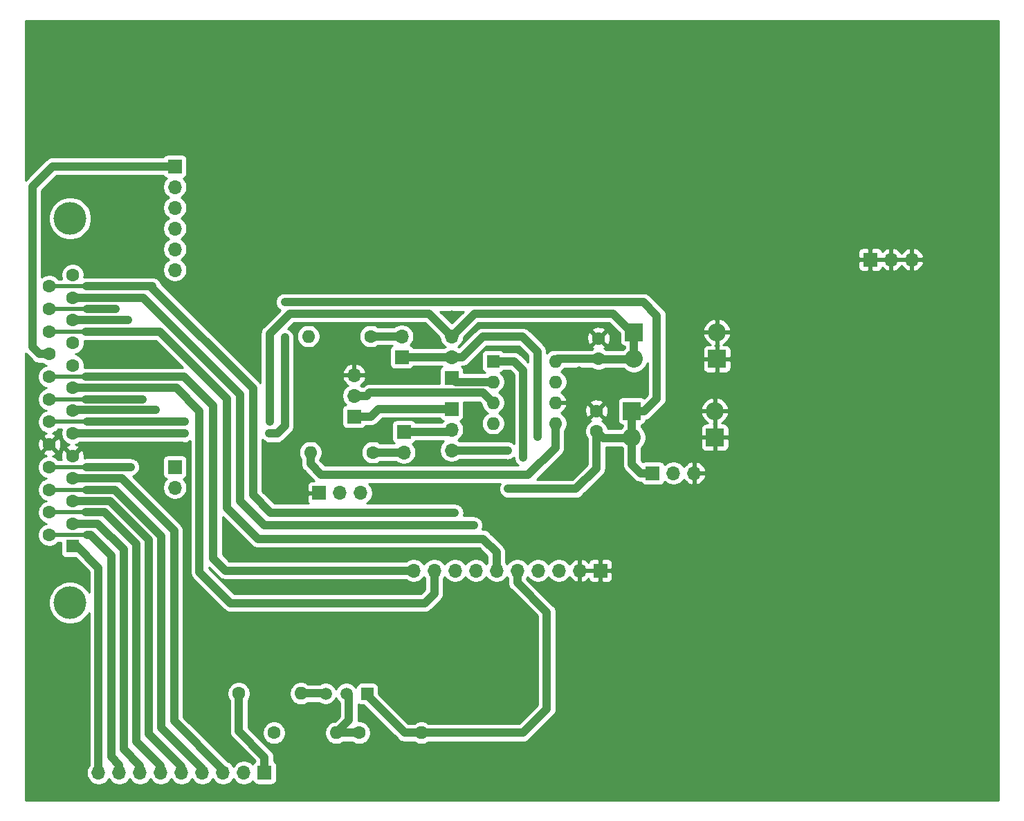
<source format=gbr>
%TF.GenerationSoftware,KiCad,Pcbnew,(5.1.6)-1*%
%TF.CreationDate,2022-12-03T16:28:51-08:00*%
%TF.ProjectId,DP1600iAuxBot,44503136-3030-4694-9175-78426f742e6b,rev?*%
%TF.SameCoordinates,Original*%
%TF.FileFunction,Copper,L1,Top*%
%TF.FilePolarity,Positive*%
%FSLAX46Y46*%
G04 Gerber Fmt 4.6, Leading zero omitted, Abs format (unit mm)*
G04 Created by KiCad (PCBNEW (5.1.6)-1) date 2022-12-03 16:28:51*
%MOMM*%
%LPD*%
G01*
G04 APERTURE LIST*
%TA.AperFunction,ComponentPad*%
%ADD10O,1.700000X1.700000*%
%TD*%
%TA.AperFunction,ComponentPad*%
%ADD11R,1.700000X1.700000*%
%TD*%
%TA.AperFunction,ComponentPad*%
%ADD12O,2.200000X2.200000*%
%TD*%
%TA.AperFunction,ComponentPad*%
%ADD13R,2.200000X2.200000*%
%TD*%
%TA.AperFunction,ComponentPad*%
%ADD14O,1.600000X1.600000*%
%TD*%
%TA.AperFunction,ComponentPad*%
%ADD15C,1.600000*%
%TD*%
%TA.AperFunction,ComponentPad*%
%ADD16R,1.500000X1.500000*%
%TD*%
%TA.AperFunction,ComponentPad*%
%ADD17C,1.500000*%
%TD*%
%TA.AperFunction,ComponentPad*%
%ADD18R,1.600000X1.600000*%
%TD*%
%TA.AperFunction,ComponentPad*%
%ADD19C,4.000000*%
%TD*%
%TA.AperFunction,ViaPad*%
%ADD20C,0.800000*%
%TD*%
%TA.AperFunction,Conductor*%
%ADD21C,0.508000*%
%TD*%
%TA.AperFunction,Conductor*%
%ADD22C,1.016000*%
%TD*%
%TA.AperFunction,Conductor*%
%ADD23C,0.254000*%
%TD*%
G04 APERTURE END LIST*
D10*
%TO.P,JP7,3*%
%TO.N,GND*%
X184200800Y-84582000D03*
%TO.P,JP7,2*%
%TO.N,Net-(IC1-Pad7)*%
X181660800Y-84582000D03*
D11*
%TO.P,JP7,1*%
%TO.N,MCU-D18*%
X179120800Y-84582000D03*
%TD*%
D10*
%TO.P,JP6,3*%
%TO.N,Net-(IC1-Pad4)*%
X143383000Y-87020400D03*
%TO.P,JP6,2*%
%TO.N,CMP-*%
X140843000Y-87020400D03*
D11*
%TO.P,JP6,1*%
%TO.N,GND*%
X138303000Y-87020400D03*
%TD*%
D10*
%TO.P,JP5,3*%
%TO.N,GND*%
X142570200Y-72567800D03*
%TO.P,JP5,2*%
%TO.N,Net-(IC1-Pad3)*%
X142570200Y-75107800D03*
D11*
%TO.P,JP5,1*%
%TO.N,Net-(JP4-Pad1)*%
X142570200Y-77647800D03*
%TD*%
D12*
%TO.P,D4,2*%
%TO.N,MCU-D18*%
X176555400Y-80213200D03*
D13*
%TO.P,D4,1*%
%TO.N,GND*%
X186715400Y-80213200D03*
%TD*%
D12*
%TO.P,D2,2*%
%TO.N,MCU-D19*%
X176809400Y-70586600D03*
D13*
%TO.P,D2,1*%
%TO.N,GND*%
X186969400Y-70586600D03*
%TD*%
D14*
%TO.P,R15,2*%
%TO.N,VDD*%
X137236200Y-82042000D03*
D15*
%TO.P,R15,1*%
%TO.N,Net-(JP2-Pad2)*%
X144856200Y-82042000D03*
%TD*%
D14*
%TO.P,R14,2*%
%TO.N,VDD*%
X136982200Y-67818000D03*
D15*
%TO.P,R14,1*%
%TO.N,Net-(JP1-Pad2)*%
X144602200Y-67818000D03*
%TD*%
D14*
%TO.P,R3,2*%
%TO.N,Net-(Q1-Pad3)*%
X136093200Y-111582200D03*
D15*
%TO.P,R3,1*%
%TO.N,Tachometer*%
X128473200Y-111582200D03*
%TD*%
D14*
%TO.P,R2,2*%
%TO.N,Net-(Q1-Pad2)*%
X140411200Y-116408200D03*
D15*
%TO.P,R2,1*%
%TO.N,D49-control*%
X132791200Y-116408200D03*
%TD*%
D14*
%TO.P,R1,2*%
%TO.N,F9-out*%
X150825200Y-116408200D03*
D15*
%TO.P,R1,1*%
%TO.N,Net-(Q1-Pad2)*%
X143205200Y-116408200D03*
%TD*%
D16*
%TO.P,Q1,1*%
%TO.N,F9-out*%
X144183100Y-111607600D03*
D17*
%TO.P,Q1,3*%
%TO.N,Net-(Q1-Pad3)*%
X139103100Y-111607600D03*
%TO.P,Q1,2*%
%TO.N,Net-(Q1-Pad2)*%
X141643100Y-111607600D03*
%TD*%
D10*
%TO.P,JP4,3*%
%TO.N,MCU-D18*%
X154508200Y-81788000D03*
%TO.P,JP4,2*%
%TO.N,CMP+*%
X154508200Y-79248000D03*
D11*
%TO.P,JP4,1*%
%TO.N,Net-(JP4-Pad1)*%
X154508200Y-76708000D03*
%TD*%
D10*
%TO.P,JP3,3*%
%TO.N,MCU-D19*%
X154508200Y-67818000D03*
%TO.P,JP3,2*%
%TO.N,CKP+*%
X154508200Y-70358000D03*
D11*
%TO.P,JP3,1*%
%TO.N,Net-(IC1-Pad2)*%
X154508200Y-72898000D03*
%TD*%
D10*
%TO.P,JP2,2*%
%TO.N,Net-(JP2-Pad2)*%
X148666200Y-82042000D03*
D11*
%TO.P,JP2,1*%
%TO.N,CMP+*%
X148666200Y-79502000D03*
%TD*%
D10*
%TO.P,JP1,2*%
%TO.N,Net-(JP1-Pad2)*%
X148412200Y-67818000D03*
D11*
%TO.P,JP1,1*%
%TO.N,CKP+*%
X148412200Y-70358000D03*
%TD*%
D10*
%TO.P,J6,10*%
%TO.N,D50-control*%
X149860000Y-96520000D03*
%TO.P,J6,9*%
%TO.N,D51-control*%
X152400000Y-96520000D03*
%TO.P,J6,8*%
%TO.N,D8-control*%
X154940000Y-96520000D03*
%TO.P,J6,7*%
%TO.N,D9-control*%
X157480000Y-96520000D03*
%TO.P,J6,6*%
%TO.N,D12-control*%
X160020000Y-96520000D03*
%TO.P,J6,5*%
%TO.N,F9-out*%
X162560000Y-96520000D03*
%TO.P,J6,4*%
%TO.N,CKP-*%
X165100000Y-96520000D03*
%TO.P,J6,3*%
%TO.N,CKP+*%
X167640000Y-96520000D03*
%TO.P,J6,2*%
%TO.N,GND*%
X170180000Y-96520000D03*
D11*
%TO.P,J6,1*%
X172720000Y-96520000D03*
%TD*%
D10*
%TO.P,J5,9*%
%TO.N,Spare-ADC*%
X111302800Y-121285000D03*
%TO.P,J5,8*%
%TO.N,O2_Sensor*%
X113842800Y-121285000D03*
%TO.P,J5,7*%
%TO.N,TPS_Sensor*%
X116382800Y-121285000D03*
%TO.P,J5,6*%
%TO.N,CLT_Sensor*%
X118922800Y-121285000D03*
%TO.P,J5,5*%
%TO.N,IAT_Sensor*%
X121462800Y-121285000D03*
%TO.P,J5,4*%
%TO.N,SigRtn*%
X124002800Y-121285000D03*
%TO.P,J5,3*%
%TO.N,VDDA*%
X126542800Y-121285000D03*
%TO.P,J5,2*%
%TO.N,12V-Raw*%
X129082800Y-121285000D03*
D11*
%TO.P,J5,1*%
%TO.N,Tachometer*%
X131622800Y-121285000D03*
%TD*%
D10*
%TO.P,J4,6*%
%TO.N,D53-control*%
X120650000Y-59690000D03*
%TO.P,J4,5*%
%TO.N,D52-control*%
X120650000Y-57150000D03*
%TO.P,J4,4*%
%TO.N,D11-control*%
X120650000Y-54610000D03*
%TO.P,J4,3*%
%TO.N,D10-control*%
X120650000Y-52070000D03*
%TO.P,J4,2*%
%TO.N,D13-control*%
X120650000Y-49530000D03*
D11*
%TO.P,J4,1*%
%TO.N,D48-control*%
X120650000Y-46990000D03*
%TD*%
D10*
%TO.P,J3,3*%
%TO.N,GND*%
X210820000Y-58420000D03*
%TO.P,J3,2*%
X208280000Y-58420000D03*
D11*
%TO.P,J3,1*%
X205740000Y-58420000D03*
%TD*%
D10*
%TO.P,J2,2*%
%TO.N,CMP-*%
X120650000Y-86360000D03*
D11*
%TO.P,J2,1*%
%TO.N,CMP+*%
X120650000Y-83820000D03*
%TD*%
D14*
%TO.P,IC1,8*%
%TO.N,MCU-D19*%
X167208200Y-70866000D03*
%TO.P,IC1,4*%
%TO.N,Net-(IC1-Pad4)*%
X159588200Y-78486000D03*
%TO.P,IC1,7*%
%TO.N,Net-(IC1-Pad7)*%
X167208200Y-73406000D03*
%TO.P,IC1,3*%
%TO.N,Net-(IC1-Pad3)*%
X159588200Y-75946000D03*
%TO.P,IC1,6*%
%TO.N,GND*%
X167208200Y-75946000D03*
%TO.P,IC1,2*%
%TO.N,Net-(IC1-Pad2)*%
X159588200Y-73406000D03*
%TO.P,IC1,5*%
%TO.N,VDD*%
X167208200Y-78486000D03*
D18*
%TO.P,IC1,1*%
%TO.N,CKP-*%
X159588200Y-70866000D03*
%TD*%
D12*
%TO.P,D3,2*%
%TO.N,GND*%
X186715400Y-76962000D03*
D13*
%TO.P,D3,1*%
%TO.N,MCU-D18*%
X176555400Y-76962000D03*
%TD*%
D12*
%TO.P,D1,2*%
%TO.N,GND*%
X186969400Y-67310000D03*
D13*
%TO.P,D1,1*%
%TO.N,MCU-D19*%
X176809400Y-67310000D03*
%TD*%
D15*
%TO.P,C2,2*%
%TO.N,MCU-D18*%
X172237400Y-79462000D03*
%TO.P,C2,1*%
%TO.N,GND*%
X172237400Y-76962000D03*
%TD*%
%TO.P,C1,2*%
%TO.N,MCU-D19*%
X172491400Y-70572000D03*
%TO.P,C1,1*%
%TO.N,GND*%
X172491400Y-68072000D03*
%TD*%
D19*
%TO.P,J1,0*%
%TO.N,N/C*%
X107827800Y-100478200D03*
X107827800Y-53378200D03*
D15*
%TO.P,J1,25*%
%TO.N,D8-control*%
X105287800Y-61693200D03*
%TO.P,J1,24*%
%TO.N,D10-control*%
X105287800Y-64463200D03*
%TO.P,J1,23*%
%TO.N,D12-control*%
X105287800Y-67233200D03*
%TO.P,J1,22*%
%TO.N,D48-control*%
X105287800Y-70003200D03*
%TO.P,J1,21*%
%TO.N,D50-control*%
X105287800Y-72773200D03*
%TO.P,J1,20*%
%TO.N,D52-control*%
X105287800Y-75543200D03*
%TO.P,J1,19*%
%TO.N,MCU-D19*%
X105287800Y-78313200D03*
%TO.P,J1,18*%
%TO.N,GND*%
X105287800Y-81083200D03*
%TO.P,J1,17*%
%TO.N,VDD*%
X105287800Y-83853200D03*
%TO.P,J1,16*%
%TO.N,SigRtn*%
X105287800Y-86623200D03*
%TO.P,J1,15*%
%TO.N,CLT_Sensor*%
X105287800Y-89393200D03*
%TO.P,J1,14*%
%TO.N,O2_Sensor*%
X105287800Y-92163200D03*
%TO.P,J1,13*%
%TO.N,12V-Raw*%
X108127800Y-60308200D03*
%TO.P,J1,12*%
%TO.N,D9-control*%
X108127800Y-63078200D03*
%TO.P,J1,11*%
%TO.N,D11-control*%
X108127800Y-65848200D03*
%TO.P,J1,10*%
%TO.N,D13-control*%
X108127800Y-68618200D03*
%TO.P,J1,9*%
%TO.N,D49-control*%
X108127800Y-71388200D03*
%TO.P,J1,8*%
%TO.N,D51-control*%
X108127800Y-74158200D03*
%TO.P,J1,7*%
%TO.N,D53-control*%
X108127800Y-76928200D03*
%TO.P,J1,6*%
%TO.N,MCU-D18*%
X108127800Y-79698200D03*
%TO.P,J1,5*%
%TO.N,GND*%
X108127800Y-82468200D03*
%TO.P,J1,4*%
%TO.N,VDDA*%
X108127800Y-85238200D03*
%TO.P,J1,3*%
%TO.N,IAT_Sensor*%
X108127800Y-88008200D03*
%TO.P,J1,2*%
%TO.N,TPS_Sensor*%
X108127800Y-90778200D03*
D18*
%TO.P,J1,1*%
%TO.N,Spare-ADC*%
X108127800Y-93548200D03*
%TD*%
D20*
%TO.N,MCU-D19*%
X121894600Y-78308200D03*
X132257800Y-78308200D03*
%TO.N,GND*%
X116992400Y-50774600D03*
X116992400Y-53314600D03*
X116738400Y-56413400D03*
X118414800Y-59004200D03*
X145669000Y-94665800D03*
X128574800Y-94462600D03*
X128676400Y-98628200D03*
X145770600Y-98526600D03*
X170129200Y-71932800D03*
X162712400Y-69596000D03*
X157149800Y-71374000D03*
X156895800Y-78282800D03*
X154559000Y-65024000D03*
X120294400Y-70967600D03*
X113588800Y-69748400D03*
X124155200Y-50800000D03*
X124206000Y-53390800D03*
X218414600Y-31978600D03*
X105765600Y-32740600D03*
X105257600Y-121818400D03*
X217398600Y-120802400D03*
%TO.N,MCU-D18*%
X121843800Y-79730600D03*
X132207000Y-79730600D03*
X132207000Y-79730600D03*
X134112000Y-67970400D03*
X134112000Y-63627000D03*
X161366200Y-81838800D03*
X161417000Y-86512400D03*
%TO.N,VDD*%
X115239800Y-83845400D03*
%TO.N,D8-control*%
X154876500Y-89446100D03*
%TO.N,D9-control*%
X157226000Y-90970100D03*
%TO.N,D10-control*%
X113411000Y-64503300D03*
%TO.N,D11-control*%
X114884200Y-65824100D03*
%TO.N,D52-control*%
X116662200Y-75526900D03*
%TO.N,D53-control*%
X118287800Y-76860400D03*
%TO.N,CKP-*%
X163296600Y-82702400D03*
X163296600Y-82702400D03*
%TO.N,CKP+*%
X165023800Y-80162400D03*
%TD*%
D21*
%TO.N,MCU-D19*%
X105287800Y-78313200D02*
X109898100Y-78313200D01*
D22*
X109898100Y-78313200D02*
X121889600Y-78313200D01*
X121889600Y-78313200D02*
X121894600Y-78308200D01*
X176809400Y-67310000D02*
X176784000Y-67284600D01*
X176809400Y-67310000D02*
X176809400Y-70612000D01*
X172531400Y-70612000D02*
X172491400Y-70572000D01*
X176809400Y-70612000D02*
X172531400Y-70612000D01*
X167502200Y-70572000D02*
X167208200Y-70866000D01*
X172491400Y-70572000D02*
X167502200Y-70572000D01*
X154508200Y-67818000D02*
X157302200Y-65024000D01*
X157302200Y-65024000D02*
X174244000Y-65024000D01*
X176530000Y-67310000D02*
X176809400Y-67310000D01*
X174244000Y-65024000D02*
X176530000Y-67310000D01*
X154508200Y-67818000D02*
X151714200Y-65024000D01*
X151714200Y-65024000D02*
X134721600Y-65024000D01*
X132257800Y-67487800D02*
X132257800Y-78308200D01*
X134721600Y-65024000D02*
X132257800Y-67487800D01*
%TO.N,GND*%
X186969400Y-70612000D02*
X187096400Y-70612000D01*
%TO.N,MCU-D18*%
X176555400Y-76962000D02*
X176555400Y-80264000D01*
X173039400Y-80264000D02*
X172237400Y-79462000D01*
X176555400Y-80264000D02*
X173039400Y-80264000D01*
X154609800Y-81686400D02*
X154508200Y-81788000D01*
X121811400Y-79698200D02*
X121843800Y-79730600D01*
X108127800Y-79698200D02*
X121811400Y-79698200D01*
X132207000Y-79730600D02*
X133172200Y-79730600D01*
X133172200Y-79730600D02*
X134112000Y-78790800D01*
X134112000Y-78790800D02*
X134112000Y-67970400D01*
X134112000Y-63627000D02*
X177977800Y-63627000D01*
X177977800Y-63627000D02*
X179628800Y-65278000D01*
X179628800Y-65278000D02*
X179628800Y-75438000D01*
X178104800Y-76962000D02*
X176555400Y-76962000D01*
X179628800Y-75438000D02*
X178104800Y-76962000D01*
X154508200Y-81788000D02*
X161315400Y-81788000D01*
X161315400Y-81788000D02*
X161366200Y-81838800D01*
X161417000Y-86512400D02*
X169722800Y-86512400D01*
X172237400Y-83997800D02*
X172237400Y-79462000D01*
X169722800Y-86512400D02*
X172237400Y-83997800D01*
X179120800Y-84582000D02*
X177647600Y-84582000D01*
X176555400Y-83489800D02*
X176555400Y-80213200D01*
X177647600Y-84582000D02*
X176555400Y-83489800D01*
D21*
%TO.N,VDD*%
X105287800Y-83853200D02*
X109812000Y-83853200D01*
D22*
X109812000Y-83853200D02*
X109819800Y-83845400D01*
X109819800Y-83845400D02*
X115239800Y-83845400D01*
X167208200Y-78486000D02*
X167208200Y-81457800D01*
X167208200Y-81457800D02*
X163880800Y-84785200D01*
X163880800Y-84785200D02*
X138557000Y-84785200D01*
X137236200Y-83464400D02*
X137236200Y-82042000D01*
X138557000Y-84785200D02*
X137236200Y-83464400D01*
%TO.N,Net-(IC1-Pad3)*%
X142570200Y-75107800D02*
X144119600Y-75107800D01*
X144119600Y-75107800D02*
X144487900Y-74739500D01*
X158381700Y-74739500D02*
X159588200Y-75946000D01*
X144487900Y-74739500D02*
X158381700Y-74739500D01*
%TO.N,Net-(IC1-Pad2)*%
X155016200Y-73406000D02*
X154508200Y-72898000D01*
X159588200Y-73406000D02*
X155016200Y-73406000D01*
%TO.N,Tachometer*%
X128473200Y-111582200D02*
X128473200Y-116230400D01*
X131622800Y-119380000D02*
X131622800Y-121285000D01*
X128473200Y-116230400D02*
X131622800Y-119380000D01*
D21*
%TO.N,D8-control*%
X105287800Y-61693200D02*
X109800800Y-61693200D01*
D22*
X109800800Y-61693200D02*
X117878000Y-61693200D01*
X130213100Y-74226304D02*
X130213100Y-87287100D01*
X130213100Y-87287100D02*
X132372100Y-89446100D01*
X132372100Y-89446100D02*
X154876500Y-89446100D01*
X117878000Y-61891204D02*
X130213100Y-74226304D01*
X117878000Y-61693200D02*
X117878000Y-61891204D01*
%TO.N,D9-control*%
X128625600Y-88036400D02*
X131559300Y-90970100D01*
X131559300Y-90970100D02*
X157226000Y-90970100D01*
X108127800Y-63078200D02*
X116773800Y-63078200D01*
X125082300Y-71386700D02*
X125082300Y-71437500D01*
X116773800Y-63078200D02*
X125082300Y-71386700D01*
X128625600Y-74980800D02*
X128625600Y-88036400D01*
X125082300Y-71437500D02*
X128625600Y-74980800D01*
D21*
%TO.N,D10-control*%
X105287800Y-64463200D02*
X109929200Y-64463200D01*
D22*
X109929200Y-64463200D02*
X113370900Y-64463200D01*
X113370900Y-64463200D02*
X113411000Y-64503300D01*
%TO.N,D11-control*%
X108127800Y-65848200D02*
X114860100Y-65848200D01*
X114860100Y-65848200D02*
X114884200Y-65824100D01*
D21*
%TO.N,D12-control*%
X105287800Y-67233200D02*
X109727400Y-67233200D01*
D22*
X109727400Y-67233200D02*
X118807900Y-67233200D01*
X118807900Y-67233200D02*
X127012700Y-75438000D01*
X127012700Y-75438000D02*
X127012700Y-88836500D01*
X127012700Y-88836500D02*
X130822700Y-92646500D01*
X130822700Y-92646500D02*
X158381700Y-92646500D01*
X160020000Y-94284800D02*
X160020000Y-96520000D01*
X158381700Y-92646500D02*
X160020000Y-94284800D01*
%TO.N,D48-control*%
X105287800Y-70003200D02*
X104077300Y-70003200D01*
X104077300Y-70003200D02*
X103212900Y-69138800D01*
X103212900Y-69138800D02*
X103212900Y-49504600D01*
X105727500Y-46990000D02*
X120650000Y-46990000D01*
X103212900Y-49504600D02*
X105727500Y-46990000D01*
D21*
%TO.N,D50-control*%
X105287800Y-72773200D02*
X109781000Y-72773200D01*
D22*
X126822200Y-96520000D02*
X149860000Y-96520000D01*
X125336300Y-95034100D02*
X126822200Y-96520000D01*
X121757100Y-72773200D02*
X125336300Y-76352400D01*
X125336300Y-76352400D02*
X125336300Y-95034100D01*
X109781000Y-72773200D02*
X121757100Y-72773200D01*
%TO.N,D51-control*%
X108127800Y-74158200D02*
X120805300Y-74158200D01*
X120805300Y-74158200D02*
X123659900Y-77012800D01*
X152400000Y-99326700D02*
X152400000Y-96520000D01*
X151218900Y-100507800D02*
X152400000Y-99326700D01*
X123659900Y-77012800D02*
X123659900Y-96697800D01*
X127469900Y-100507800D02*
X151218900Y-100507800D01*
X123659900Y-96697800D02*
X127469900Y-100507800D01*
D21*
%TO.N,D52-control*%
X105287800Y-75543200D02*
X109769700Y-75543200D01*
D22*
X116237600Y-75526900D02*
X116662200Y-75526900D01*
X109769700Y-75543200D02*
X116221300Y-75543200D01*
X116221300Y-75543200D02*
X116237600Y-75526900D01*
%TO.N,D53-control*%
X108195600Y-76860400D02*
X108127800Y-76928200D01*
X118287800Y-76860400D02*
X108195600Y-76860400D01*
D21*
%TO.N,SigRtn*%
X105287800Y-86623200D02*
X109833100Y-86623200D01*
D22*
X109833100Y-86623200D02*
X113305900Y-86623200D01*
X113305900Y-86623200D02*
X118999000Y-92316300D01*
X118999000Y-92316300D02*
X118999000Y-115760500D01*
X124002800Y-120764300D02*
X124002800Y-121285000D01*
X118999000Y-115760500D02*
X124002800Y-120764300D01*
D21*
%TO.N,CLT_Sensor*%
X105287800Y-89393200D02*
X109751300Y-89393200D01*
D22*
X109751300Y-89393200D02*
X112011900Y-89393200D01*
X112011900Y-89393200D02*
X115900200Y-93281500D01*
X115900200Y-93281500D02*
X115900200Y-117436900D01*
X118922800Y-120459500D02*
X118922800Y-121285000D01*
X115900200Y-117436900D02*
X118922800Y-120459500D01*
D21*
%TO.N,O2_Sensor*%
X105287800Y-92163200D02*
X109944600Y-92163200D01*
D22*
X109944600Y-92163200D02*
X110324200Y-92163200D01*
X110324200Y-92163200D02*
X112852200Y-94691200D01*
X112852200Y-94691200D02*
X112852200Y-119354600D01*
X113842800Y-120345200D02*
X113842800Y-121285000D01*
X112852200Y-119354600D02*
X113842800Y-120345200D01*
%TO.N,IAT_Sensor*%
X108127800Y-88008200D02*
X112709700Y-88008200D01*
X112709700Y-88008200D02*
X117424200Y-92722700D01*
X117424200Y-92722700D02*
X117424200Y-116509800D01*
X121462800Y-120548400D02*
X121462800Y-121285000D01*
X117424200Y-116509800D02*
X121462800Y-120548400D01*
%TO.N,TPS_Sensor*%
X108127800Y-90778200D02*
X111225200Y-90778200D01*
X111225200Y-90778200D02*
X114376200Y-93929200D01*
X114376200Y-93929200D02*
X114376200Y-118440200D01*
X116382800Y-120446800D02*
X116382800Y-121285000D01*
X114376200Y-118440200D02*
X116382800Y-120446800D01*
%TO.N,Spare-ADC*%
X108127800Y-93548200D02*
X108661200Y-93548200D01*
X111302800Y-96189800D02*
X111302800Y-121285000D01*
X108661200Y-93548200D02*
X111302800Y-96189800D01*
%TO.N,Net-(JP1-Pad2)*%
X148412200Y-67818000D02*
X144602200Y-67818000D01*
%TO.N,Net-(Q1-Pad3)*%
X139077700Y-111582200D02*
X139103100Y-111607600D01*
X136093200Y-111582200D02*
X139077700Y-111582200D01*
%TO.N,Net-(Q1-Pad2)*%
X143205200Y-116408200D02*
X140411200Y-116408200D01*
X140411200Y-116408200D02*
X141960600Y-114858800D01*
X141960600Y-111925100D02*
X141643100Y-111607600D01*
X141960600Y-114858800D02*
X141960600Y-111925100D01*
%TO.N,VDDA*%
X108127800Y-85238200D02*
X114143400Y-85238200D01*
X114143400Y-85238200D02*
X120573800Y-91668600D01*
X120573800Y-91668600D02*
X120573800Y-114960400D01*
X126542800Y-120929400D02*
X126542800Y-121285000D01*
X120573800Y-114960400D02*
X126542800Y-120929400D01*
%TO.N,CKP-*%
X159588200Y-70866000D02*
X162128200Y-70866000D01*
X162128200Y-70866000D02*
X163296600Y-72034400D01*
X163296600Y-72034400D02*
X163296600Y-82702400D01*
X163296600Y-82702400D02*
X163296600Y-82702400D01*
X163296600Y-82702400D02*
X163296600Y-82702400D01*
%TO.N,CMP+*%
X154254200Y-79502000D02*
X154508200Y-79248000D01*
X148666200Y-79502000D02*
X154254200Y-79502000D01*
%TO.N,F9-out*%
X150825200Y-116408200D02*
X163220400Y-116408200D01*
X163220400Y-116408200D02*
X166166800Y-113461800D01*
X166166800Y-113461800D02*
X166166800Y-101625400D01*
X162560000Y-98018600D02*
X162560000Y-96520000D01*
X166166800Y-101625400D02*
X162560000Y-98018600D01*
X144183100Y-111607600D02*
X144183100Y-111823500D01*
X148767800Y-116408200D02*
X150825200Y-116408200D01*
X144183100Y-111823500D02*
X148767800Y-116408200D01*
%TO.N,CKP+*%
X154508200Y-70358000D02*
X148412200Y-70358000D01*
X154508200Y-70358000D02*
X155829000Y-70358000D01*
X155829000Y-70358000D02*
X158318200Y-67868800D01*
X158318200Y-67868800D02*
X163195000Y-67868800D01*
X163195000Y-67868800D02*
X165023800Y-69697600D01*
X165023800Y-69697600D02*
X165023800Y-80162400D01*
%TO.N,Net-(JP2-Pad2)*%
X144856200Y-82042000D02*
X148666200Y-82042000D01*
%TO.N,Net-(JP4-Pad1)*%
X142570200Y-77647800D02*
X144627600Y-77647800D01*
X145567400Y-76708000D02*
X154508200Y-76708000D01*
X144627600Y-77647800D02*
X145567400Y-76708000D01*
%TD*%
D23*
%TO.N,GND*%
G36*
X221437601Y-124638058D02*
G01*
X102361600Y-124688310D01*
X102361600Y-83711865D01*
X103852800Y-83711865D01*
X103852800Y-83994535D01*
X103907947Y-84271774D01*
X104016120Y-84532927D01*
X104173163Y-84767959D01*
X104373041Y-84967837D01*
X104608073Y-85124880D01*
X104869226Y-85233053D01*
X104895101Y-85238200D01*
X104869226Y-85243347D01*
X104608073Y-85351520D01*
X104373041Y-85508563D01*
X104173163Y-85708441D01*
X104016120Y-85943473D01*
X103907947Y-86204626D01*
X103852800Y-86481865D01*
X103852800Y-86764535D01*
X103907947Y-87041774D01*
X104016120Y-87302927D01*
X104173163Y-87537959D01*
X104373041Y-87737837D01*
X104608073Y-87894880D01*
X104869226Y-88003053D01*
X104895101Y-88008200D01*
X104869226Y-88013347D01*
X104608073Y-88121520D01*
X104373041Y-88278563D01*
X104173163Y-88478441D01*
X104016120Y-88713473D01*
X103907947Y-88974626D01*
X103852800Y-89251865D01*
X103852800Y-89534535D01*
X103907947Y-89811774D01*
X104016120Y-90072927D01*
X104173163Y-90307959D01*
X104373041Y-90507837D01*
X104608073Y-90664880D01*
X104869226Y-90773053D01*
X104895101Y-90778200D01*
X104869226Y-90783347D01*
X104608073Y-90891520D01*
X104373041Y-91048563D01*
X104173163Y-91248441D01*
X104016120Y-91483473D01*
X103907947Y-91744626D01*
X103852800Y-92021865D01*
X103852800Y-92304535D01*
X103907947Y-92581774D01*
X104016120Y-92842927D01*
X104173163Y-93077959D01*
X104373041Y-93277837D01*
X104608073Y-93434880D01*
X104869226Y-93543053D01*
X105146465Y-93598200D01*
X105429135Y-93598200D01*
X105706374Y-93543053D01*
X105967527Y-93434880D01*
X106202559Y-93277837D01*
X106402437Y-93077959D01*
X106419649Y-93052200D01*
X106689728Y-93052200D01*
X106689728Y-94348200D01*
X106701988Y-94472682D01*
X106738298Y-94592380D01*
X106797263Y-94702694D01*
X106876615Y-94799385D01*
X106973306Y-94878737D01*
X107083620Y-94937702D01*
X107203318Y-94974012D01*
X107327800Y-94986272D01*
X108482827Y-94986272D01*
X110159800Y-96663246D01*
X110159800Y-99225409D01*
X109874538Y-98798485D01*
X109507515Y-98431462D01*
X109075941Y-98143093D01*
X108596401Y-97944461D01*
X108087325Y-97843200D01*
X107568275Y-97843200D01*
X107059199Y-97944461D01*
X106579659Y-98143093D01*
X106148085Y-98431462D01*
X105781062Y-98798485D01*
X105492693Y-99230059D01*
X105294061Y-99709599D01*
X105192800Y-100218675D01*
X105192800Y-100737725D01*
X105294061Y-101246801D01*
X105492693Y-101726341D01*
X105781062Y-102157915D01*
X106148085Y-102524938D01*
X106579659Y-102813307D01*
X107059199Y-103011939D01*
X107568275Y-103113200D01*
X108087325Y-103113200D01*
X108596401Y-103011939D01*
X109075941Y-102813307D01*
X109507515Y-102524938D01*
X109874538Y-102157915D01*
X110159800Y-101730991D01*
X110159801Y-120327892D01*
X110149325Y-120338368D01*
X109986810Y-120581589D01*
X109874868Y-120851842D01*
X109817800Y-121138740D01*
X109817800Y-121431260D01*
X109874868Y-121718158D01*
X109986810Y-121988411D01*
X110149325Y-122231632D01*
X110356168Y-122438475D01*
X110599389Y-122600990D01*
X110869642Y-122712932D01*
X111156540Y-122770000D01*
X111449060Y-122770000D01*
X111735958Y-122712932D01*
X112006211Y-122600990D01*
X112249432Y-122438475D01*
X112456275Y-122231632D01*
X112572800Y-122057240D01*
X112689325Y-122231632D01*
X112896168Y-122438475D01*
X113139389Y-122600990D01*
X113409642Y-122712932D01*
X113696540Y-122770000D01*
X113989060Y-122770000D01*
X114275958Y-122712932D01*
X114546211Y-122600990D01*
X114789432Y-122438475D01*
X114996275Y-122231632D01*
X115112800Y-122057240D01*
X115229325Y-122231632D01*
X115436168Y-122438475D01*
X115679389Y-122600990D01*
X115949642Y-122712932D01*
X116236540Y-122770000D01*
X116529060Y-122770000D01*
X116815958Y-122712932D01*
X117086211Y-122600990D01*
X117329432Y-122438475D01*
X117536275Y-122231632D01*
X117652800Y-122057240D01*
X117769325Y-122231632D01*
X117976168Y-122438475D01*
X118219389Y-122600990D01*
X118489642Y-122712932D01*
X118776540Y-122770000D01*
X119069060Y-122770000D01*
X119355958Y-122712932D01*
X119626211Y-122600990D01*
X119869432Y-122438475D01*
X120076275Y-122231632D01*
X120192800Y-122057240D01*
X120309325Y-122231632D01*
X120516168Y-122438475D01*
X120759389Y-122600990D01*
X121029642Y-122712932D01*
X121316540Y-122770000D01*
X121609060Y-122770000D01*
X121895958Y-122712932D01*
X122166211Y-122600990D01*
X122409432Y-122438475D01*
X122616275Y-122231632D01*
X122732800Y-122057240D01*
X122849325Y-122231632D01*
X123056168Y-122438475D01*
X123299389Y-122600990D01*
X123569642Y-122712932D01*
X123856540Y-122770000D01*
X124149060Y-122770000D01*
X124435958Y-122712932D01*
X124706211Y-122600990D01*
X124949432Y-122438475D01*
X125156275Y-122231632D01*
X125272800Y-122057240D01*
X125389325Y-122231632D01*
X125596168Y-122438475D01*
X125839389Y-122600990D01*
X126109642Y-122712932D01*
X126396540Y-122770000D01*
X126689060Y-122770000D01*
X126975958Y-122712932D01*
X127246211Y-122600990D01*
X127489432Y-122438475D01*
X127696275Y-122231632D01*
X127812800Y-122057240D01*
X127929325Y-122231632D01*
X128136168Y-122438475D01*
X128379389Y-122600990D01*
X128649642Y-122712932D01*
X128936540Y-122770000D01*
X129229060Y-122770000D01*
X129515958Y-122712932D01*
X129786211Y-122600990D01*
X130029432Y-122438475D01*
X130161287Y-122306620D01*
X130183298Y-122379180D01*
X130242263Y-122489494D01*
X130321615Y-122586185D01*
X130418306Y-122665537D01*
X130528620Y-122724502D01*
X130648318Y-122760812D01*
X130772800Y-122773072D01*
X132472800Y-122773072D01*
X132597282Y-122760812D01*
X132716980Y-122724502D01*
X132827294Y-122665537D01*
X132923985Y-122586185D01*
X133003337Y-122489494D01*
X133062302Y-122379180D01*
X133098612Y-122259482D01*
X133110872Y-122135000D01*
X133110872Y-120435000D01*
X133098612Y-120310518D01*
X133062302Y-120190820D01*
X133003337Y-120080506D01*
X132923985Y-119983815D01*
X132827294Y-119904463D01*
X132765800Y-119871593D01*
X132765800Y-119436138D01*
X132771329Y-119379999D01*
X132765800Y-119323860D01*
X132765800Y-119323854D01*
X132749261Y-119155933D01*
X132683903Y-118940477D01*
X132577768Y-118741911D01*
X132434933Y-118567867D01*
X132391324Y-118532078D01*
X130126111Y-116266865D01*
X131356200Y-116266865D01*
X131356200Y-116549535D01*
X131411347Y-116826774D01*
X131519520Y-117087927D01*
X131676563Y-117322959D01*
X131876441Y-117522837D01*
X132111473Y-117679880D01*
X132372626Y-117788053D01*
X132649865Y-117843200D01*
X132932535Y-117843200D01*
X133209774Y-117788053D01*
X133470927Y-117679880D01*
X133705959Y-117522837D01*
X133905837Y-117322959D01*
X134062880Y-117087927D01*
X134171053Y-116826774D01*
X134226200Y-116549535D01*
X134226200Y-116266865D01*
X134171053Y-115989626D01*
X134062880Y-115728473D01*
X133905837Y-115493441D01*
X133705959Y-115293563D01*
X133470927Y-115136520D01*
X133209774Y-115028347D01*
X132932535Y-114973200D01*
X132649865Y-114973200D01*
X132372626Y-115028347D01*
X132111473Y-115136520D01*
X131876441Y-115293563D01*
X131676563Y-115493441D01*
X131519520Y-115728473D01*
X131411347Y-115989626D01*
X131356200Y-116266865D01*
X130126111Y-116266865D01*
X129616200Y-115756955D01*
X129616200Y-112454511D01*
X129744880Y-112261927D01*
X129853053Y-112000774D01*
X129908200Y-111723535D01*
X129908200Y-111440865D01*
X129853053Y-111163626D01*
X129744880Y-110902473D01*
X129587837Y-110667441D01*
X129387959Y-110467563D01*
X129152927Y-110310520D01*
X128891774Y-110202347D01*
X128614535Y-110147200D01*
X128331865Y-110147200D01*
X128054626Y-110202347D01*
X127793473Y-110310520D01*
X127558441Y-110467563D01*
X127358563Y-110667441D01*
X127201520Y-110902473D01*
X127093347Y-111163626D01*
X127038200Y-111440865D01*
X127038200Y-111723535D01*
X127093347Y-112000774D01*
X127201520Y-112261927D01*
X127330200Y-112454511D01*
X127330201Y-116174251D01*
X127324671Y-116230400D01*
X127346739Y-116454467D01*
X127382585Y-116572633D01*
X127412098Y-116669923D01*
X127518233Y-116868489D01*
X127661068Y-117042533D01*
X127704678Y-117078323D01*
X130479800Y-119853446D01*
X130479800Y-119871593D01*
X130418306Y-119904463D01*
X130321615Y-119983815D01*
X130242263Y-120080506D01*
X130183298Y-120190820D01*
X130161287Y-120263380D01*
X130029432Y-120131525D01*
X129786211Y-119969010D01*
X129515958Y-119857068D01*
X129229060Y-119800000D01*
X128936540Y-119800000D01*
X128649642Y-119857068D01*
X128379389Y-119969010D01*
X128136168Y-120131525D01*
X127929325Y-120338368D01*
X127812800Y-120512760D01*
X127696275Y-120338368D01*
X127489432Y-120131525D01*
X127246211Y-119969010D01*
X127165371Y-119935525D01*
X121716800Y-114486955D01*
X121716800Y-91724739D01*
X121722329Y-91668600D01*
X121716800Y-91612461D01*
X121716800Y-91612454D01*
X121700261Y-91444533D01*
X121634903Y-91229077D01*
X121528768Y-91030511D01*
X121385933Y-90856467D01*
X121342324Y-90820678D01*
X115486608Y-84964963D01*
X115679323Y-84906503D01*
X115877889Y-84800368D01*
X116051933Y-84657533D01*
X116194768Y-84483489D01*
X116300903Y-84284923D01*
X116366261Y-84069467D01*
X116388330Y-83845400D01*
X116366261Y-83621333D01*
X116300903Y-83405877D01*
X116194768Y-83207311D01*
X116051933Y-83033267D01*
X115974843Y-82970000D01*
X119161928Y-82970000D01*
X119161928Y-84670000D01*
X119174188Y-84794482D01*
X119210498Y-84914180D01*
X119269463Y-85024494D01*
X119348815Y-85121185D01*
X119445506Y-85200537D01*
X119555820Y-85259502D01*
X119628380Y-85281513D01*
X119496525Y-85413368D01*
X119334010Y-85656589D01*
X119222068Y-85926842D01*
X119165000Y-86213740D01*
X119165000Y-86506260D01*
X119222068Y-86793158D01*
X119334010Y-87063411D01*
X119496525Y-87306632D01*
X119703368Y-87513475D01*
X119946589Y-87675990D01*
X120216842Y-87787932D01*
X120503740Y-87845000D01*
X120796260Y-87845000D01*
X121083158Y-87787932D01*
X121353411Y-87675990D01*
X121596632Y-87513475D01*
X121803475Y-87306632D01*
X121965990Y-87063411D01*
X122077932Y-86793158D01*
X122135000Y-86506260D01*
X122135000Y-86213740D01*
X122077932Y-85926842D01*
X121965990Y-85656589D01*
X121803475Y-85413368D01*
X121671620Y-85281513D01*
X121744180Y-85259502D01*
X121854494Y-85200537D01*
X121951185Y-85121185D01*
X122030537Y-85024494D01*
X122089502Y-84914180D01*
X122125812Y-84794482D01*
X122138072Y-84670000D01*
X122138072Y-82970000D01*
X122125812Y-82845518D01*
X122089502Y-82725820D01*
X122030537Y-82615506D01*
X121951185Y-82518815D01*
X121854494Y-82439463D01*
X121744180Y-82380498D01*
X121624482Y-82344188D01*
X121500000Y-82331928D01*
X119800000Y-82331928D01*
X119675518Y-82344188D01*
X119555820Y-82380498D01*
X119445506Y-82439463D01*
X119348815Y-82518815D01*
X119269463Y-82615506D01*
X119210498Y-82725820D01*
X119174188Y-82845518D01*
X119161928Y-82970000D01*
X115974843Y-82970000D01*
X115877889Y-82890432D01*
X115679323Y-82784297D01*
X115463867Y-82718939D01*
X115295946Y-82702400D01*
X109875939Y-82702400D01*
X109819800Y-82696871D01*
X109763661Y-82702400D01*
X109763654Y-82702400D01*
X109595733Y-82718939D01*
X109540114Y-82735811D01*
X109554100Y-82680016D01*
X109568017Y-82397688D01*
X109526587Y-82118070D01*
X109431403Y-81851908D01*
X109364471Y-81726686D01*
X109120502Y-81655103D01*
X108307405Y-82468200D01*
X108321548Y-82482343D01*
X108141943Y-82661948D01*
X108127800Y-82647805D01*
X108113658Y-82661948D01*
X107934053Y-82482343D01*
X107948195Y-82468200D01*
X107135098Y-81655103D01*
X106891129Y-81726686D01*
X106770229Y-81982196D01*
X106701500Y-82256384D01*
X106687583Y-82538712D01*
X106729013Y-82818330D01*
X106781179Y-82964200D01*
X106419649Y-82964200D01*
X106402437Y-82938441D01*
X106202559Y-82738563D01*
X105967527Y-82581520D01*
X105706374Y-82473347D01*
X105677918Y-82467687D01*
X105904092Y-82386803D01*
X106029314Y-82319871D01*
X106100897Y-82075902D01*
X105287800Y-81262805D01*
X104474703Y-82075902D01*
X104546286Y-82319871D01*
X104801796Y-82440771D01*
X104904089Y-82466412D01*
X104869226Y-82473347D01*
X104608073Y-82581520D01*
X104373041Y-82738563D01*
X104173163Y-82938441D01*
X104016120Y-83173473D01*
X103907947Y-83434626D01*
X103852800Y-83711865D01*
X102361600Y-83711865D01*
X102361600Y-81153712D01*
X103847583Y-81153712D01*
X103889013Y-81433330D01*
X103984197Y-81699492D01*
X104051129Y-81824714D01*
X104295098Y-81896297D01*
X105108195Y-81083200D01*
X105467405Y-81083200D01*
X106280502Y-81896297D01*
X106524471Y-81824714D01*
X106645371Y-81569204D01*
X106714100Y-81295016D01*
X106728017Y-81012688D01*
X106686587Y-80733070D01*
X106591403Y-80466908D01*
X106524471Y-80341686D01*
X106280502Y-80270103D01*
X105467405Y-81083200D01*
X105108195Y-81083200D01*
X104295098Y-80270103D01*
X104051129Y-80341686D01*
X103930229Y-80597196D01*
X103861500Y-80871384D01*
X103847583Y-81153712D01*
X102361600Y-81153712D01*
X102361600Y-69903208D01*
X102400767Y-69950933D01*
X102444382Y-69986727D01*
X103229377Y-70771723D01*
X103265167Y-70815333D01*
X103308777Y-70851123D01*
X103308778Y-70851124D01*
X103334642Y-70872350D01*
X103439211Y-70958168D01*
X103637777Y-71064303D01*
X103731327Y-71092681D01*
X103853232Y-71129661D01*
X103875900Y-71131894D01*
X104021154Y-71146200D01*
X104021160Y-71146200D01*
X104077299Y-71151729D01*
X104133438Y-71146200D01*
X104415489Y-71146200D01*
X104608073Y-71274880D01*
X104869226Y-71383053D01*
X104895101Y-71388200D01*
X104869226Y-71393347D01*
X104608073Y-71501520D01*
X104373041Y-71658563D01*
X104173163Y-71858441D01*
X104016120Y-72093473D01*
X103907947Y-72354626D01*
X103852800Y-72631865D01*
X103852800Y-72914535D01*
X103907947Y-73191774D01*
X104016120Y-73452927D01*
X104173163Y-73687959D01*
X104373041Y-73887837D01*
X104608073Y-74044880D01*
X104869226Y-74153053D01*
X104895101Y-74158200D01*
X104869226Y-74163347D01*
X104608073Y-74271520D01*
X104373041Y-74428563D01*
X104173163Y-74628441D01*
X104016120Y-74863473D01*
X103907947Y-75124626D01*
X103852800Y-75401865D01*
X103852800Y-75684535D01*
X103907947Y-75961774D01*
X104016120Y-76222927D01*
X104173163Y-76457959D01*
X104373041Y-76657837D01*
X104608073Y-76814880D01*
X104869226Y-76923053D01*
X104895101Y-76928200D01*
X104869226Y-76933347D01*
X104608073Y-77041520D01*
X104373041Y-77198563D01*
X104173163Y-77398441D01*
X104016120Y-77633473D01*
X103907947Y-77894626D01*
X103852800Y-78171865D01*
X103852800Y-78454535D01*
X103907947Y-78731774D01*
X104016120Y-78992927D01*
X104173163Y-79227959D01*
X104373041Y-79427837D01*
X104608073Y-79584880D01*
X104869226Y-79693053D01*
X104897682Y-79698713D01*
X104671508Y-79779597D01*
X104546286Y-79846529D01*
X104474703Y-80090498D01*
X105287800Y-80903595D01*
X106100897Y-80090498D01*
X106029314Y-79846529D01*
X105773804Y-79725629D01*
X105671511Y-79699988D01*
X105706374Y-79693053D01*
X105967527Y-79584880D01*
X106202559Y-79427837D01*
X106402437Y-79227959D01*
X106419649Y-79202200D01*
X106780018Y-79202200D01*
X106747947Y-79279626D01*
X106692800Y-79556865D01*
X106692800Y-79839535D01*
X106747947Y-80116774D01*
X106856120Y-80377927D01*
X107013163Y-80612959D01*
X107213041Y-80812837D01*
X107448073Y-80969880D01*
X107709226Y-81078053D01*
X107737682Y-81083713D01*
X107511508Y-81164597D01*
X107386286Y-81231529D01*
X107314703Y-81475498D01*
X108127800Y-82288595D01*
X108940897Y-81475498D01*
X108869314Y-81231529D01*
X108613804Y-81110629D01*
X108511511Y-81084988D01*
X108546374Y-81078053D01*
X108807527Y-80969880D01*
X109000111Y-80841200D01*
X121567447Y-80841200D01*
X121619734Y-80857061D01*
X121843800Y-80879129D01*
X122067867Y-80857061D01*
X122283323Y-80791703D01*
X122481889Y-80685567D01*
X122516900Y-80656834D01*
X122516901Y-96641651D01*
X122511371Y-96697800D01*
X122533439Y-96921867D01*
X122576444Y-97063633D01*
X122598798Y-97137323D01*
X122704933Y-97335889D01*
X122847768Y-97509933D01*
X122891378Y-97545723D01*
X126621977Y-101276323D01*
X126657767Y-101319933D01*
X126831811Y-101462768D01*
X126961211Y-101531933D01*
X127030376Y-101568903D01*
X127245832Y-101634261D01*
X127266417Y-101636288D01*
X127413754Y-101650800D01*
X127413761Y-101650800D01*
X127469900Y-101656329D01*
X127526039Y-101650800D01*
X151162761Y-101650800D01*
X151218900Y-101656329D01*
X151275039Y-101650800D01*
X151275046Y-101650800D01*
X151442967Y-101634261D01*
X151658423Y-101568903D01*
X151856989Y-101462768D01*
X152031033Y-101319933D01*
X152066827Y-101276318D01*
X153168524Y-100174622D01*
X153212133Y-100138833D01*
X153354968Y-99964789D01*
X153424133Y-99835389D01*
X153461103Y-99766224D01*
X153526461Y-99550768D01*
X153536711Y-99446697D01*
X153543000Y-99382846D01*
X153543000Y-99382839D01*
X153548529Y-99326700D01*
X153543000Y-99270561D01*
X153543000Y-97477107D01*
X153553475Y-97466632D01*
X153670000Y-97292240D01*
X153786525Y-97466632D01*
X153993368Y-97673475D01*
X154236589Y-97835990D01*
X154506842Y-97947932D01*
X154793740Y-98005000D01*
X155086260Y-98005000D01*
X155373158Y-97947932D01*
X155643411Y-97835990D01*
X155886632Y-97673475D01*
X156093475Y-97466632D01*
X156210000Y-97292240D01*
X156326525Y-97466632D01*
X156533368Y-97673475D01*
X156776589Y-97835990D01*
X157046842Y-97947932D01*
X157333740Y-98005000D01*
X157626260Y-98005000D01*
X157913158Y-97947932D01*
X158183411Y-97835990D01*
X158426632Y-97673475D01*
X158633475Y-97466632D01*
X158750000Y-97292240D01*
X158866525Y-97466632D01*
X159073368Y-97673475D01*
X159316589Y-97835990D01*
X159586842Y-97947932D01*
X159873740Y-98005000D01*
X160166260Y-98005000D01*
X160453158Y-97947932D01*
X160723411Y-97835990D01*
X160966632Y-97673475D01*
X161173475Y-97466632D01*
X161290000Y-97292240D01*
X161406525Y-97466632D01*
X161417000Y-97477107D01*
X161417000Y-97962461D01*
X161411471Y-98018600D01*
X161417000Y-98074739D01*
X161417000Y-98074745D01*
X161433539Y-98242666D01*
X161498897Y-98458122D01*
X161605032Y-98656688D01*
X161747867Y-98830733D01*
X161791482Y-98866527D01*
X165023801Y-102098847D01*
X165023800Y-112988354D01*
X162746955Y-115265200D01*
X151697511Y-115265200D01*
X151504927Y-115136520D01*
X151243774Y-115028347D01*
X150966535Y-114973200D01*
X150683865Y-114973200D01*
X150406626Y-115028347D01*
X150145473Y-115136520D01*
X149952889Y-115265200D01*
X149241246Y-115265200D01*
X145571172Y-111595127D01*
X145571172Y-110857600D01*
X145558912Y-110733118D01*
X145522602Y-110613420D01*
X145463637Y-110503106D01*
X145384285Y-110406415D01*
X145287594Y-110327063D01*
X145177280Y-110268098D01*
X145057582Y-110231788D01*
X144933100Y-110219528D01*
X143433100Y-110219528D01*
X143308618Y-110231788D01*
X143188920Y-110268098D01*
X143078606Y-110327063D01*
X142981915Y-110406415D01*
X142902563Y-110503106D01*
X142843598Y-110613420D01*
X142807288Y-110733118D01*
X142796655Y-110841083D01*
X142718899Y-110724714D01*
X142525986Y-110531801D01*
X142299143Y-110380229D01*
X142047089Y-110275825D01*
X141779511Y-110222600D01*
X141506689Y-110222600D01*
X141239111Y-110275825D01*
X140987057Y-110380229D01*
X140760214Y-110531801D01*
X140567301Y-110724714D01*
X140415729Y-110951557D01*
X140373100Y-111054473D01*
X140330471Y-110951557D01*
X140178899Y-110724714D01*
X139985986Y-110531801D01*
X139759143Y-110380229D01*
X139507089Y-110275825D01*
X139239511Y-110222600D01*
X138966689Y-110222600D01*
X138699111Y-110275825D01*
X138447057Y-110380229D01*
X138358801Y-110439200D01*
X136965511Y-110439200D01*
X136772927Y-110310520D01*
X136511774Y-110202347D01*
X136234535Y-110147200D01*
X135951865Y-110147200D01*
X135674626Y-110202347D01*
X135413473Y-110310520D01*
X135178441Y-110467563D01*
X134978563Y-110667441D01*
X134821520Y-110902473D01*
X134713347Y-111163626D01*
X134658200Y-111440865D01*
X134658200Y-111723535D01*
X134713347Y-112000774D01*
X134821520Y-112261927D01*
X134978563Y-112496959D01*
X135178441Y-112696837D01*
X135413473Y-112853880D01*
X135674626Y-112962053D01*
X135951865Y-113017200D01*
X136234535Y-113017200D01*
X136511774Y-112962053D01*
X136772927Y-112853880D01*
X136965511Y-112725200D01*
X138282773Y-112725200D01*
X138447057Y-112834971D01*
X138699111Y-112939375D01*
X138966689Y-112992600D01*
X139239511Y-112992600D01*
X139507089Y-112939375D01*
X139759143Y-112834971D01*
X139985986Y-112683399D01*
X140178899Y-112490486D01*
X140330471Y-112263643D01*
X140373100Y-112160727D01*
X140415729Y-112263643D01*
X140567301Y-112490486D01*
X140760214Y-112683399D01*
X140817601Y-112721744D01*
X140817600Y-114385354D01*
X140219795Y-114983160D01*
X139992626Y-115028347D01*
X139731473Y-115136520D01*
X139496441Y-115293563D01*
X139296563Y-115493441D01*
X139139520Y-115728473D01*
X139031347Y-115989626D01*
X138976200Y-116266865D01*
X138976200Y-116549535D01*
X139031347Y-116826774D01*
X139139520Y-117087927D01*
X139296563Y-117322959D01*
X139496441Y-117522837D01*
X139731473Y-117679880D01*
X139992626Y-117788053D01*
X140269865Y-117843200D01*
X140552535Y-117843200D01*
X140829774Y-117788053D01*
X141090927Y-117679880D01*
X141283511Y-117551200D01*
X142332889Y-117551200D01*
X142525473Y-117679880D01*
X142786626Y-117788053D01*
X143063865Y-117843200D01*
X143346535Y-117843200D01*
X143623774Y-117788053D01*
X143884927Y-117679880D01*
X144119959Y-117522837D01*
X144319837Y-117322959D01*
X144476880Y-117087927D01*
X144585053Y-116826774D01*
X144640200Y-116549535D01*
X144640200Y-116266865D01*
X144585053Y-115989626D01*
X144476880Y-115728473D01*
X144319837Y-115493441D01*
X144119959Y-115293563D01*
X143884927Y-115136520D01*
X143623774Y-115028347D01*
X143346535Y-114973200D01*
X143097862Y-114973200D01*
X143103600Y-114914946D01*
X143103600Y-114914940D01*
X143109129Y-114858801D01*
X143103600Y-114802662D01*
X143103600Y-112901497D01*
X143188920Y-112947102D01*
X143308618Y-112983412D01*
X143433100Y-112995672D01*
X143738827Y-112995672D01*
X147919877Y-117176723D01*
X147955667Y-117220333D01*
X148129711Y-117363168D01*
X148328277Y-117469303D01*
X148478374Y-117514835D01*
X148543732Y-117534661D01*
X148564317Y-117536688D01*
X148711654Y-117551200D01*
X148711661Y-117551200D01*
X148767800Y-117556729D01*
X148823939Y-117551200D01*
X149952889Y-117551200D01*
X150145473Y-117679880D01*
X150406626Y-117788053D01*
X150683865Y-117843200D01*
X150966535Y-117843200D01*
X151243774Y-117788053D01*
X151504927Y-117679880D01*
X151697511Y-117551200D01*
X163164261Y-117551200D01*
X163220400Y-117556729D01*
X163276539Y-117551200D01*
X163276546Y-117551200D01*
X163444467Y-117534661D01*
X163659923Y-117469303D01*
X163858489Y-117363168D01*
X164032533Y-117220333D01*
X164068327Y-117176718D01*
X166935324Y-114309722D01*
X166978933Y-114273933D01*
X167121768Y-114099889D01*
X167227903Y-113901323D01*
X167293261Y-113685867D01*
X167309800Y-113517946D01*
X167309800Y-113517939D01*
X167315329Y-113461800D01*
X167309800Y-113405661D01*
X167309800Y-101681538D01*
X167315329Y-101625399D01*
X167309800Y-101569260D01*
X167309800Y-101569254D01*
X167293261Y-101401333D01*
X167227903Y-101185877D01*
X167121768Y-100987311D01*
X166978933Y-100813267D01*
X166935323Y-100777477D01*
X163703000Y-97545155D01*
X163703000Y-97477107D01*
X163713475Y-97466632D01*
X163830000Y-97292240D01*
X163946525Y-97466632D01*
X164153368Y-97673475D01*
X164396589Y-97835990D01*
X164666842Y-97947932D01*
X164953740Y-98005000D01*
X165246260Y-98005000D01*
X165533158Y-97947932D01*
X165803411Y-97835990D01*
X166046632Y-97673475D01*
X166253475Y-97466632D01*
X166370000Y-97292240D01*
X166486525Y-97466632D01*
X166693368Y-97673475D01*
X166936589Y-97835990D01*
X167206842Y-97947932D01*
X167493740Y-98005000D01*
X167786260Y-98005000D01*
X168073158Y-97947932D01*
X168343411Y-97835990D01*
X168586632Y-97673475D01*
X168793475Y-97466632D01*
X168915195Y-97284466D01*
X168984822Y-97401355D01*
X169179731Y-97617588D01*
X169413080Y-97791641D01*
X169675901Y-97916825D01*
X169823110Y-97961476D01*
X170053000Y-97840155D01*
X170053000Y-96647000D01*
X170307000Y-96647000D01*
X170307000Y-97840155D01*
X170536890Y-97961476D01*
X170684099Y-97916825D01*
X170946920Y-97791641D01*
X171180269Y-97617588D01*
X171256034Y-97533534D01*
X171280498Y-97614180D01*
X171339463Y-97724494D01*
X171418815Y-97821185D01*
X171515506Y-97900537D01*
X171625820Y-97959502D01*
X171745518Y-97995812D01*
X171870000Y-98008072D01*
X172434250Y-98005000D01*
X172593000Y-97846250D01*
X172593000Y-96647000D01*
X172847000Y-96647000D01*
X172847000Y-97846250D01*
X173005750Y-98005000D01*
X173570000Y-98008072D01*
X173694482Y-97995812D01*
X173814180Y-97959502D01*
X173924494Y-97900537D01*
X174021185Y-97821185D01*
X174100537Y-97724494D01*
X174159502Y-97614180D01*
X174195812Y-97494482D01*
X174208072Y-97370000D01*
X174205000Y-96805750D01*
X174046250Y-96647000D01*
X172847000Y-96647000D01*
X172593000Y-96647000D01*
X170307000Y-96647000D01*
X170053000Y-96647000D01*
X170033000Y-96647000D01*
X170033000Y-96393000D01*
X170053000Y-96393000D01*
X170053000Y-95199845D01*
X170307000Y-95199845D01*
X170307000Y-96393000D01*
X172593000Y-96393000D01*
X172593000Y-95193750D01*
X172847000Y-95193750D01*
X172847000Y-96393000D01*
X174046250Y-96393000D01*
X174205000Y-96234250D01*
X174208072Y-95670000D01*
X174195812Y-95545518D01*
X174159502Y-95425820D01*
X174100537Y-95315506D01*
X174021185Y-95218815D01*
X173924494Y-95139463D01*
X173814180Y-95080498D01*
X173694482Y-95044188D01*
X173570000Y-95031928D01*
X173005750Y-95035000D01*
X172847000Y-95193750D01*
X172593000Y-95193750D01*
X172434250Y-95035000D01*
X171870000Y-95031928D01*
X171745518Y-95044188D01*
X171625820Y-95080498D01*
X171515506Y-95139463D01*
X171418815Y-95218815D01*
X171339463Y-95315506D01*
X171280498Y-95425820D01*
X171256034Y-95506466D01*
X171180269Y-95422412D01*
X170946920Y-95248359D01*
X170684099Y-95123175D01*
X170536890Y-95078524D01*
X170307000Y-95199845D01*
X170053000Y-95199845D01*
X169823110Y-95078524D01*
X169675901Y-95123175D01*
X169413080Y-95248359D01*
X169179731Y-95422412D01*
X168984822Y-95638645D01*
X168915195Y-95755534D01*
X168793475Y-95573368D01*
X168586632Y-95366525D01*
X168343411Y-95204010D01*
X168073158Y-95092068D01*
X167786260Y-95035000D01*
X167493740Y-95035000D01*
X167206842Y-95092068D01*
X166936589Y-95204010D01*
X166693368Y-95366525D01*
X166486525Y-95573368D01*
X166370000Y-95747760D01*
X166253475Y-95573368D01*
X166046632Y-95366525D01*
X165803411Y-95204010D01*
X165533158Y-95092068D01*
X165246260Y-95035000D01*
X164953740Y-95035000D01*
X164666842Y-95092068D01*
X164396589Y-95204010D01*
X164153368Y-95366525D01*
X163946525Y-95573368D01*
X163830000Y-95747760D01*
X163713475Y-95573368D01*
X163506632Y-95366525D01*
X163263411Y-95204010D01*
X162993158Y-95092068D01*
X162706260Y-95035000D01*
X162413740Y-95035000D01*
X162126842Y-95092068D01*
X161856589Y-95204010D01*
X161613368Y-95366525D01*
X161406525Y-95573368D01*
X161290000Y-95747760D01*
X161173475Y-95573368D01*
X161163000Y-95562893D01*
X161163000Y-94340938D01*
X161168529Y-94284799D01*
X161163000Y-94228660D01*
X161163000Y-94228654D01*
X161146461Y-94060733D01*
X161081103Y-93845277D01*
X160974968Y-93646711D01*
X160832133Y-93472667D01*
X160788524Y-93436878D01*
X159229627Y-91877982D01*
X159193833Y-91834367D01*
X159019789Y-91691532D01*
X158821223Y-91585397D01*
X158605767Y-91520039D01*
X158437846Y-91503500D01*
X158437839Y-91503500D01*
X158381700Y-91497971D01*
X158325561Y-91503500D01*
X158236925Y-91503500D01*
X158287103Y-91409623D01*
X158352461Y-91194167D01*
X158374530Y-90970100D01*
X158352461Y-90746033D01*
X158287103Y-90530577D01*
X158180968Y-90332011D01*
X158038133Y-90157967D01*
X157864089Y-90015132D01*
X157665523Y-89908997D01*
X157450067Y-89843639D01*
X157282146Y-89827100D01*
X155955356Y-89827100D01*
X156002961Y-89670167D01*
X156025030Y-89446100D01*
X156002961Y-89222033D01*
X155937603Y-89006577D01*
X155831468Y-88808011D01*
X155688633Y-88633967D01*
X155514589Y-88491132D01*
X155316023Y-88384997D01*
X155100567Y-88319639D01*
X154932646Y-88303100D01*
X144136233Y-88303100D01*
X144329632Y-88173875D01*
X144536475Y-87967032D01*
X144698990Y-87723811D01*
X144810932Y-87453558D01*
X144868000Y-87166660D01*
X144868000Y-86874140D01*
X144810932Y-86587242D01*
X144698990Y-86316989D01*
X144536475Y-86073768D01*
X144390907Y-85928200D01*
X160433228Y-85928200D01*
X160355897Y-86072877D01*
X160290539Y-86288333D01*
X160268470Y-86512400D01*
X160290539Y-86736467D01*
X160355897Y-86951923D01*
X160462032Y-87150489D01*
X160604867Y-87324533D01*
X160778911Y-87467368D01*
X160977477Y-87573503D01*
X161192933Y-87638861D01*
X161360854Y-87655400D01*
X169666661Y-87655400D01*
X169722800Y-87660929D01*
X169778939Y-87655400D01*
X169778946Y-87655400D01*
X169946867Y-87638861D01*
X170162323Y-87573503D01*
X170360889Y-87467368D01*
X170534933Y-87324533D01*
X170570727Y-87280918D01*
X173005924Y-84845722D01*
X173049533Y-84809933D01*
X173192368Y-84635889D01*
X173298503Y-84437323D01*
X173363861Y-84221867D01*
X173380400Y-84053946D01*
X173380400Y-84053940D01*
X173385929Y-83997801D01*
X173380400Y-83941662D01*
X173380400Y-81407000D01*
X175295539Y-81407000D01*
X175412401Y-81523862D01*
X175412400Y-83433661D01*
X175406871Y-83489800D01*
X175412400Y-83545939D01*
X175412400Y-83545945D01*
X175425498Y-83678926D01*
X175428939Y-83713867D01*
X175443996Y-83763503D01*
X175494297Y-83929322D01*
X175600432Y-84127888D01*
X175743267Y-84301933D01*
X175786882Y-84337727D01*
X176799677Y-85350523D01*
X176835467Y-85394133D01*
X177009511Y-85536968D01*
X177208077Y-85643103D01*
X177322204Y-85677723D01*
X177423532Y-85708461D01*
X177446200Y-85710694D01*
X177591454Y-85725000D01*
X177591460Y-85725000D01*
X177647599Y-85730529D01*
X177703738Y-85725000D01*
X177707393Y-85725000D01*
X177740263Y-85786494D01*
X177819615Y-85883185D01*
X177916306Y-85962537D01*
X178026620Y-86021502D01*
X178146318Y-86057812D01*
X178270800Y-86070072D01*
X179970800Y-86070072D01*
X180095282Y-86057812D01*
X180214980Y-86021502D01*
X180325294Y-85962537D01*
X180421985Y-85883185D01*
X180501337Y-85786494D01*
X180560302Y-85676180D01*
X180582313Y-85603620D01*
X180714168Y-85735475D01*
X180957389Y-85897990D01*
X181227642Y-86009932D01*
X181514540Y-86067000D01*
X181807060Y-86067000D01*
X182093958Y-86009932D01*
X182364211Y-85897990D01*
X182607432Y-85735475D01*
X182814275Y-85528632D01*
X182935995Y-85346466D01*
X183005622Y-85463355D01*
X183200531Y-85679588D01*
X183433880Y-85853641D01*
X183696701Y-85978825D01*
X183843910Y-86023476D01*
X184073800Y-85902155D01*
X184073800Y-84709000D01*
X184327800Y-84709000D01*
X184327800Y-85902155D01*
X184557690Y-86023476D01*
X184704899Y-85978825D01*
X184967720Y-85853641D01*
X185201069Y-85679588D01*
X185395978Y-85463355D01*
X185544957Y-85213252D01*
X185642281Y-84938891D01*
X185521614Y-84709000D01*
X184327800Y-84709000D01*
X184073800Y-84709000D01*
X184053800Y-84709000D01*
X184053800Y-84455000D01*
X184073800Y-84455000D01*
X184073800Y-83261845D01*
X184327800Y-83261845D01*
X184327800Y-84455000D01*
X185521614Y-84455000D01*
X185642281Y-84225109D01*
X185544957Y-83950748D01*
X185395978Y-83700645D01*
X185201069Y-83484412D01*
X184967720Y-83310359D01*
X184704899Y-83185175D01*
X184557690Y-83140524D01*
X184327800Y-83261845D01*
X184073800Y-83261845D01*
X183843910Y-83140524D01*
X183696701Y-83185175D01*
X183433880Y-83310359D01*
X183200531Y-83484412D01*
X183005622Y-83700645D01*
X182935995Y-83817534D01*
X182814275Y-83635368D01*
X182607432Y-83428525D01*
X182364211Y-83266010D01*
X182093958Y-83154068D01*
X181807060Y-83097000D01*
X181514540Y-83097000D01*
X181227642Y-83154068D01*
X180957389Y-83266010D01*
X180714168Y-83428525D01*
X180582313Y-83560380D01*
X180560302Y-83487820D01*
X180501337Y-83377506D01*
X180421985Y-83280815D01*
X180325294Y-83201463D01*
X180214980Y-83142498D01*
X180095282Y-83106188D01*
X179970800Y-83093928D01*
X178270800Y-83093928D01*
X178146318Y-83106188D01*
X178026620Y-83142498D01*
X177916306Y-83201463D01*
X177898292Y-83216247D01*
X177698400Y-83016355D01*
X177698400Y-81523861D01*
X177903063Y-81319198D01*
X177907070Y-81313200D01*
X184977328Y-81313200D01*
X184989588Y-81437682D01*
X185025898Y-81557380D01*
X185084863Y-81667694D01*
X185164215Y-81764385D01*
X185260906Y-81843737D01*
X185371220Y-81902702D01*
X185490918Y-81939012D01*
X185615400Y-81951272D01*
X186429650Y-81948200D01*
X186588400Y-81789450D01*
X186588400Y-80340200D01*
X186842400Y-80340200D01*
X186842400Y-81789450D01*
X187001150Y-81948200D01*
X187815400Y-81951272D01*
X187939882Y-81939012D01*
X188059580Y-81902702D01*
X188169894Y-81843737D01*
X188266585Y-81764385D01*
X188345937Y-81667694D01*
X188404902Y-81557380D01*
X188441212Y-81437682D01*
X188453472Y-81313200D01*
X188450400Y-80498950D01*
X188291650Y-80340200D01*
X186842400Y-80340200D01*
X186588400Y-80340200D01*
X185139150Y-80340200D01*
X184980400Y-80498950D01*
X184977328Y-81313200D01*
X177907070Y-81313200D01*
X178092937Y-81035031D01*
X178223725Y-80719281D01*
X178290400Y-80384083D01*
X178290400Y-80042317D01*
X178223725Y-79707119D01*
X178092937Y-79391369D01*
X177907071Y-79113200D01*
X184977328Y-79113200D01*
X184980400Y-79927450D01*
X185139150Y-80086200D01*
X186588400Y-80086200D01*
X186588400Y-78636950D01*
X186516474Y-78565024D01*
X186588400Y-78533600D01*
X186588400Y-77089000D01*
X186842400Y-77089000D01*
X186842400Y-78533600D01*
X186914326Y-78565024D01*
X186842400Y-78636950D01*
X186842400Y-80086200D01*
X188291650Y-80086200D01*
X188450400Y-79927450D01*
X188453472Y-79113200D01*
X188441212Y-78988718D01*
X188404902Y-78869020D01*
X188345937Y-78758706D01*
X188266585Y-78662015D01*
X188169894Y-78582663D01*
X188059580Y-78523698D01*
X187939882Y-78487388D01*
X187815400Y-78475128D01*
X187546223Y-78476144D01*
X187727791Y-78371008D01*
X187983222Y-78146427D01*
X188189931Y-77876329D01*
X188339975Y-77571094D01*
X188404575Y-77358122D01*
X188286525Y-77089000D01*
X186842400Y-77089000D01*
X186588400Y-77089000D01*
X185144275Y-77089000D01*
X185026225Y-77358122D01*
X185090825Y-77571094D01*
X185240869Y-77876329D01*
X185447578Y-78146427D01*
X185703009Y-78371008D01*
X185884577Y-78476144D01*
X185615400Y-78475128D01*
X185490918Y-78487388D01*
X185371220Y-78523698D01*
X185260906Y-78582663D01*
X185164215Y-78662015D01*
X185084863Y-78758706D01*
X185025898Y-78869020D01*
X184989588Y-78988718D01*
X184977328Y-79113200D01*
X177907071Y-79113200D01*
X177903063Y-79107202D01*
X177698400Y-78902539D01*
X177698400Y-78695837D01*
X177779882Y-78687812D01*
X177899580Y-78651502D01*
X178009894Y-78592537D01*
X178106585Y-78513185D01*
X178185937Y-78416494D01*
X178244902Y-78306180D01*
X178281212Y-78186482D01*
X178290494Y-78092240D01*
X178328867Y-78088461D01*
X178544323Y-78023103D01*
X178742889Y-77916968D01*
X178916933Y-77774133D01*
X178952727Y-77730518D01*
X180117367Y-76565878D01*
X185026225Y-76565878D01*
X185144275Y-76835000D01*
X186588400Y-76835000D01*
X186588400Y-75390400D01*
X186842400Y-75390400D01*
X186842400Y-76835000D01*
X188286525Y-76835000D01*
X188404575Y-76565878D01*
X188339975Y-76352906D01*
X188189931Y-76047671D01*
X187983222Y-75777573D01*
X187727791Y-75552992D01*
X187433454Y-75382558D01*
X187111523Y-75272821D01*
X186842400Y-75390400D01*
X186588400Y-75390400D01*
X186319277Y-75272821D01*
X185997346Y-75382558D01*
X185703009Y-75552992D01*
X185447578Y-75777573D01*
X185240869Y-76047671D01*
X185090825Y-76352906D01*
X185026225Y-76565878D01*
X180117367Y-76565878D01*
X180397323Y-76285923D01*
X180440933Y-76250133D01*
X180583768Y-76076089D01*
X180689903Y-75877523D01*
X180745432Y-75694468D01*
X180755261Y-75662068D01*
X180766138Y-75551633D01*
X180771800Y-75494146D01*
X180771800Y-75494140D01*
X180777329Y-75438001D01*
X180771800Y-75381862D01*
X180771800Y-71686600D01*
X185231328Y-71686600D01*
X185243588Y-71811082D01*
X185279898Y-71930780D01*
X185338863Y-72041094D01*
X185418215Y-72137785D01*
X185514906Y-72217137D01*
X185625220Y-72276102D01*
X185744918Y-72312412D01*
X185869400Y-72324672D01*
X186683650Y-72321600D01*
X186842400Y-72162850D01*
X186842400Y-70713600D01*
X187096400Y-70713600D01*
X187096400Y-72162850D01*
X187255150Y-72321600D01*
X188069400Y-72324672D01*
X188193882Y-72312412D01*
X188313580Y-72276102D01*
X188423894Y-72217137D01*
X188520585Y-72137785D01*
X188599937Y-72041094D01*
X188658902Y-71930780D01*
X188695212Y-71811082D01*
X188707472Y-71686600D01*
X188704400Y-70872350D01*
X188545650Y-70713600D01*
X187096400Y-70713600D01*
X186842400Y-70713600D01*
X185393150Y-70713600D01*
X185234400Y-70872350D01*
X185231328Y-71686600D01*
X180771800Y-71686600D01*
X180771800Y-69486600D01*
X185231328Y-69486600D01*
X185234400Y-70300850D01*
X185393150Y-70459600D01*
X186842400Y-70459600D01*
X186842400Y-69010350D01*
X186752797Y-68920747D01*
X186842400Y-68881600D01*
X186842400Y-67437000D01*
X187096400Y-67437000D01*
X187096400Y-68881600D01*
X187186003Y-68920747D01*
X187096400Y-69010350D01*
X187096400Y-70459600D01*
X188545650Y-70459600D01*
X188704400Y-70300850D01*
X188707472Y-69486600D01*
X188695212Y-69362118D01*
X188658902Y-69242420D01*
X188599937Y-69132106D01*
X188520585Y-69035415D01*
X188423894Y-68956063D01*
X188313580Y-68897098D01*
X188193882Y-68860788D01*
X188069400Y-68848528D01*
X187756070Y-68849710D01*
X187981791Y-68719008D01*
X188237222Y-68494427D01*
X188443931Y-68224329D01*
X188593975Y-67919094D01*
X188658575Y-67706122D01*
X188540525Y-67437000D01*
X187096400Y-67437000D01*
X186842400Y-67437000D01*
X185398275Y-67437000D01*
X185280225Y-67706122D01*
X185344825Y-67919094D01*
X185494869Y-68224329D01*
X185701578Y-68494427D01*
X185957009Y-68719008D01*
X186182730Y-68849710D01*
X185869400Y-68848528D01*
X185744918Y-68860788D01*
X185625220Y-68897098D01*
X185514906Y-68956063D01*
X185418215Y-69035415D01*
X185338863Y-69132106D01*
X185279898Y-69242420D01*
X185243588Y-69362118D01*
X185231328Y-69486600D01*
X180771800Y-69486600D01*
X180771800Y-66913878D01*
X185280225Y-66913878D01*
X185398275Y-67183000D01*
X186842400Y-67183000D01*
X186842400Y-65738400D01*
X187096400Y-65738400D01*
X187096400Y-67183000D01*
X188540525Y-67183000D01*
X188658575Y-66913878D01*
X188593975Y-66700906D01*
X188443931Y-66395671D01*
X188237222Y-66125573D01*
X187981791Y-65900992D01*
X187687454Y-65730558D01*
X187365523Y-65620821D01*
X187096400Y-65738400D01*
X186842400Y-65738400D01*
X186573277Y-65620821D01*
X186251346Y-65730558D01*
X185957009Y-65900992D01*
X185701578Y-66125573D01*
X185494869Y-66395671D01*
X185344825Y-66700906D01*
X185280225Y-66913878D01*
X180771800Y-66913878D01*
X180771800Y-65334139D01*
X180777329Y-65278000D01*
X180771800Y-65221861D01*
X180771800Y-65221854D01*
X180755261Y-65053933D01*
X180755261Y-65053932D01*
X180689903Y-64838476D01*
X180644461Y-64753461D01*
X180583768Y-64639911D01*
X180493181Y-64529531D01*
X180476724Y-64509478D01*
X180476723Y-64509477D01*
X180440933Y-64465867D01*
X180397324Y-64430078D01*
X178825727Y-62858482D01*
X178789933Y-62814867D01*
X178615889Y-62672032D01*
X178417323Y-62565897D01*
X178201867Y-62500539D01*
X178033946Y-62484000D01*
X178033939Y-62484000D01*
X177977800Y-62478471D01*
X177921661Y-62484000D01*
X134055854Y-62484000D01*
X133887933Y-62500539D01*
X133672477Y-62565897D01*
X133473911Y-62672032D01*
X133299867Y-62814867D01*
X133157032Y-62988911D01*
X133050897Y-63187477D01*
X132985539Y-63402933D01*
X132963470Y-63627000D01*
X132985539Y-63851067D01*
X133050897Y-64066523D01*
X133157032Y-64265089D01*
X133299867Y-64439133D01*
X133473911Y-64581968D01*
X133521662Y-64607491D01*
X131489282Y-66639873D01*
X131445667Y-66675667D01*
X131302832Y-66849712D01*
X131196697Y-67048278D01*
X131131339Y-67263734D01*
X131114800Y-67431655D01*
X131114800Y-67431661D01*
X131109271Y-67487800D01*
X131114800Y-67543939D01*
X131114801Y-73523309D01*
X131025233Y-73414171D01*
X130981624Y-73378382D01*
X118974889Y-61371648D01*
X118939103Y-61253677D01*
X118832968Y-61055111D01*
X118690133Y-60881067D01*
X118516089Y-60738232D01*
X118317523Y-60632097D01*
X118102067Y-60566739D01*
X117934146Y-60550200D01*
X117878000Y-60544670D01*
X117821854Y-60550200D01*
X109744654Y-60550200D01*
X109576733Y-60566739D01*
X109537095Y-60578763D01*
X109562800Y-60449535D01*
X109562800Y-60166865D01*
X109507653Y-59889626D01*
X109399480Y-59628473D01*
X109242437Y-59393441D01*
X109042559Y-59193563D01*
X108807527Y-59036520D01*
X108546374Y-58928347D01*
X108269135Y-58873200D01*
X107986465Y-58873200D01*
X107709226Y-58928347D01*
X107448073Y-59036520D01*
X107213041Y-59193563D01*
X107013163Y-59393441D01*
X106856120Y-59628473D01*
X106747947Y-59889626D01*
X106692800Y-60166865D01*
X106692800Y-60449535D01*
X106747947Y-60726774D01*
X106780018Y-60804200D01*
X106419649Y-60804200D01*
X106402437Y-60778441D01*
X106202559Y-60578563D01*
X105967527Y-60421520D01*
X105706374Y-60313347D01*
X105429135Y-60258200D01*
X105146465Y-60258200D01*
X104869226Y-60313347D01*
X104608073Y-60421520D01*
X104373041Y-60578563D01*
X104355900Y-60595704D01*
X104355900Y-53118675D01*
X105192800Y-53118675D01*
X105192800Y-53637725D01*
X105294061Y-54146801D01*
X105492693Y-54626341D01*
X105781062Y-55057915D01*
X106148085Y-55424938D01*
X106579659Y-55713307D01*
X107059199Y-55911939D01*
X107568275Y-56013200D01*
X108087325Y-56013200D01*
X108596401Y-55911939D01*
X109075941Y-55713307D01*
X109507515Y-55424938D01*
X109874538Y-55057915D01*
X110162907Y-54626341D01*
X110361539Y-54146801D01*
X110462800Y-53637725D01*
X110462800Y-53118675D01*
X110361539Y-52609599D01*
X110162907Y-52130059D01*
X109874538Y-51698485D01*
X109507515Y-51331462D01*
X109075941Y-51043093D01*
X108596401Y-50844461D01*
X108087325Y-50743200D01*
X107568275Y-50743200D01*
X107059199Y-50844461D01*
X106579659Y-51043093D01*
X106148085Y-51331462D01*
X105781062Y-51698485D01*
X105492693Y-52130059D01*
X105294061Y-52609599D01*
X105192800Y-53118675D01*
X104355900Y-53118675D01*
X104355900Y-49978045D01*
X106200946Y-48133000D01*
X119236593Y-48133000D01*
X119269463Y-48194494D01*
X119348815Y-48291185D01*
X119445506Y-48370537D01*
X119555820Y-48429502D01*
X119628380Y-48451513D01*
X119496525Y-48583368D01*
X119334010Y-48826589D01*
X119222068Y-49096842D01*
X119165000Y-49383740D01*
X119165000Y-49676260D01*
X119222068Y-49963158D01*
X119334010Y-50233411D01*
X119496525Y-50476632D01*
X119703368Y-50683475D01*
X119877760Y-50800000D01*
X119703368Y-50916525D01*
X119496525Y-51123368D01*
X119334010Y-51366589D01*
X119222068Y-51636842D01*
X119165000Y-51923740D01*
X119165000Y-52216260D01*
X119222068Y-52503158D01*
X119334010Y-52773411D01*
X119496525Y-53016632D01*
X119703368Y-53223475D01*
X119877760Y-53340000D01*
X119703368Y-53456525D01*
X119496525Y-53663368D01*
X119334010Y-53906589D01*
X119222068Y-54176842D01*
X119165000Y-54463740D01*
X119165000Y-54756260D01*
X119222068Y-55043158D01*
X119334010Y-55313411D01*
X119496525Y-55556632D01*
X119703368Y-55763475D01*
X119877760Y-55880000D01*
X119703368Y-55996525D01*
X119496525Y-56203368D01*
X119334010Y-56446589D01*
X119222068Y-56716842D01*
X119165000Y-57003740D01*
X119165000Y-57296260D01*
X119222068Y-57583158D01*
X119334010Y-57853411D01*
X119496525Y-58096632D01*
X119703368Y-58303475D01*
X119877760Y-58420000D01*
X119703368Y-58536525D01*
X119496525Y-58743368D01*
X119334010Y-58986589D01*
X119222068Y-59256842D01*
X119165000Y-59543740D01*
X119165000Y-59836260D01*
X119222068Y-60123158D01*
X119334010Y-60393411D01*
X119496525Y-60636632D01*
X119703368Y-60843475D01*
X119946589Y-61005990D01*
X120216842Y-61117932D01*
X120503740Y-61175000D01*
X120796260Y-61175000D01*
X121083158Y-61117932D01*
X121353411Y-61005990D01*
X121596632Y-60843475D01*
X121803475Y-60636632D01*
X121965990Y-60393411D01*
X122077932Y-60123158D01*
X122135000Y-59836260D01*
X122135000Y-59543740D01*
X122080550Y-59270000D01*
X204251928Y-59270000D01*
X204264188Y-59394482D01*
X204300498Y-59514180D01*
X204359463Y-59624494D01*
X204438815Y-59721185D01*
X204535506Y-59800537D01*
X204645820Y-59859502D01*
X204765518Y-59895812D01*
X204890000Y-59908072D01*
X205454250Y-59905000D01*
X205613000Y-59746250D01*
X205613000Y-58547000D01*
X205867000Y-58547000D01*
X205867000Y-59746250D01*
X206025750Y-59905000D01*
X206590000Y-59908072D01*
X206714482Y-59895812D01*
X206834180Y-59859502D01*
X206944494Y-59800537D01*
X207041185Y-59721185D01*
X207120537Y-59624494D01*
X207179502Y-59514180D01*
X207203966Y-59433534D01*
X207279731Y-59517588D01*
X207513080Y-59691641D01*
X207775901Y-59816825D01*
X207923110Y-59861476D01*
X208153000Y-59740155D01*
X208153000Y-58547000D01*
X208407000Y-58547000D01*
X208407000Y-59740155D01*
X208636890Y-59861476D01*
X208784099Y-59816825D01*
X209046920Y-59691641D01*
X209280269Y-59517588D01*
X209475178Y-59301355D01*
X209550000Y-59175745D01*
X209624822Y-59301355D01*
X209819731Y-59517588D01*
X210053080Y-59691641D01*
X210315901Y-59816825D01*
X210463110Y-59861476D01*
X210693000Y-59740155D01*
X210693000Y-58547000D01*
X210947000Y-58547000D01*
X210947000Y-59740155D01*
X211176890Y-59861476D01*
X211324099Y-59816825D01*
X211586920Y-59691641D01*
X211820269Y-59517588D01*
X212015178Y-59301355D01*
X212164157Y-59051252D01*
X212261481Y-58776891D01*
X212140814Y-58547000D01*
X210947000Y-58547000D01*
X210693000Y-58547000D01*
X208407000Y-58547000D01*
X208153000Y-58547000D01*
X205867000Y-58547000D01*
X205613000Y-58547000D01*
X204413750Y-58547000D01*
X204255000Y-58705750D01*
X204251928Y-59270000D01*
X122080550Y-59270000D01*
X122077932Y-59256842D01*
X121965990Y-58986589D01*
X121803475Y-58743368D01*
X121596632Y-58536525D01*
X121422240Y-58420000D01*
X121596632Y-58303475D01*
X121803475Y-58096632D01*
X121965990Y-57853411D01*
X122077932Y-57583158D01*
X122080549Y-57570000D01*
X204251928Y-57570000D01*
X204255000Y-58134250D01*
X204413750Y-58293000D01*
X205613000Y-58293000D01*
X205613000Y-57093750D01*
X205867000Y-57093750D01*
X205867000Y-58293000D01*
X208153000Y-58293000D01*
X208153000Y-57099845D01*
X208407000Y-57099845D01*
X208407000Y-58293000D01*
X210693000Y-58293000D01*
X210693000Y-57099845D01*
X210947000Y-57099845D01*
X210947000Y-58293000D01*
X212140814Y-58293000D01*
X212261481Y-58063109D01*
X212164157Y-57788748D01*
X212015178Y-57538645D01*
X211820269Y-57322412D01*
X211586920Y-57148359D01*
X211324099Y-57023175D01*
X211176890Y-56978524D01*
X210947000Y-57099845D01*
X210693000Y-57099845D01*
X210463110Y-56978524D01*
X210315901Y-57023175D01*
X210053080Y-57148359D01*
X209819731Y-57322412D01*
X209624822Y-57538645D01*
X209550000Y-57664255D01*
X209475178Y-57538645D01*
X209280269Y-57322412D01*
X209046920Y-57148359D01*
X208784099Y-57023175D01*
X208636890Y-56978524D01*
X208407000Y-57099845D01*
X208153000Y-57099845D01*
X207923110Y-56978524D01*
X207775901Y-57023175D01*
X207513080Y-57148359D01*
X207279731Y-57322412D01*
X207203966Y-57406466D01*
X207179502Y-57325820D01*
X207120537Y-57215506D01*
X207041185Y-57118815D01*
X206944494Y-57039463D01*
X206834180Y-56980498D01*
X206714482Y-56944188D01*
X206590000Y-56931928D01*
X206025750Y-56935000D01*
X205867000Y-57093750D01*
X205613000Y-57093750D01*
X205454250Y-56935000D01*
X204890000Y-56931928D01*
X204765518Y-56944188D01*
X204645820Y-56980498D01*
X204535506Y-57039463D01*
X204438815Y-57118815D01*
X204359463Y-57215506D01*
X204300498Y-57325820D01*
X204264188Y-57445518D01*
X204251928Y-57570000D01*
X122080549Y-57570000D01*
X122135000Y-57296260D01*
X122135000Y-57003740D01*
X122077932Y-56716842D01*
X121965990Y-56446589D01*
X121803475Y-56203368D01*
X121596632Y-55996525D01*
X121422240Y-55880000D01*
X121596632Y-55763475D01*
X121803475Y-55556632D01*
X121965990Y-55313411D01*
X122077932Y-55043158D01*
X122135000Y-54756260D01*
X122135000Y-54463740D01*
X122077932Y-54176842D01*
X121965990Y-53906589D01*
X121803475Y-53663368D01*
X121596632Y-53456525D01*
X121422240Y-53340000D01*
X121596632Y-53223475D01*
X121803475Y-53016632D01*
X121965990Y-52773411D01*
X122077932Y-52503158D01*
X122135000Y-52216260D01*
X122135000Y-51923740D01*
X122077932Y-51636842D01*
X121965990Y-51366589D01*
X121803475Y-51123368D01*
X121596632Y-50916525D01*
X121422240Y-50800000D01*
X121596632Y-50683475D01*
X121803475Y-50476632D01*
X121965990Y-50233411D01*
X122077932Y-49963158D01*
X122135000Y-49676260D01*
X122135000Y-49383740D01*
X122077932Y-49096842D01*
X121965990Y-48826589D01*
X121803475Y-48583368D01*
X121671620Y-48451513D01*
X121744180Y-48429502D01*
X121854494Y-48370537D01*
X121951185Y-48291185D01*
X122030537Y-48194494D01*
X122089502Y-48084180D01*
X122125812Y-47964482D01*
X122138072Y-47840000D01*
X122138072Y-46140000D01*
X122125812Y-46015518D01*
X122089502Y-45895820D01*
X122030537Y-45785506D01*
X121951185Y-45688815D01*
X121854494Y-45609463D01*
X121744180Y-45550498D01*
X121624482Y-45514188D01*
X121500000Y-45501928D01*
X119800000Y-45501928D01*
X119675518Y-45514188D01*
X119555820Y-45550498D01*
X119445506Y-45609463D01*
X119348815Y-45688815D01*
X119269463Y-45785506D01*
X119236593Y-45847000D01*
X105783638Y-45847000D01*
X105727499Y-45841471D01*
X105671360Y-45847000D01*
X105671354Y-45847000D01*
X105526100Y-45861306D01*
X105503432Y-45863539D01*
X105438074Y-45883365D01*
X105287977Y-45928897D01*
X105089411Y-46035032D01*
X104915367Y-46177867D01*
X104879577Y-46221477D01*
X102444378Y-48656677D01*
X102400768Y-48692467D01*
X102361600Y-48740193D01*
X102361600Y-29133800D01*
X221437600Y-29133800D01*
X221437601Y-124638058D01*
G37*
X221437601Y-124638058D02*
X102361600Y-124688310D01*
X102361600Y-83711865D01*
X103852800Y-83711865D01*
X103852800Y-83994535D01*
X103907947Y-84271774D01*
X104016120Y-84532927D01*
X104173163Y-84767959D01*
X104373041Y-84967837D01*
X104608073Y-85124880D01*
X104869226Y-85233053D01*
X104895101Y-85238200D01*
X104869226Y-85243347D01*
X104608073Y-85351520D01*
X104373041Y-85508563D01*
X104173163Y-85708441D01*
X104016120Y-85943473D01*
X103907947Y-86204626D01*
X103852800Y-86481865D01*
X103852800Y-86764535D01*
X103907947Y-87041774D01*
X104016120Y-87302927D01*
X104173163Y-87537959D01*
X104373041Y-87737837D01*
X104608073Y-87894880D01*
X104869226Y-88003053D01*
X104895101Y-88008200D01*
X104869226Y-88013347D01*
X104608073Y-88121520D01*
X104373041Y-88278563D01*
X104173163Y-88478441D01*
X104016120Y-88713473D01*
X103907947Y-88974626D01*
X103852800Y-89251865D01*
X103852800Y-89534535D01*
X103907947Y-89811774D01*
X104016120Y-90072927D01*
X104173163Y-90307959D01*
X104373041Y-90507837D01*
X104608073Y-90664880D01*
X104869226Y-90773053D01*
X104895101Y-90778200D01*
X104869226Y-90783347D01*
X104608073Y-90891520D01*
X104373041Y-91048563D01*
X104173163Y-91248441D01*
X104016120Y-91483473D01*
X103907947Y-91744626D01*
X103852800Y-92021865D01*
X103852800Y-92304535D01*
X103907947Y-92581774D01*
X104016120Y-92842927D01*
X104173163Y-93077959D01*
X104373041Y-93277837D01*
X104608073Y-93434880D01*
X104869226Y-93543053D01*
X105146465Y-93598200D01*
X105429135Y-93598200D01*
X105706374Y-93543053D01*
X105967527Y-93434880D01*
X106202559Y-93277837D01*
X106402437Y-93077959D01*
X106419649Y-93052200D01*
X106689728Y-93052200D01*
X106689728Y-94348200D01*
X106701988Y-94472682D01*
X106738298Y-94592380D01*
X106797263Y-94702694D01*
X106876615Y-94799385D01*
X106973306Y-94878737D01*
X107083620Y-94937702D01*
X107203318Y-94974012D01*
X107327800Y-94986272D01*
X108482827Y-94986272D01*
X110159800Y-96663246D01*
X110159800Y-99225409D01*
X109874538Y-98798485D01*
X109507515Y-98431462D01*
X109075941Y-98143093D01*
X108596401Y-97944461D01*
X108087325Y-97843200D01*
X107568275Y-97843200D01*
X107059199Y-97944461D01*
X106579659Y-98143093D01*
X106148085Y-98431462D01*
X105781062Y-98798485D01*
X105492693Y-99230059D01*
X105294061Y-99709599D01*
X105192800Y-100218675D01*
X105192800Y-100737725D01*
X105294061Y-101246801D01*
X105492693Y-101726341D01*
X105781062Y-102157915D01*
X106148085Y-102524938D01*
X106579659Y-102813307D01*
X107059199Y-103011939D01*
X107568275Y-103113200D01*
X108087325Y-103113200D01*
X108596401Y-103011939D01*
X109075941Y-102813307D01*
X109507515Y-102524938D01*
X109874538Y-102157915D01*
X110159800Y-101730991D01*
X110159801Y-120327892D01*
X110149325Y-120338368D01*
X109986810Y-120581589D01*
X109874868Y-120851842D01*
X109817800Y-121138740D01*
X109817800Y-121431260D01*
X109874868Y-121718158D01*
X109986810Y-121988411D01*
X110149325Y-122231632D01*
X110356168Y-122438475D01*
X110599389Y-122600990D01*
X110869642Y-122712932D01*
X111156540Y-122770000D01*
X111449060Y-122770000D01*
X111735958Y-122712932D01*
X112006211Y-122600990D01*
X112249432Y-122438475D01*
X112456275Y-122231632D01*
X112572800Y-122057240D01*
X112689325Y-122231632D01*
X112896168Y-122438475D01*
X113139389Y-122600990D01*
X113409642Y-122712932D01*
X113696540Y-122770000D01*
X113989060Y-122770000D01*
X114275958Y-122712932D01*
X114546211Y-122600990D01*
X114789432Y-122438475D01*
X114996275Y-122231632D01*
X115112800Y-122057240D01*
X115229325Y-122231632D01*
X115436168Y-122438475D01*
X115679389Y-122600990D01*
X115949642Y-122712932D01*
X116236540Y-122770000D01*
X116529060Y-122770000D01*
X116815958Y-122712932D01*
X117086211Y-122600990D01*
X117329432Y-122438475D01*
X117536275Y-122231632D01*
X117652800Y-122057240D01*
X117769325Y-122231632D01*
X117976168Y-122438475D01*
X118219389Y-122600990D01*
X118489642Y-122712932D01*
X118776540Y-122770000D01*
X119069060Y-122770000D01*
X119355958Y-122712932D01*
X119626211Y-122600990D01*
X119869432Y-122438475D01*
X120076275Y-122231632D01*
X120192800Y-122057240D01*
X120309325Y-122231632D01*
X120516168Y-122438475D01*
X120759389Y-122600990D01*
X121029642Y-122712932D01*
X121316540Y-122770000D01*
X121609060Y-122770000D01*
X121895958Y-122712932D01*
X122166211Y-122600990D01*
X122409432Y-122438475D01*
X122616275Y-122231632D01*
X122732800Y-122057240D01*
X122849325Y-122231632D01*
X123056168Y-122438475D01*
X123299389Y-122600990D01*
X123569642Y-122712932D01*
X123856540Y-122770000D01*
X124149060Y-122770000D01*
X124435958Y-122712932D01*
X124706211Y-122600990D01*
X124949432Y-122438475D01*
X125156275Y-122231632D01*
X125272800Y-122057240D01*
X125389325Y-122231632D01*
X125596168Y-122438475D01*
X125839389Y-122600990D01*
X126109642Y-122712932D01*
X126396540Y-122770000D01*
X126689060Y-122770000D01*
X126975958Y-122712932D01*
X127246211Y-122600990D01*
X127489432Y-122438475D01*
X127696275Y-122231632D01*
X127812800Y-122057240D01*
X127929325Y-122231632D01*
X128136168Y-122438475D01*
X128379389Y-122600990D01*
X128649642Y-122712932D01*
X128936540Y-122770000D01*
X129229060Y-122770000D01*
X129515958Y-122712932D01*
X129786211Y-122600990D01*
X130029432Y-122438475D01*
X130161287Y-122306620D01*
X130183298Y-122379180D01*
X130242263Y-122489494D01*
X130321615Y-122586185D01*
X130418306Y-122665537D01*
X130528620Y-122724502D01*
X130648318Y-122760812D01*
X130772800Y-122773072D01*
X132472800Y-122773072D01*
X132597282Y-122760812D01*
X132716980Y-122724502D01*
X132827294Y-122665537D01*
X132923985Y-122586185D01*
X133003337Y-122489494D01*
X133062302Y-122379180D01*
X133098612Y-122259482D01*
X133110872Y-122135000D01*
X133110872Y-120435000D01*
X133098612Y-120310518D01*
X133062302Y-120190820D01*
X133003337Y-120080506D01*
X132923985Y-119983815D01*
X132827294Y-119904463D01*
X132765800Y-119871593D01*
X132765800Y-119436138D01*
X132771329Y-119379999D01*
X132765800Y-119323860D01*
X132765800Y-119323854D01*
X132749261Y-119155933D01*
X132683903Y-118940477D01*
X132577768Y-118741911D01*
X132434933Y-118567867D01*
X132391324Y-118532078D01*
X130126111Y-116266865D01*
X131356200Y-116266865D01*
X131356200Y-116549535D01*
X131411347Y-116826774D01*
X131519520Y-117087927D01*
X131676563Y-117322959D01*
X131876441Y-117522837D01*
X132111473Y-117679880D01*
X132372626Y-117788053D01*
X132649865Y-117843200D01*
X132932535Y-117843200D01*
X133209774Y-117788053D01*
X133470927Y-117679880D01*
X133705959Y-117522837D01*
X133905837Y-117322959D01*
X134062880Y-117087927D01*
X134171053Y-116826774D01*
X134226200Y-116549535D01*
X134226200Y-116266865D01*
X134171053Y-115989626D01*
X134062880Y-115728473D01*
X133905837Y-115493441D01*
X133705959Y-115293563D01*
X133470927Y-115136520D01*
X133209774Y-115028347D01*
X132932535Y-114973200D01*
X132649865Y-114973200D01*
X132372626Y-115028347D01*
X132111473Y-115136520D01*
X131876441Y-115293563D01*
X131676563Y-115493441D01*
X131519520Y-115728473D01*
X131411347Y-115989626D01*
X131356200Y-116266865D01*
X130126111Y-116266865D01*
X129616200Y-115756955D01*
X129616200Y-112454511D01*
X129744880Y-112261927D01*
X129853053Y-112000774D01*
X129908200Y-111723535D01*
X129908200Y-111440865D01*
X129853053Y-111163626D01*
X129744880Y-110902473D01*
X129587837Y-110667441D01*
X129387959Y-110467563D01*
X129152927Y-110310520D01*
X128891774Y-110202347D01*
X128614535Y-110147200D01*
X128331865Y-110147200D01*
X128054626Y-110202347D01*
X127793473Y-110310520D01*
X127558441Y-110467563D01*
X127358563Y-110667441D01*
X127201520Y-110902473D01*
X127093347Y-111163626D01*
X127038200Y-111440865D01*
X127038200Y-111723535D01*
X127093347Y-112000774D01*
X127201520Y-112261927D01*
X127330200Y-112454511D01*
X127330201Y-116174251D01*
X127324671Y-116230400D01*
X127346739Y-116454467D01*
X127382585Y-116572633D01*
X127412098Y-116669923D01*
X127518233Y-116868489D01*
X127661068Y-117042533D01*
X127704678Y-117078323D01*
X130479800Y-119853446D01*
X130479800Y-119871593D01*
X130418306Y-119904463D01*
X130321615Y-119983815D01*
X130242263Y-120080506D01*
X130183298Y-120190820D01*
X130161287Y-120263380D01*
X130029432Y-120131525D01*
X129786211Y-119969010D01*
X129515958Y-119857068D01*
X129229060Y-119800000D01*
X128936540Y-119800000D01*
X128649642Y-119857068D01*
X128379389Y-119969010D01*
X128136168Y-120131525D01*
X127929325Y-120338368D01*
X127812800Y-120512760D01*
X127696275Y-120338368D01*
X127489432Y-120131525D01*
X127246211Y-119969010D01*
X127165371Y-119935525D01*
X121716800Y-114486955D01*
X121716800Y-91724739D01*
X121722329Y-91668600D01*
X121716800Y-91612461D01*
X121716800Y-91612454D01*
X121700261Y-91444533D01*
X121634903Y-91229077D01*
X121528768Y-91030511D01*
X121385933Y-90856467D01*
X121342324Y-90820678D01*
X115486608Y-84964963D01*
X115679323Y-84906503D01*
X115877889Y-84800368D01*
X116051933Y-84657533D01*
X116194768Y-84483489D01*
X116300903Y-84284923D01*
X116366261Y-84069467D01*
X116388330Y-83845400D01*
X116366261Y-83621333D01*
X116300903Y-83405877D01*
X116194768Y-83207311D01*
X116051933Y-83033267D01*
X115974843Y-82970000D01*
X119161928Y-82970000D01*
X119161928Y-84670000D01*
X119174188Y-84794482D01*
X119210498Y-84914180D01*
X119269463Y-85024494D01*
X119348815Y-85121185D01*
X119445506Y-85200537D01*
X119555820Y-85259502D01*
X119628380Y-85281513D01*
X119496525Y-85413368D01*
X119334010Y-85656589D01*
X119222068Y-85926842D01*
X119165000Y-86213740D01*
X119165000Y-86506260D01*
X119222068Y-86793158D01*
X119334010Y-87063411D01*
X119496525Y-87306632D01*
X119703368Y-87513475D01*
X119946589Y-87675990D01*
X120216842Y-87787932D01*
X120503740Y-87845000D01*
X120796260Y-87845000D01*
X121083158Y-87787932D01*
X121353411Y-87675990D01*
X121596632Y-87513475D01*
X121803475Y-87306632D01*
X121965990Y-87063411D01*
X122077932Y-86793158D01*
X122135000Y-86506260D01*
X122135000Y-86213740D01*
X122077932Y-85926842D01*
X121965990Y-85656589D01*
X121803475Y-85413368D01*
X121671620Y-85281513D01*
X121744180Y-85259502D01*
X121854494Y-85200537D01*
X121951185Y-85121185D01*
X122030537Y-85024494D01*
X122089502Y-84914180D01*
X122125812Y-84794482D01*
X122138072Y-84670000D01*
X122138072Y-82970000D01*
X122125812Y-82845518D01*
X122089502Y-82725820D01*
X122030537Y-82615506D01*
X121951185Y-82518815D01*
X121854494Y-82439463D01*
X121744180Y-82380498D01*
X121624482Y-82344188D01*
X121500000Y-82331928D01*
X119800000Y-82331928D01*
X119675518Y-82344188D01*
X119555820Y-82380498D01*
X119445506Y-82439463D01*
X119348815Y-82518815D01*
X119269463Y-82615506D01*
X119210498Y-82725820D01*
X119174188Y-82845518D01*
X119161928Y-82970000D01*
X115974843Y-82970000D01*
X115877889Y-82890432D01*
X115679323Y-82784297D01*
X115463867Y-82718939D01*
X115295946Y-82702400D01*
X109875939Y-82702400D01*
X109819800Y-82696871D01*
X109763661Y-82702400D01*
X109763654Y-82702400D01*
X109595733Y-82718939D01*
X109540114Y-82735811D01*
X109554100Y-82680016D01*
X109568017Y-82397688D01*
X109526587Y-82118070D01*
X109431403Y-81851908D01*
X109364471Y-81726686D01*
X109120502Y-81655103D01*
X108307405Y-82468200D01*
X108321548Y-82482343D01*
X108141943Y-82661948D01*
X108127800Y-82647805D01*
X108113658Y-82661948D01*
X107934053Y-82482343D01*
X107948195Y-82468200D01*
X107135098Y-81655103D01*
X106891129Y-81726686D01*
X106770229Y-81982196D01*
X106701500Y-82256384D01*
X106687583Y-82538712D01*
X106729013Y-82818330D01*
X106781179Y-82964200D01*
X106419649Y-82964200D01*
X106402437Y-82938441D01*
X106202559Y-82738563D01*
X105967527Y-82581520D01*
X105706374Y-82473347D01*
X105677918Y-82467687D01*
X105904092Y-82386803D01*
X106029314Y-82319871D01*
X106100897Y-82075902D01*
X105287800Y-81262805D01*
X104474703Y-82075902D01*
X104546286Y-82319871D01*
X104801796Y-82440771D01*
X104904089Y-82466412D01*
X104869226Y-82473347D01*
X104608073Y-82581520D01*
X104373041Y-82738563D01*
X104173163Y-82938441D01*
X104016120Y-83173473D01*
X103907947Y-83434626D01*
X103852800Y-83711865D01*
X102361600Y-83711865D01*
X102361600Y-81153712D01*
X103847583Y-81153712D01*
X103889013Y-81433330D01*
X103984197Y-81699492D01*
X104051129Y-81824714D01*
X104295098Y-81896297D01*
X105108195Y-81083200D01*
X105467405Y-81083200D01*
X106280502Y-81896297D01*
X106524471Y-81824714D01*
X106645371Y-81569204D01*
X106714100Y-81295016D01*
X106728017Y-81012688D01*
X106686587Y-80733070D01*
X106591403Y-80466908D01*
X106524471Y-80341686D01*
X106280502Y-80270103D01*
X105467405Y-81083200D01*
X105108195Y-81083200D01*
X104295098Y-80270103D01*
X104051129Y-80341686D01*
X103930229Y-80597196D01*
X103861500Y-80871384D01*
X103847583Y-81153712D01*
X102361600Y-81153712D01*
X102361600Y-69903208D01*
X102400767Y-69950933D01*
X102444382Y-69986727D01*
X103229377Y-70771723D01*
X103265167Y-70815333D01*
X103308777Y-70851123D01*
X103308778Y-70851124D01*
X103334642Y-70872350D01*
X103439211Y-70958168D01*
X103637777Y-71064303D01*
X103731327Y-71092681D01*
X103853232Y-71129661D01*
X103875900Y-71131894D01*
X104021154Y-71146200D01*
X104021160Y-71146200D01*
X104077299Y-71151729D01*
X104133438Y-71146200D01*
X104415489Y-71146200D01*
X104608073Y-71274880D01*
X104869226Y-71383053D01*
X104895101Y-71388200D01*
X104869226Y-71393347D01*
X104608073Y-71501520D01*
X104373041Y-71658563D01*
X104173163Y-71858441D01*
X104016120Y-72093473D01*
X103907947Y-72354626D01*
X103852800Y-72631865D01*
X103852800Y-72914535D01*
X103907947Y-73191774D01*
X104016120Y-73452927D01*
X104173163Y-73687959D01*
X104373041Y-73887837D01*
X104608073Y-74044880D01*
X104869226Y-74153053D01*
X104895101Y-74158200D01*
X104869226Y-74163347D01*
X104608073Y-74271520D01*
X104373041Y-74428563D01*
X104173163Y-74628441D01*
X104016120Y-74863473D01*
X103907947Y-75124626D01*
X103852800Y-75401865D01*
X103852800Y-75684535D01*
X103907947Y-75961774D01*
X104016120Y-76222927D01*
X104173163Y-76457959D01*
X104373041Y-76657837D01*
X104608073Y-76814880D01*
X104869226Y-76923053D01*
X104895101Y-76928200D01*
X104869226Y-76933347D01*
X104608073Y-77041520D01*
X104373041Y-77198563D01*
X104173163Y-77398441D01*
X104016120Y-77633473D01*
X103907947Y-77894626D01*
X103852800Y-78171865D01*
X103852800Y-78454535D01*
X103907947Y-78731774D01*
X104016120Y-78992927D01*
X104173163Y-79227959D01*
X104373041Y-79427837D01*
X104608073Y-79584880D01*
X104869226Y-79693053D01*
X104897682Y-79698713D01*
X104671508Y-79779597D01*
X104546286Y-79846529D01*
X104474703Y-80090498D01*
X105287800Y-80903595D01*
X106100897Y-80090498D01*
X106029314Y-79846529D01*
X105773804Y-79725629D01*
X105671511Y-79699988D01*
X105706374Y-79693053D01*
X105967527Y-79584880D01*
X106202559Y-79427837D01*
X106402437Y-79227959D01*
X106419649Y-79202200D01*
X106780018Y-79202200D01*
X106747947Y-79279626D01*
X106692800Y-79556865D01*
X106692800Y-79839535D01*
X106747947Y-80116774D01*
X106856120Y-80377927D01*
X107013163Y-80612959D01*
X107213041Y-80812837D01*
X107448073Y-80969880D01*
X107709226Y-81078053D01*
X107737682Y-81083713D01*
X107511508Y-81164597D01*
X107386286Y-81231529D01*
X107314703Y-81475498D01*
X108127800Y-82288595D01*
X108940897Y-81475498D01*
X108869314Y-81231529D01*
X108613804Y-81110629D01*
X108511511Y-81084988D01*
X108546374Y-81078053D01*
X108807527Y-80969880D01*
X109000111Y-80841200D01*
X121567447Y-80841200D01*
X121619734Y-80857061D01*
X121843800Y-80879129D01*
X122067867Y-80857061D01*
X122283323Y-80791703D01*
X122481889Y-80685567D01*
X122516900Y-80656834D01*
X122516901Y-96641651D01*
X122511371Y-96697800D01*
X122533439Y-96921867D01*
X122576444Y-97063633D01*
X122598798Y-97137323D01*
X122704933Y-97335889D01*
X122847768Y-97509933D01*
X122891378Y-97545723D01*
X126621977Y-101276323D01*
X126657767Y-101319933D01*
X126831811Y-101462768D01*
X126961211Y-101531933D01*
X127030376Y-101568903D01*
X127245832Y-101634261D01*
X127266417Y-101636288D01*
X127413754Y-101650800D01*
X127413761Y-101650800D01*
X127469900Y-101656329D01*
X127526039Y-101650800D01*
X151162761Y-101650800D01*
X151218900Y-101656329D01*
X151275039Y-101650800D01*
X151275046Y-101650800D01*
X151442967Y-101634261D01*
X151658423Y-101568903D01*
X151856989Y-101462768D01*
X152031033Y-101319933D01*
X152066827Y-101276318D01*
X153168524Y-100174622D01*
X153212133Y-100138833D01*
X153354968Y-99964789D01*
X153424133Y-99835389D01*
X153461103Y-99766224D01*
X153526461Y-99550768D01*
X153536711Y-99446697D01*
X153543000Y-99382846D01*
X153543000Y-99382839D01*
X153548529Y-99326700D01*
X153543000Y-99270561D01*
X153543000Y-97477107D01*
X153553475Y-97466632D01*
X153670000Y-97292240D01*
X153786525Y-97466632D01*
X153993368Y-97673475D01*
X154236589Y-97835990D01*
X154506842Y-97947932D01*
X154793740Y-98005000D01*
X155086260Y-98005000D01*
X155373158Y-97947932D01*
X155643411Y-97835990D01*
X155886632Y-97673475D01*
X156093475Y-97466632D01*
X156210000Y-97292240D01*
X156326525Y-97466632D01*
X156533368Y-97673475D01*
X156776589Y-97835990D01*
X157046842Y-97947932D01*
X157333740Y-98005000D01*
X157626260Y-98005000D01*
X157913158Y-97947932D01*
X158183411Y-97835990D01*
X158426632Y-97673475D01*
X158633475Y-97466632D01*
X158750000Y-97292240D01*
X158866525Y-97466632D01*
X159073368Y-97673475D01*
X159316589Y-97835990D01*
X159586842Y-97947932D01*
X159873740Y-98005000D01*
X160166260Y-98005000D01*
X160453158Y-97947932D01*
X160723411Y-97835990D01*
X160966632Y-97673475D01*
X161173475Y-97466632D01*
X161290000Y-97292240D01*
X161406525Y-97466632D01*
X161417000Y-97477107D01*
X161417000Y-97962461D01*
X161411471Y-98018600D01*
X161417000Y-98074739D01*
X161417000Y-98074745D01*
X161433539Y-98242666D01*
X161498897Y-98458122D01*
X161605032Y-98656688D01*
X161747867Y-98830733D01*
X161791482Y-98866527D01*
X165023801Y-102098847D01*
X165023800Y-112988354D01*
X162746955Y-115265200D01*
X151697511Y-115265200D01*
X151504927Y-115136520D01*
X151243774Y-115028347D01*
X150966535Y-114973200D01*
X150683865Y-114973200D01*
X150406626Y-115028347D01*
X150145473Y-115136520D01*
X149952889Y-115265200D01*
X149241246Y-115265200D01*
X145571172Y-111595127D01*
X145571172Y-110857600D01*
X145558912Y-110733118D01*
X145522602Y-110613420D01*
X145463637Y-110503106D01*
X145384285Y-110406415D01*
X145287594Y-110327063D01*
X145177280Y-110268098D01*
X145057582Y-110231788D01*
X144933100Y-110219528D01*
X143433100Y-110219528D01*
X143308618Y-110231788D01*
X143188920Y-110268098D01*
X143078606Y-110327063D01*
X142981915Y-110406415D01*
X142902563Y-110503106D01*
X142843598Y-110613420D01*
X142807288Y-110733118D01*
X142796655Y-110841083D01*
X142718899Y-110724714D01*
X142525986Y-110531801D01*
X142299143Y-110380229D01*
X142047089Y-110275825D01*
X141779511Y-110222600D01*
X141506689Y-110222600D01*
X141239111Y-110275825D01*
X140987057Y-110380229D01*
X140760214Y-110531801D01*
X140567301Y-110724714D01*
X140415729Y-110951557D01*
X140373100Y-111054473D01*
X140330471Y-110951557D01*
X140178899Y-110724714D01*
X139985986Y-110531801D01*
X139759143Y-110380229D01*
X139507089Y-110275825D01*
X139239511Y-110222600D01*
X138966689Y-110222600D01*
X138699111Y-110275825D01*
X138447057Y-110380229D01*
X138358801Y-110439200D01*
X136965511Y-110439200D01*
X136772927Y-110310520D01*
X136511774Y-110202347D01*
X136234535Y-110147200D01*
X135951865Y-110147200D01*
X135674626Y-110202347D01*
X135413473Y-110310520D01*
X135178441Y-110467563D01*
X134978563Y-110667441D01*
X134821520Y-110902473D01*
X134713347Y-111163626D01*
X134658200Y-111440865D01*
X134658200Y-111723535D01*
X134713347Y-112000774D01*
X134821520Y-112261927D01*
X134978563Y-112496959D01*
X135178441Y-112696837D01*
X135413473Y-112853880D01*
X135674626Y-112962053D01*
X135951865Y-113017200D01*
X136234535Y-113017200D01*
X136511774Y-112962053D01*
X136772927Y-112853880D01*
X136965511Y-112725200D01*
X138282773Y-112725200D01*
X138447057Y-112834971D01*
X138699111Y-112939375D01*
X138966689Y-112992600D01*
X139239511Y-112992600D01*
X139507089Y-112939375D01*
X139759143Y-112834971D01*
X139985986Y-112683399D01*
X140178899Y-112490486D01*
X140330471Y-112263643D01*
X140373100Y-112160727D01*
X140415729Y-112263643D01*
X140567301Y-112490486D01*
X140760214Y-112683399D01*
X140817601Y-112721744D01*
X140817600Y-114385354D01*
X140219795Y-114983160D01*
X139992626Y-115028347D01*
X139731473Y-115136520D01*
X139496441Y-115293563D01*
X139296563Y-115493441D01*
X139139520Y-115728473D01*
X139031347Y-115989626D01*
X138976200Y-116266865D01*
X138976200Y-116549535D01*
X139031347Y-116826774D01*
X139139520Y-117087927D01*
X139296563Y-117322959D01*
X139496441Y-117522837D01*
X139731473Y-117679880D01*
X139992626Y-117788053D01*
X140269865Y-117843200D01*
X140552535Y-117843200D01*
X140829774Y-117788053D01*
X141090927Y-117679880D01*
X141283511Y-117551200D01*
X142332889Y-117551200D01*
X142525473Y-117679880D01*
X142786626Y-117788053D01*
X143063865Y-117843200D01*
X143346535Y-117843200D01*
X143623774Y-117788053D01*
X143884927Y-117679880D01*
X144119959Y-117522837D01*
X144319837Y-117322959D01*
X144476880Y-117087927D01*
X144585053Y-116826774D01*
X144640200Y-116549535D01*
X144640200Y-116266865D01*
X144585053Y-115989626D01*
X144476880Y-115728473D01*
X144319837Y-115493441D01*
X144119959Y-115293563D01*
X143884927Y-115136520D01*
X143623774Y-115028347D01*
X143346535Y-114973200D01*
X143097862Y-114973200D01*
X143103600Y-114914946D01*
X143103600Y-114914940D01*
X143109129Y-114858801D01*
X143103600Y-114802662D01*
X143103600Y-112901497D01*
X143188920Y-112947102D01*
X143308618Y-112983412D01*
X143433100Y-112995672D01*
X143738827Y-112995672D01*
X147919877Y-117176723D01*
X147955667Y-117220333D01*
X148129711Y-117363168D01*
X148328277Y-117469303D01*
X148478374Y-117514835D01*
X148543732Y-117534661D01*
X148564317Y-117536688D01*
X148711654Y-117551200D01*
X148711661Y-117551200D01*
X148767800Y-117556729D01*
X148823939Y-117551200D01*
X149952889Y-117551200D01*
X150145473Y-117679880D01*
X150406626Y-117788053D01*
X150683865Y-117843200D01*
X150966535Y-117843200D01*
X151243774Y-117788053D01*
X151504927Y-117679880D01*
X151697511Y-117551200D01*
X163164261Y-117551200D01*
X163220400Y-117556729D01*
X163276539Y-117551200D01*
X163276546Y-117551200D01*
X163444467Y-117534661D01*
X163659923Y-117469303D01*
X163858489Y-117363168D01*
X164032533Y-117220333D01*
X164068327Y-117176718D01*
X166935324Y-114309722D01*
X166978933Y-114273933D01*
X167121768Y-114099889D01*
X167227903Y-113901323D01*
X167293261Y-113685867D01*
X167309800Y-113517946D01*
X167309800Y-113517939D01*
X167315329Y-113461800D01*
X167309800Y-113405661D01*
X167309800Y-101681538D01*
X167315329Y-101625399D01*
X167309800Y-101569260D01*
X167309800Y-101569254D01*
X167293261Y-101401333D01*
X167227903Y-101185877D01*
X167121768Y-100987311D01*
X166978933Y-100813267D01*
X166935323Y-100777477D01*
X163703000Y-97545155D01*
X163703000Y-97477107D01*
X163713475Y-97466632D01*
X163830000Y-97292240D01*
X163946525Y-97466632D01*
X164153368Y-97673475D01*
X164396589Y-97835990D01*
X164666842Y-97947932D01*
X164953740Y-98005000D01*
X165246260Y-98005000D01*
X165533158Y-97947932D01*
X165803411Y-97835990D01*
X166046632Y-97673475D01*
X166253475Y-97466632D01*
X166370000Y-97292240D01*
X166486525Y-97466632D01*
X166693368Y-97673475D01*
X166936589Y-97835990D01*
X167206842Y-97947932D01*
X167493740Y-98005000D01*
X167786260Y-98005000D01*
X168073158Y-97947932D01*
X168343411Y-97835990D01*
X168586632Y-97673475D01*
X168793475Y-97466632D01*
X168915195Y-97284466D01*
X168984822Y-97401355D01*
X169179731Y-97617588D01*
X169413080Y-97791641D01*
X169675901Y-97916825D01*
X169823110Y-97961476D01*
X170053000Y-97840155D01*
X170053000Y-96647000D01*
X170307000Y-96647000D01*
X170307000Y-97840155D01*
X170536890Y-97961476D01*
X170684099Y-97916825D01*
X170946920Y-97791641D01*
X171180269Y-97617588D01*
X171256034Y-97533534D01*
X171280498Y-97614180D01*
X171339463Y-97724494D01*
X171418815Y-97821185D01*
X171515506Y-97900537D01*
X171625820Y-97959502D01*
X171745518Y-97995812D01*
X171870000Y-98008072D01*
X172434250Y-98005000D01*
X172593000Y-97846250D01*
X172593000Y-96647000D01*
X172847000Y-96647000D01*
X172847000Y-97846250D01*
X173005750Y-98005000D01*
X173570000Y-98008072D01*
X173694482Y-97995812D01*
X173814180Y-97959502D01*
X173924494Y-97900537D01*
X174021185Y-97821185D01*
X174100537Y-97724494D01*
X174159502Y-97614180D01*
X174195812Y-97494482D01*
X174208072Y-97370000D01*
X174205000Y-96805750D01*
X174046250Y-96647000D01*
X172847000Y-96647000D01*
X172593000Y-96647000D01*
X170307000Y-96647000D01*
X170053000Y-96647000D01*
X170033000Y-96647000D01*
X170033000Y-96393000D01*
X170053000Y-96393000D01*
X170053000Y-95199845D01*
X170307000Y-95199845D01*
X170307000Y-96393000D01*
X172593000Y-96393000D01*
X172593000Y-95193750D01*
X172847000Y-95193750D01*
X172847000Y-96393000D01*
X174046250Y-96393000D01*
X174205000Y-96234250D01*
X174208072Y-95670000D01*
X174195812Y-95545518D01*
X174159502Y-95425820D01*
X174100537Y-95315506D01*
X174021185Y-95218815D01*
X173924494Y-95139463D01*
X173814180Y-95080498D01*
X173694482Y-95044188D01*
X173570000Y-95031928D01*
X173005750Y-95035000D01*
X172847000Y-95193750D01*
X172593000Y-95193750D01*
X172434250Y-95035000D01*
X171870000Y-95031928D01*
X171745518Y-95044188D01*
X171625820Y-95080498D01*
X171515506Y-95139463D01*
X171418815Y-95218815D01*
X171339463Y-95315506D01*
X171280498Y-95425820D01*
X171256034Y-95506466D01*
X171180269Y-95422412D01*
X170946920Y-95248359D01*
X170684099Y-95123175D01*
X170536890Y-95078524D01*
X170307000Y-95199845D01*
X170053000Y-95199845D01*
X169823110Y-95078524D01*
X169675901Y-95123175D01*
X169413080Y-95248359D01*
X169179731Y-95422412D01*
X168984822Y-95638645D01*
X168915195Y-95755534D01*
X168793475Y-95573368D01*
X168586632Y-95366525D01*
X168343411Y-95204010D01*
X168073158Y-95092068D01*
X167786260Y-95035000D01*
X167493740Y-95035000D01*
X167206842Y-95092068D01*
X166936589Y-95204010D01*
X166693368Y-95366525D01*
X166486525Y-95573368D01*
X166370000Y-95747760D01*
X166253475Y-95573368D01*
X166046632Y-95366525D01*
X165803411Y-95204010D01*
X165533158Y-95092068D01*
X165246260Y-95035000D01*
X164953740Y-95035000D01*
X164666842Y-95092068D01*
X164396589Y-95204010D01*
X164153368Y-95366525D01*
X163946525Y-95573368D01*
X163830000Y-95747760D01*
X163713475Y-95573368D01*
X163506632Y-95366525D01*
X163263411Y-95204010D01*
X162993158Y-95092068D01*
X162706260Y-95035000D01*
X162413740Y-95035000D01*
X162126842Y-95092068D01*
X161856589Y-95204010D01*
X161613368Y-95366525D01*
X161406525Y-95573368D01*
X161290000Y-95747760D01*
X161173475Y-95573368D01*
X161163000Y-95562893D01*
X161163000Y-94340938D01*
X161168529Y-94284799D01*
X161163000Y-94228660D01*
X161163000Y-94228654D01*
X161146461Y-94060733D01*
X161081103Y-93845277D01*
X160974968Y-93646711D01*
X160832133Y-93472667D01*
X160788524Y-93436878D01*
X159229627Y-91877982D01*
X159193833Y-91834367D01*
X159019789Y-91691532D01*
X158821223Y-91585397D01*
X158605767Y-91520039D01*
X158437846Y-91503500D01*
X158437839Y-91503500D01*
X158381700Y-91497971D01*
X158325561Y-91503500D01*
X158236925Y-91503500D01*
X158287103Y-91409623D01*
X158352461Y-91194167D01*
X158374530Y-90970100D01*
X158352461Y-90746033D01*
X158287103Y-90530577D01*
X158180968Y-90332011D01*
X158038133Y-90157967D01*
X157864089Y-90015132D01*
X157665523Y-89908997D01*
X157450067Y-89843639D01*
X157282146Y-89827100D01*
X155955356Y-89827100D01*
X156002961Y-89670167D01*
X156025030Y-89446100D01*
X156002961Y-89222033D01*
X155937603Y-89006577D01*
X155831468Y-88808011D01*
X155688633Y-88633967D01*
X155514589Y-88491132D01*
X155316023Y-88384997D01*
X155100567Y-88319639D01*
X154932646Y-88303100D01*
X144136233Y-88303100D01*
X144329632Y-88173875D01*
X144536475Y-87967032D01*
X144698990Y-87723811D01*
X144810932Y-87453558D01*
X144868000Y-87166660D01*
X144868000Y-86874140D01*
X144810932Y-86587242D01*
X144698990Y-86316989D01*
X144536475Y-86073768D01*
X144390907Y-85928200D01*
X160433228Y-85928200D01*
X160355897Y-86072877D01*
X160290539Y-86288333D01*
X160268470Y-86512400D01*
X160290539Y-86736467D01*
X160355897Y-86951923D01*
X160462032Y-87150489D01*
X160604867Y-87324533D01*
X160778911Y-87467368D01*
X160977477Y-87573503D01*
X161192933Y-87638861D01*
X161360854Y-87655400D01*
X169666661Y-87655400D01*
X169722800Y-87660929D01*
X169778939Y-87655400D01*
X169778946Y-87655400D01*
X169946867Y-87638861D01*
X170162323Y-87573503D01*
X170360889Y-87467368D01*
X170534933Y-87324533D01*
X170570727Y-87280918D01*
X173005924Y-84845722D01*
X173049533Y-84809933D01*
X173192368Y-84635889D01*
X173298503Y-84437323D01*
X173363861Y-84221867D01*
X173380400Y-84053946D01*
X173380400Y-84053940D01*
X173385929Y-83997801D01*
X173380400Y-83941662D01*
X173380400Y-81407000D01*
X175295539Y-81407000D01*
X175412401Y-81523862D01*
X175412400Y-83433661D01*
X175406871Y-83489800D01*
X175412400Y-83545939D01*
X175412400Y-83545945D01*
X175425498Y-83678926D01*
X175428939Y-83713867D01*
X175443996Y-83763503D01*
X175494297Y-83929322D01*
X175600432Y-84127888D01*
X175743267Y-84301933D01*
X175786882Y-84337727D01*
X176799677Y-85350523D01*
X176835467Y-85394133D01*
X177009511Y-85536968D01*
X177208077Y-85643103D01*
X177322204Y-85677723D01*
X177423532Y-85708461D01*
X177446200Y-85710694D01*
X177591454Y-85725000D01*
X177591460Y-85725000D01*
X177647599Y-85730529D01*
X177703738Y-85725000D01*
X177707393Y-85725000D01*
X177740263Y-85786494D01*
X177819615Y-85883185D01*
X177916306Y-85962537D01*
X178026620Y-86021502D01*
X178146318Y-86057812D01*
X178270800Y-86070072D01*
X179970800Y-86070072D01*
X180095282Y-86057812D01*
X180214980Y-86021502D01*
X180325294Y-85962537D01*
X180421985Y-85883185D01*
X180501337Y-85786494D01*
X180560302Y-85676180D01*
X180582313Y-85603620D01*
X180714168Y-85735475D01*
X180957389Y-85897990D01*
X181227642Y-86009932D01*
X181514540Y-86067000D01*
X181807060Y-86067000D01*
X182093958Y-86009932D01*
X182364211Y-85897990D01*
X182607432Y-85735475D01*
X182814275Y-85528632D01*
X182935995Y-85346466D01*
X183005622Y-85463355D01*
X183200531Y-85679588D01*
X183433880Y-85853641D01*
X183696701Y-85978825D01*
X183843910Y-86023476D01*
X184073800Y-85902155D01*
X184073800Y-84709000D01*
X184327800Y-84709000D01*
X184327800Y-85902155D01*
X184557690Y-86023476D01*
X184704899Y-85978825D01*
X184967720Y-85853641D01*
X185201069Y-85679588D01*
X185395978Y-85463355D01*
X185544957Y-85213252D01*
X185642281Y-84938891D01*
X185521614Y-84709000D01*
X184327800Y-84709000D01*
X184073800Y-84709000D01*
X184053800Y-84709000D01*
X184053800Y-84455000D01*
X184073800Y-84455000D01*
X184073800Y-83261845D01*
X184327800Y-83261845D01*
X184327800Y-84455000D01*
X185521614Y-84455000D01*
X185642281Y-84225109D01*
X185544957Y-83950748D01*
X185395978Y-83700645D01*
X185201069Y-83484412D01*
X184967720Y-83310359D01*
X184704899Y-83185175D01*
X184557690Y-83140524D01*
X184327800Y-83261845D01*
X184073800Y-83261845D01*
X183843910Y-83140524D01*
X183696701Y-83185175D01*
X183433880Y-83310359D01*
X183200531Y-83484412D01*
X183005622Y-83700645D01*
X182935995Y-83817534D01*
X182814275Y-83635368D01*
X182607432Y-83428525D01*
X182364211Y-83266010D01*
X182093958Y-83154068D01*
X181807060Y-83097000D01*
X181514540Y-83097000D01*
X181227642Y-83154068D01*
X180957389Y-83266010D01*
X180714168Y-83428525D01*
X180582313Y-83560380D01*
X180560302Y-83487820D01*
X180501337Y-83377506D01*
X180421985Y-83280815D01*
X180325294Y-83201463D01*
X180214980Y-83142498D01*
X180095282Y-83106188D01*
X179970800Y-83093928D01*
X178270800Y-83093928D01*
X178146318Y-83106188D01*
X178026620Y-83142498D01*
X177916306Y-83201463D01*
X177898292Y-83216247D01*
X177698400Y-83016355D01*
X177698400Y-81523861D01*
X177903063Y-81319198D01*
X177907070Y-81313200D01*
X184977328Y-81313200D01*
X184989588Y-81437682D01*
X185025898Y-81557380D01*
X185084863Y-81667694D01*
X185164215Y-81764385D01*
X185260906Y-81843737D01*
X185371220Y-81902702D01*
X185490918Y-81939012D01*
X185615400Y-81951272D01*
X186429650Y-81948200D01*
X186588400Y-81789450D01*
X186588400Y-80340200D01*
X186842400Y-80340200D01*
X186842400Y-81789450D01*
X187001150Y-81948200D01*
X187815400Y-81951272D01*
X187939882Y-81939012D01*
X188059580Y-81902702D01*
X188169894Y-81843737D01*
X188266585Y-81764385D01*
X188345937Y-81667694D01*
X188404902Y-81557380D01*
X188441212Y-81437682D01*
X188453472Y-81313200D01*
X188450400Y-80498950D01*
X188291650Y-80340200D01*
X186842400Y-80340200D01*
X186588400Y-80340200D01*
X185139150Y-80340200D01*
X184980400Y-80498950D01*
X184977328Y-81313200D01*
X177907070Y-81313200D01*
X178092937Y-81035031D01*
X178223725Y-80719281D01*
X178290400Y-80384083D01*
X178290400Y-80042317D01*
X178223725Y-79707119D01*
X178092937Y-79391369D01*
X177907071Y-79113200D01*
X184977328Y-79113200D01*
X184980400Y-79927450D01*
X185139150Y-80086200D01*
X186588400Y-80086200D01*
X186588400Y-78636950D01*
X186516474Y-78565024D01*
X186588400Y-78533600D01*
X186588400Y-77089000D01*
X186842400Y-77089000D01*
X186842400Y-78533600D01*
X186914326Y-78565024D01*
X186842400Y-78636950D01*
X186842400Y-80086200D01*
X188291650Y-80086200D01*
X188450400Y-79927450D01*
X188453472Y-79113200D01*
X188441212Y-78988718D01*
X188404902Y-78869020D01*
X188345937Y-78758706D01*
X188266585Y-78662015D01*
X188169894Y-78582663D01*
X188059580Y-78523698D01*
X187939882Y-78487388D01*
X187815400Y-78475128D01*
X187546223Y-78476144D01*
X187727791Y-78371008D01*
X187983222Y-78146427D01*
X188189931Y-77876329D01*
X188339975Y-77571094D01*
X188404575Y-77358122D01*
X188286525Y-77089000D01*
X186842400Y-77089000D01*
X186588400Y-77089000D01*
X185144275Y-77089000D01*
X185026225Y-77358122D01*
X185090825Y-77571094D01*
X185240869Y-77876329D01*
X185447578Y-78146427D01*
X185703009Y-78371008D01*
X185884577Y-78476144D01*
X185615400Y-78475128D01*
X185490918Y-78487388D01*
X185371220Y-78523698D01*
X185260906Y-78582663D01*
X185164215Y-78662015D01*
X185084863Y-78758706D01*
X185025898Y-78869020D01*
X184989588Y-78988718D01*
X184977328Y-79113200D01*
X177907071Y-79113200D01*
X177903063Y-79107202D01*
X177698400Y-78902539D01*
X177698400Y-78695837D01*
X177779882Y-78687812D01*
X177899580Y-78651502D01*
X178009894Y-78592537D01*
X178106585Y-78513185D01*
X178185937Y-78416494D01*
X178244902Y-78306180D01*
X178281212Y-78186482D01*
X178290494Y-78092240D01*
X178328867Y-78088461D01*
X178544323Y-78023103D01*
X178742889Y-77916968D01*
X178916933Y-77774133D01*
X178952727Y-77730518D01*
X180117367Y-76565878D01*
X185026225Y-76565878D01*
X185144275Y-76835000D01*
X186588400Y-76835000D01*
X186588400Y-75390400D01*
X186842400Y-75390400D01*
X186842400Y-76835000D01*
X188286525Y-76835000D01*
X188404575Y-76565878D01*
X188339975Y-76352906D01*
X188189931Y-76047671D01*
X187983222Y-75777573D01*
X187727791Y-75552992D01*
X187433454Y-75382558D01*
X187111523Y-75272821D01*
X186842400Y-75390400D01*
X186588400Y-75390400D01*
X186319277Y-75272821D01*
X185997346Y-75382558D01*
X185703009Y-75552992D01*
X185447578Y-75777573D01*
X185240869Y-76047671D01*
X185090825Y-76352906D01*
X185026225Y-76565878D01*
X180117367Y-76565878D01*
X180397323Y-76285923D01*
X180440933Y-76250133D01*
X180583768Y-76076089D01*
X180689903Y-75877523D01*
X180745432Y-75694468D01*
X180755261Y-75662068D01*
X180766138Y-75551633D01*
X180771800Y-75494146D01*
X180771800Y-75494140D01*
X180777329Y-75438001D01*
X180771800Y-75381862D01*
X180771800Y-71686600D01*
X185231328Y-71686600D01*
X185243588Y-71811082D01*
X185279898Y-71930780D01*
X185338863Y-72041094D01*
X185418215Y-72137785D01*
X185514906Y-72217137D01*
X185625220Y-72276102D01*
X185744918Y-72312412D01*
X185869400Y-72324672D01*
X186683650Y-72321600D01*
X186842400Y-72162850D01*
X186842400Y-70713600D01*
X187096400Y-70713600D01*
X187096400Y-72162850D01*
X187255150Y-72321600D01*
X188069400Y-72324672D01*
X188193882Y-72312412D01*
X188313580Y-72276102D01*
X188423894Y-72217137D01*
X188520585Y-72137785D01*
X188599937Y-72041094D01*
X188658902Y-71930780D01*
X188695212Y-71811082D01*
X188707472Y-71686600D01*
X188704400Y-70872350D01*
X188545650Y-70713600D01*
X187096400Y-70713600D01*
X186842400Y-70713600D01*
X185393150Y-70713600D01*
X185234400Y-70872350D01*
X185231328Y-71686600D01*
X180771800Y-71686600D01*
X180771800Y-69486600D01*
X185231328Y-69486600D01*
X185234400Y-70300850D01*
X185393150Y-70459600D01*
X186842400Y-70459600D01*
X186842400Y-69010350D01*
X186752797Y-68920747D01*
X186842400Y-68881600D01*
X186842400Y-67437000D01*
X187096400Y-67437000D01*
X187096400Y-68881600D01*
X187186003Y-68920747D01*
X187096400Y-69010350D01*
X187096400Y-70459600D01*
X188545650Y-70459600D01*
X188704400Y-70300850D01*
X188707472Y-69486600D01*
X188695212Y-69362118D01*
X188658902Y-69242420D01*
X188599937Y-69132106D01*
X188520585Y-69035415D01*
X188423894Y-68956063D01*
X188313580Y-68897098D01*
X188193882Y-68860788D01*
X188069400Y-68848528D01*
X187756070Y-68849710D01*
X187981791Y-68719008D01*
X188237222Y-68494427D01*
X188443931Y-68224329D01*
X188593975Y-67919094D01*
X188658575Y-67706122D01*
X188540525Y-67437000D01*
X187096400Y-67437000D01*
X186842400Y-67437000D01*
X185398275Y-67437000D01*
X185280225Y-67706122D01*
X185344825Y-67919094D01*
X185494869Y-68224329D01*
X185701578Y-68494427D01*
X185957009Y-68719008D01*
X186182730Y-68849710D01*
X185869400Y-68848528D01*
X185744918Y-68860788D01*
X185625220Y-68897098D01*
X185514906Y-68956063D01*
X185418215Y-69035415D01*
X185338863Y-69132106D01*
X185279898Y-69242420D01*
X185243588Y-69362118D01*
X185231328Y-69486600D01*
X180771800Y-69486600D01*
X180771800Y-66913878D01*
X185280225Y-66913878D01*
X185398275Y-67183000D01*
X186842400Y-67183000D01*
X186842400Y-65738400D01*
X187096400Y-65738400D01*
X187096400Y-67183000D01*
X188540525Y-67183000D01*
X188658575Y-66913878D01*
X188593975Y-66700906D01*
X188443931Y-66395671D01*
X188237222Y-66125573D01*
X187981791Y-65900992D01*
X187687454Y-65730558D01*
X187365523Y-65620821D01*
X187096400Y-65738400D01*
X186842400Y-65738400D01*
X186573277Y-65620821D01*
X186251346Y-65730558D01*
X185957009Y-65900992D01*
X185701578Y-66125573D01*
X185494869Y-66395671D01*
X185344825Y-66700906D01*
X185280225Y-66913878D01*
X180771800Y-66913878D01*
X180771800Y-65334139D01*
X180777329Y-65278000D01*
X180771800Y-65221861D01*
X180771800Y-65221854D01*
X180755261Y-65053933D01*
X180755261Y-65053932D01*
X180689903Y-64838476D01*
X180644461Y-64753461D01*
X180583768Y-64639911D01*
X180493181Y-64529531D01*
X180476724Y-64509478D01*
X180476723Y-64509477D01*
X180440933Y-64465867D01*
X180397324Y-64430078D01*
X178825727Y-62858482D01*
X178789933Y-62814867D01*
X178615889Y-62672032D01*
X178417323Y-62565897D01*
X178201867Y-62500539D01*
X178033946Y-62484000D01*
X178033939Y-62484000D01*
X177977800Y-62478471D01*
X177921661Y-62484000D01*
X134055854Y-62484000D01*
X133887933Y-62500539D01*
X133672477Y-62565897D01*
X133473911Y-62672032D01*
X133299867Y-62814867D01*
X133157032Y-62988911D01*
X133050897Y-63187477D01*
X132985539Y-63402933D01*
X132963470Y-63627000D01*
X132985539Y-63851067D01*
X133050897Y-64066523D01*
X133157032Y-64265089D01*
X133299867Y-64439133D01*
X133473911Y-64581968D01*
X133521662Y-64607491D01*
X131489282Y-66639873D01*
X131445667Y-66675667D01*
X131302832Y-66849712D01*
X131196697Y-67048278D01*
X131131339Y-67263734D01*
X131114800Y-67431655D01*
X131114800Y-67431661D01*
X131109271Y-67487800D01*
X131114800Y-67543939D01*
X131114801Y-73523309D01*
X131025233Y-73414171D01*
X130981624Y-73378382D01*
X118974889Y-61371648D01*
X118939103Y-61253677D01*
X118832968Y-61055111D01*
X118690133Y-60881067D01*
X118516089Y-60738232D01*
X118317523Y-60632097D01*
X118102067Y-60566739D01*
X117934146Y-60550200D01*
X117878000Y-60544670D01*
X117821854Y-60550200D01*
X109744654Y-60550200D01*
X109576733Y-60566739D01*
X109537095Y-60578763D01*
X109562800Y-60449535D01*
X109562800Y-60166865D01*
X109507653Y-59889626D01*
X109399480Y-59628473D01*
X109242437Y-59393441D01*
X109042559Y-59193563D01*
X108807527Y-59036520D01*
X108546374Y-58928347D01*
X108269135Y-58873200D01*
X107986465Y-58873200D01*
X107709226Y-58928347D01*
X107448073Y-59036520D01*
X107213041Y-59193563D01*
X107013163Y-59393441D01*
X106856120Y-59628473D01*
X106747947Y-59889626D01*
X106692800Y-60166865D01*
X106692800Y-60449535D01*
X106747947Y-60726774D01*
X106780018Y-60804200D01*
X106419649Y-60804200D01*
X106402437Y-60778441D01*
X106202559Y-60578563D01*
X105967527Y-60421520D01*
X105706374Y-60313347D01*
X105429135Y-60258200D01*
X105146465Y-60258200D01*
X104869226Y-60313347D01*
X104608073Y-60421520D01*
X104373041Y-60578563D01*
X104355900Y-60595704D01*
X104355900Y-53118675D01*
X105192800Y-53118675D01*
X105192800Y-53637725D01*
X105294061Y-54146801D01*
X105492693Y-54626341D01*
X105781062Y-55057915D01*
X106148085Y-55424938D01*
X106579659Y-55713307D01*
X107059199Y-55911939D01*
X107568275Y-56013200D01*
X108087325Y-56013200D01*
X108596401Y-55911939D01*
X109075941Y-55713307D01*
X109507515Y-55424938D01*
X109874538Y-55057915D01*
X110162907Y-54626341D01*
X110361539Y-54146801D01*
X110462800Y-53637725D01*
X110462800Y-53118675D01*
X110361539Y-52609599D01*
X110162907Y-52130059D01*
X109874538Y-51698485D01*
X109507515Y-51331462D01*
X109075941Y-51043093D01*
X108596401Y-50844461D01*
X108087325Y-50743200D01*
X107568275Y-50743200D01*
X107059199Y-50844461D01*
X106579659Y-51043093D01*
X106148085Y-51331462D01*
X105781062Y-51698485D01*
X105492693Y-52130059D01*
X105294061Y-52609599D01*
X105192800Y-53118675D01*
X104355900Y-53118675D01*
X104355900Y-49978045D01*
X106200946Y-48133000D01*
X119236593Y-48133000D01*
X119269463Y-48194494D01*
X119348815Y-48291185D01*
X119445506Y-48370537D01*
X119555820Y-48429502D01*
X119628380Y-48451513D01*
X119496525Y-48583368D01*
X119334010Y-48826589D01*
X119222068Y-49096842D01*
X119165000Y-49383740D01*
X119165000Y-49676260D01*
X119222068Y-49963158D01*
X119334010Y-50233411D01*
X119496525Y-50476632D01*
X119703368Y-50683475D01*
X119877760Y-50800000D01*
X119703368Y-50916525D01*
X119496525Y-51123368D01*
X119334010Y-51366589D01*
X119222068Y-51636842D01*
X119165000Y-51923740D01*
X119165000Y-52216260D01*
X119222068Y-52503158D01*
X119334010Y-52773411D01*
X119496525Y-53016632D01*
X119703368Y-53223475D01*
X119877760Y-53340000D01*
X119703368Y-53456525D01*
X119496525Y-53663368D01*
X119334010Y-53906589D01*
X119222068Y-54176842D01*
X119165000Y-54463740D01*
X119165000Y-54756260D01*
X119222068Y-55043158D01*
X119334010Y-55313411D01*
X119496525Y-55556632D01*
X119703368Y-55763475D01*
X119877760Y-55880000D01*
X119703368Y-55996525D01*
X119496525Y-56203368D01*
X119334010Y-56446589D01*
X119222068Y-56716842D01*
X119165000Y-57003740D01*
X119165000Y-57296260D01*
X119222068Y-57583158D01*
X119334010Y-57853411D01*
X119496525Y-58096632D01*
X119703368Y-58303475D01*
X119877760Y-58420000D01*
X119703368Y-58536525D01*
X119496525Y-58743368D01*
X119334010Y-58986589D01*
X119222068Y-59256842D01*
X119165000Y-59543740D01*
X119165000Y-59836260D01*
X119222068Y-60123158D01*
X119334010Y-60393411D01*
X119496525Y-60636632D01*
X119703368Y-60843475D01*
X119946589Y-61005990D01*
X120216842Y-61117932D01*
X120503740Y-61175000D01*
X120796260Y-61175000D01*
X121083158Y-61117932D01*
X121353411Y-61005990D01*
X121596632Y-60843475D01*
X121803475Y-60636632D01*
X121965990Y-60393411D01*
X122077932Y-60123158D01*
X122135000Y-59836260D01*
X122135000Y-59543740D01*
X122080550Y-59270000D01*
X204251928Y-59270000D01*
X204264188Y-59394482D01*
X204300498Y-59514180D01*
X204359463Y-59624494D01*
X204438815Y-59721185D01*
X204535506Y-59800537D01*
X204645820Y-59859502D01*
X204765518Y-59895812D01*
X204890000Y-59908072D01*
X205454250Y-59905000D01*
X205613000Y-59746250D01*
X205613000Y-58547000D01*
X205867000Y-58547000D01*
X205867000Y-59746250D01*
X206025750Y-59905000D01*
X206590000Y-59908072D01*
X206714482Y-59895812D01*
X206834180Y-59859502D01*
X206944494Y-59800537D01*
X207041185Y-59721185D01*
X207120537Y-59624494D01*
X207179502Y-59514180D01*
X207203966Y-59433534D01*
X207279731Y-59517588D01*
X207513080Y-59691641D01*
X207775901Y-59816825D01*
X207923110Y-59861476D01*
X208153000Y-59740155D01*
X208153000Y-58547000D01*
X208407000Y-58547000D01*
X208407000Y-59740155D01*
X208636890Y-59861476D01*
X208784099Y-59816825D01*
X209046920Y-59691641D01*
X209280269Y-59517588D01*
X209475178Y-59301355D01*
X209550000Y-59175745D01*
X209624822Y-59301355D01*
X209819731Y-59517588D01*
X210053080Y-59691641D01*
X210315901Y-59816825D01*
X210463110Y-59861476D01*
X210693000Y-59740155D01*
X210693000Y-58547000D01*
X210947000Y-58547000D01*
X210947000Y-59740155D01*
X211176890Y-59861476D01*
X211324099Y-59816825D01*
X211586920Y-59691641D01*
X211820269Y-59517588D01*
X212015178Y-59301355D01*
X212164157Y-59051252D01*
X212261481Y-58776891D01*
X212140814Y-58547000D01*
X210947000Y-58547000D01*
X210693000Y-58547000D01*
X208407000Y-58547000D01*
X208153000Y-58547000D01*
X205867000Y-58547000D01*
X205613000Y-58547000D01*
X204413750Y-58547000D01*
X204255000Y-58705750D01*
X204251928Y-59270000D01*
X122080550Y-59270000D01*
X122077932Y-59256842D01*
X121965990Y-58986589D01*
X121803475Y-58743368D01*
X121596632Y-58536525D01*
X121422240Y-58420000D01*
X121596632Y-58303475D01*
X121803475Y-58096632D01*
X121965990Y-57853411D01*
X122077932Y-57583158D01*
X122080549Y-57570000D01*
X204251928Y-57570000D01*
X204255000Y-58134250D01*
X204413750Y-58293000D01*
X205613000Y-58293000D01*
X205613000Y-57093750D01*
X205867000Y-57093750D01*
X205867000Y-58293000D01*
X208153000Y-58293000D01*
X208153000Y-57099845D01*
X208407000Y-57099845D01*
X208407000Y-58293000D01*
X210693000Y-58293000D01*
X210693000Y-57099845D01*
X210947000Y-57099845D01*
X210947000Y-58293000D01*
X212140814Y-58293000D01*
X212261481Y-58063109D01*
X212164157Y-57788748D01*
X212015178Y-57538645D01*
X211820269Y-57322412D01*
X211586920Y-57148359D01*
X211324099Y-57023175D01*
X211176890Y-56978524D01*
X210947000Y-57099845D01*
X210693000Y-57099845D01*
X210463110Y-56978524D01*
X210315901Y-57023175D01*
X210053080Y-57148359D01*
X209819731Y-57322412D01*
X209624822Y-57538645D01*
X209550000Y-57664255D01*
X209475178Y-57538645D01*
X209280269Y-57322412D01*
X209046920Y-57148359D01*
X208784099Y-57023175D01*
X208636890Y-56978524D01*
X208407000Y-57099845D01*
X208153000Y-57099845D01*
X207923110Y-56978524D01*
X207775901Y-57023175D01*
X207513080Y-57148359D01*
X207279731Y-57322412D01*
X207203966Y-57406466D01*
X207179502Y-57325820D01*
X207120537Y-57215506D01*
X207041185Y-57118815D01*
X206944494Y-57039463D01*
X206834180Y-56980498D01*
X206714482Y-56944188D01*
X206590000Y-56931928D01*
X206025750Y-56935000D01*
X205867000Y-57093750D01*
X205613000Y-57093750D01*
X205454250Y-56935000D01*
X204890000Y-56931928D01*
X204765518Y-56944188D01*
X204645820Y-56980498D01*
X204535506Y-57039463D01*
X204438815Y-57118815D01*
X204359463Y-57215506D01*
X204300498Y-57325820D01*
X204264188Y-57445518D01*
X204251928Y-57570000D01*
X122080549Y-57570000D01*
X122135000Y-57296260D01*
X122135000Y-57003740D01*
X122077932Y-56716842D01*
X121965990Y-56446589D01*
X121803475Y-56203368D01*
X121596632Y-55996525D01*
X121422240Y-55880000D01*
X121596632Y-55763475D01*
X121803475Y-55556632D01*
X121965990Y-55313411D01*
X122077932Y-55043158D01*
X122135000Y-54756260D01*
X122135000Y-54463740D01*
X122077932Y-54176842D01*
X121965990Y-53906589D01*
X121803475Y-53663368D01*
X121596632Y-53456525D01*
X121422240Y-53340000D01*
X121596632Y-53223475D01*
X121803475Y-53016632D01*
X121965990Y-52773411D01*
X122077932Y-52503158D01*
X122135000Y-52216260D01*
X122135000Y-51923740D01*
X122077932Y-51636842D01*
X121965990Y-51366589D01*
X121803475Y-51123368D01*
X121596632Y-50916525D01*
X121422240Y-50800000D01*
X121596632Y-50683475D01*
X121803475Y-50476632D01*
X121965990Y-50233411D01*
X122077932Y-49963158D01*
X122135000Y-49676260D01*
X122135000Y-49383740D01*
X122077932Y-49096842D01*
X121965990Y-48826589D01*
X121803475Y-48583368D01*
X121671620Y-48451513D01*
X121744180Y-48429502D01*
X121854494Y-48370537D01*
X121951185Y-48291185D01*
X122030537Y-48194494D01*
X122089502Y-48084180D01*
X122125812Y-47964482D01*
X122138072Y-47840000D01*
X122138072Y-46140000D01*
X122125812Y-46015518D01*
X122089502Y-45895820D01*
X122030537Y-45785506D01*
X121951185Y-45688815D01*
X121854494Y-45609463D01*
X121744180Y-45550498D01*
X121624482Y-45514188D01*
X121500000Y-45501928D01*
X119800000Y-45501928D01*
X119675518Y-45514188D01*
X119555820Y-45550498D01*
X119445506Y-45609463D01*
X119348815Y-45688815D01*
X119269463Y-45785506D01*
X119236593Y-45847000D01*
X105783638Y-45847000D01*
X105727499Y-45841471D01*
X105671360Y-45847000D01*
X105671354Y-45847000D01*
X105526100Y-45861306D01*
X105503432Y-45863539D01*
X105438074Y-45883365D01*
X105287977Y-45928897D01*
X105089411Y-46035032D01*
X104915367Y-46177867D01*
X104879577Y-46221477D01*
X102444378Y-48656677D01*
X102400768Y-48692467D01*
X102361600Y-48740193D01*
X102361600Y-29133800D01*
X221437600Y-29133800D01*
X221437601Y-124638058D01*
G36*
X125974277Y-97288523D02*
G01*
X126010067Y-97332133D01*
X126184111Y-97474968D01*
X126382677Y-97581103D01*
X126502952Y-97617588D01*
X126598132Y-97646461D01*
X126618717Y-97648488D01*
X126766054Y-97663000D01*
X126766061Y-97663000D01*
X126822200Y-97668529D01*
X126878339Y-97663000D01*
X148902893Y-97663000D01*
X148913368Y-97673475D01*
X149156589Y-97835990D01*
X149426842Y-97947932D01*
X149713740Y-98005000D01*
X150006260Y-98005000D01*
X150293158Y-97947932D01*
X150563411Y-97835990D01*
X150806632Y-97673475D01*
X151013475Y-97466632D01*
X151130000Y-97292240D01*
X151246525Y-97466632D01*
X151257001Y-97477108D01*
X151257000Y-98853254D01*
X150745455Y-99364800D01*
X127943346Y-99364800D01*
X124802900Y-96224355D01*
X124802900Y-96117145D01*
X125974277Y-97288523D01*
G37*
X125974277Y-97288523D02*
X126010067Y-97332133D01*
X126184111Y-97474968D01*
X126382677Y-97581103D01*
X126502952Y-97617588D01*
X126598132Y-97646461D01*
X126618717Y-97648488D01*
X126766054Y-97663000D01*
X126766061Y-97663000D01*
X126822200Y-97668529D01*
X126878339Y-97663000D01*
X148902893Y-97663000D01*
X148913368Y-97673475D01*
X149156589Y-97835990D01*
X149426842Y-97947932D01*
X149713740Y-98005000D01*
X150006260Y-98005000D01*
X150293158Y-97947932D01*
X150563411Y-97835990D01*
X150806632Y-97673475D01*
X151013475Y-97466632D01*
X151130000Y-97292240D01*
X151246525Y-97466632D01*
X151257001Y-97477108D01*
X151257000Y-98853254D01*
X150745455Y-99364800D01*
X127943346Y-99364800D01*
X124802900Y-96224355D01*
X124802900Y-96117145D01*
X125974277Y-97288523D01*
G36*
X129974775Y-93415021D02*
G01*
X130010567Y-93458633D01*
X130184611Y-93601468D01*
X130314011Y-93670633D01*
X130383176Y-93707603D01*
X130598632Y-93772961D01*
X130619217Y-93774988D01*
X130766554Y-93789500D01*
X130766561Y-93789500D01*
X130822700Y-93795029D01*
X130878839Y-93789500D01*
X157908255Y-93789500D01*
X158877000Y-94758246D01*
X158877001Y-95562892D01*
X158866525Y-95573368D01*
X158750000Y-95747760D01*
X158633475Y-95573368D01*
X158426632Y-95366525D01*
X158183411Y-95204010D01*
X157913158Y-95092068D01*
X157626260Y-95035000D01*
X157333740Y-95035000D01*
X157046842Y-95092068D01*
X156776589Y-95204010D01*
X156533368Y-95366525D01*
X156326525Y-95573368D01*
X156210000Y-95747760D01*
X156093475Y-95573368D01*
X155886632Y-95366525D01*
X155643411Y-95204010D01*
X155373158Y-95092068D01*
X155086260Y-95035000D01*
X154793740Y-95035000D01*
X154506842Y-95092068D01*
X154236589Y-95204010D01*
X153993368Y-95366525D01*
X153786525Y-95573368D01*
X153670000Y-95747760D01*
X153553475Y-95573368D01*
X153346632Y-95366525D01*
X153103411Y-95204010D01*
X152833158Y-95092068D01*
X152546260Y-95035000D01*
X152253740Y-95035000D01*
X151966842Y-95092068D01*
X151696589Y-95204010D01*
X151453368Y-95366525D01*
X151246525Y-95573368D01*
X151130000Y-95747760D01*
X151013475Y-95573368D01*
X150806632Y-95366525D01*
X150563411Y-95204010D01*
X150293158Y-95092068D01*
X150006260Y-95035000D01*
X149713740Y-95035000D01*
X149426842Y-95092068D01*
X149156589Y-95204010D01*
X148913368Y-95366525D01*
X148902893Y-95377000D01*
X127295646Y-95377000D01*
X126479300Y-94560655D01*
X126479300Y-89919545D01*
X129974775Y-93415021D01*
G37*
X129974775Y-93415021D02*
X130010567Y-93458633D01*
X130184611Y-93601468D01*
X130314011Y-93670633D01*
X130383176Y-93707603D01*
X130598632Y-93772961D01*
X130619217Y-93774988D01*
X130766554Y-93789500D01*
X130766561Y-93789500D01*
X130822700Y-93795029D01*
X130878839Y-93789500D01*
X157908255Y-93789500D01*
X158877000Y-94758246D01*
X158877001Y-95562892D01*
X158866525Y-95573368D01*
X158750000Y-95747760D01*
X158633475Y-95573368D01*
X158426632Y-95366525D01*
X158183411Y-95204010D01*
X157913158Y-95092068D01*
X157626260Y-95035000D01*
X157333740Y-95035000D01*
X157046842Y-95092068D01*
X156776589Y-95204010D01*
X156533368Y-95366525D01*
X156326525Y-95573368D01*
X156210000Y-95747760D01*
X156093475Y-95573368D01*
X155886632Y-95366525D01*
X155643411Y-95204010D01*
X155373158Y-95092068D01*
X155086260Y-95035000D01*
X154793740Y-95035000D01*
X154506842Y-95092068D01*
X154236589Y-95204010D01*
X153993368Y-95366525D01*
X153786525Y-95573368D01*
X153670000Y-95747760D01*
X153553475Y-95573368D01*
X153346632Y-95366525D01*
X153103411Y-95204010D01*
X152833158Y-95092068D01*
X152546260Y-95035000D01*
X152253740Y-95035000D01*
X151966842Y-95092068D01*
X151696589Y-95204010D01*
X151453368Y-95366525D01*
X151246525Y-95573368D01*
X151130000Y-95747760D01*
X151013475Y-95573368D01*
X150806632Y-95366525D01*
X150563411Y-95204010D01*
X150293158Y-95092068D01*
X150006260Y-95035000D01*
X149713740Y-95035000D01*
X149426842Y-95092068D01*
X149156589Y-95204010D01*
X148913368Y-95366525D01*
X148902893Y-95377000D01*
X127295646Y-95377000D01*
X126479300Y-94560655D01*
X126479300Y-89919545D01*
X129974775Y-93415021D01*
G36*
X153023200Y-67949446D02*
G01*
X153023200Y-67964260D01*
X153080268Y-68251158D01*
X153192210Y-68521411D01*
X153354725Y-68764632D01*
X153561568Y-68971475D01*
X153735960Y-69088000D01*
X153561568Y-69204525D01*
X153551093Y-69215000D01*
X149825607Y-69215000D01*
X149792737Y-69153506D01*
X149713385Y-69056815D01*
X149616694Y-68977463D01*
X149506380Y-68918498D01*
X149433820Y-68896487D01*
X149565675Y-68764632D01*
X149728190Y-68521411D01*
X149840132Y-68251158D01*
X149897200Y-67964260D01*
X149897200Y-67671740D01*
X149840132Y-67384842D01*
X149728190Y-67114589D01*
X149565675Y-66871368D01*
X149358832Y-66664525D01*
X149115611Y-66502010D01*
X148845358Y-66390068D01*
X148558460Y-66333000D01*
X148265940Y-66333000D01*
X147979042Y-66390068D01*
X147708789Y-66502010D01*
X147465568Y-66664525D01*
X147455093Y-66675000D01*
X145474511Y-66675000D01*
X145281927Y-66546320D01*
X145020774Y-66438147D01*
X144743535Y-66383000D01*
X144460865Y-66383000D01*
X144183626Y-66438147D01*
X143922473Y-66546320D01*
X143687441Y-66703363D01*
X143487563Y-66903241D01*
X143330520Y-67138273D01*
X143222347Y-67399426D01*
X143167200Y-67676665D01*
X143167200Y-67959335D01*
X143222347Y-68236574D01*
X143330520Y-68497727D01*
X143487563Y-68732759D01*
X143687441Y-68932637D01*
X143922473Y-69089680D01*
X144183626Y-69197853D01*
X144460865Y-69253000D01*
X144743535Y-69253000D01*
X145020774Y-69197853D01*
X145281927Y-69089680D01*
X145474511Y-68961000D01*
X147238506Y-68961000D01*
X147207706Y-68977463D01*
X147111015Y-69056815D01*
X147031663Y-69153506D01*
X146972698Y-69263820D01*
X146936388Y-69383518D01*
X146924128Y-69508000D01*
X146924128Y-71208000D01*
X146936388Y-71332482D01*
X146972698Y-71452180D01*
X147031663Y-71562494D01*
X147111015Y-71659185D01*
X147207706Y-71738537D01*
X147318020Y-71797502D01*
X147437718Y-71833812D01*
X147562200Y-71846072D01*
X149262200Y-71846072D01*
X149386682Y-71833812D01*
X149506380Y-71797502D01*
X149616694Y-71738537D01*
X149713385Y-71659185D01*
X149792737Y-71562494D01*
X149825607Y-71501000D01*
X153334506Y-71501000D01*
X153303706Y-71517463D01*
X153207015Y-71596815D01*
X153127663Y-71693506D01*
X153068698Y-71803820D01*
X153032388Y-71923518D01*
X153020128Y-72048000D01*
X153020128Y-73596500D01*
X144544039Y-73596500D01*
X144487900Y-73590971D01*
X144431761Y-73596500D01*
X144431754Y-73596500D01*
X144284417Y-73611012D01*
X144263832Y-73613039D01*
X144231655Y-73622800D01*
X144048377Y-73678397D01*
X143849811Y-73784532D01*
X143675767Y-73927367D01*
X143645046Y-73964800D01*
X143527307Y-73964800D01*
X143516832Y-73954325D01*
X143334666Y-73832605D01*
X143451555Y-73762978D01*
X143667788Y-73568069D01*
X143841841Y-73334720D01*
X143967025Y-73071899D01*
X144011676Y-72924690D01*
X143890355Y-72694800D01*
X142697200Y-72694800D01*
X142697200Y-72714800D01*
X142443200Y-72714800D01*
X142443200Y-72694800D01*
X141250045Y-72694800D01*
X141128724Y-72924690D01*
X141173375Y-73071899D01*
X141298559Y-73334720D01*
X141472612Y-73568069D01*
X141688845Y-73762978D01*
X141805734Y-73832605D01*
X141623568Y-73954325D01*
X141416725Y-74161168D01*
X141254210Y-74404389D01*
X141142268Y-74674642D01*
X141085200Y-74961540D01*
X141085200Y-75254060D01*
X141142268Y-75540958D01*
X141254210Y-75811211D01*
X141416725Y-76054432D01*
X141548580Y-76186287D01*
X141476020Y-76208298D01*
X141365706Y-76267263D01*
X141269015Y-76346615D01*
X141189663Y-76443306D01*
X141130698Y-76553620D01*
X141094388Y-76673318D01*
X141082128Y-76797800D01*
X141082128Y-78497800D01*
X141094388Y-78622282D01*
X141130698Y-78741980D01*
X141189663Y-78852294D01*
X141269015Y-78948985D01*
X141365706Y-79028337D01*
X141476020Y-79087302D01*
X141595718Y-79123612D01*
X141720200Y-79135872D01*
X143420200Y-79135872D01*
X143544682Y-79123612D01*
X143664380Y-79087302D01*
X143774694Y-79028337D01*
X143871385Y-78948985D01*
X143950737Y-78852294D01*
X143983607Y-78790800D01*
X144571461Y-78790800D01*
X144627600Y-78796329D01*
X144683739Y-78790800D01*
X144683746Y-78790800D01*
X144851667Y-78774261D01*
X145067123Y-78708903D01*
X145265689Y-78602768D01*
X145439733Y-78459933D01*
X145475527Y-78416318D01*
X146040846Y-77851000D01*
X153094793Y-77851000D01*
X153127663Y-77912494D01*
X153207015Y-78009185D01*
X153303706Y-78088537D01*
X153414020Y-78147502D01*
X153486580Y-78169513D01*
X153354725Y-78301368D01*
X153316217Y-78359000D01*
X150079607Y-78359000D01*
X150046737Y-78297506D01*
X149967385Y-78200815D01*
X149870694Y-78121463D01*
X149760380Y-78062498D01*
X149640682Y-78026188D01*
X149516200Y-78013928D01*
X147816200Y-78013928D01*
X147691718Y-78026188D01*
X147572020Y-78062498D01*
X147461706Y-78121463D01*
X147365015Y-78200815D01*
X147285663Y-78297506D01*
X147226698Y-78407820D01*
X147190388Y-78527518D01*
X147178128Y-78652000D01*
X147178128Y-80352000D01*
X147190388Y-80476482D01*
X147226698Y-80596180D01*
X147285663Y-80706494D01*
X147365015Y-80803185D01*
X147461706Y-80882537D01*
X147492506Y-80899000D01*
X145728511Y-80899000D01*
X145535927Y-80770320D01*
X145274774Y-80662147D01*
X144997535Y-80607000D01*
X144714865Y-80607000D01*
X144437626Y-80662147D01*
X144176473Y-80770320D01*
X143941441Y-80927363D01*
X143741563Y-81127241D01*
X143584520Y-81362273D01*
X143476347Y-81623426D01*
X143421200Y-81900665D01*
X143421200Y-82183335D01*
X143476347Y-82460574D01*
X143584520Y-82721727D01*
X143741563Y-82956759D01*
X143941441Y-83156637D01*
X144176473Y-83313680D01*
X144437626Y-83421853D01*
X144714865Y-83477000D01*
X144997535Y-83477000D01*
X145274774Y-83421853D01*
X145535927Y-83313680D01*
X145728511Y-83185000D01*
X147709093Y-83185000D01*
X147719568Y-83195475D01*
X147962789Y-83357990D01*
X148233042Y-83469932D01*
X148519940Y-83527000D01*
X148812460Y-83527000D01*
X149099358Y-83469932D01*
X149369611Y-83357990D01*
X149612832Y-83195475D01*
X149819675Y-82988632D01*
X149982190Y-82745411D01*
X150094132Y-82475158D01*
X150151200Y-82188260D01*
X150151200Y-81895740D01*
X150094132Y-81608842D01*
X149982190Y-81338589D01*
X149819675Y-81095368D01*
X149687820Y-80963513D01*
X149760380Y-80941502D01*
X149870694Y-80882537D01*
X149967385Y-80803185D01*
X150046737Y-80706494D01*
X150079607Y-80645000D01*
X153551093Y-80645000D01*
X153354725Y-80841368D01*
X153192210Y-81084589D01*
X153080268Y-81354842D01*
X153023200Y-81641740D01*
X153023200Y-81934260D01*
X153080268Y-82221158D01*
X153192210Y-82491411D01*
X153354725Y-82734632D01*
X153561568Y-82941475D01*
X153804789Y-83103990D01*
X154075042Y-83215932D01*
X154361940Y-83273000D01*
X154654460Y-83273000D01*
X154941358Y-83215932D01*
X155211611Y-83103990D01*
X155454832Y-82941475D01*
X155465307Y-82931000D01*
X161029192Y-82931000D01*
X161142133Y-82965261D01*
X161366199Y-82987329D01*
X161590267Y-82965261D01*
X161805723Y-82899902D01*
X162004288Y-82793767D01*
X162150924Y-82673427D01*
X162148070Y-82702400D01*
X162170139Y-82926467D01*
X162235497Y-83141923D01*
X162341632Y-83340489D01*
X162484467Y-83514533D01*
X162640029Y-83642200D01*
X139030446Y-83642200D01*
X138379200Y-82990954D01*
X138379200Y-82914311D01*
X138507880Y-82721727D01*
X138616053Y-82460574D01*
X138671200Y-82183335D01*
X138671200Y-81900665D01*
X138616053Y-81623426D01*
X138507880Y-81362273D01*
X138350837Y-81127241D01*
X138150959Y-80927363D01*
X137915927Y-80770320D01*
X137654774Y-80662147D01*
X137377535Y-80607000D01*
X137094865Y-80607000D01*
X136817626Y-80662147D01*
X136556473Y-80770320D01*
X136321441Y-80927363D01*
X136121563Y-81127241D01*
X135964520Y-81362273D01*
X135856347Y-81623426D01*
X135801200Y-81900665D01*
X135801200Y-82183335D01*
X135856347Y-82460574D01*
X135964520Y-82721727D01*
X136093200Y-82914311D01*
X136093200Y-83408261D01*
X136087671Y-83464400D01*
X136093200Y-83520539D01*
X136093200Y-83520545D01*
X136101766Y-83607518D01*
X136109739Y-83688467D01*
X136122945Y-83732000D01*
X136175097Y-83903922D01*
X136281232Y-84102488D01*
X136424067Y-84276533D01*
X136467682Y-84312327D01*
X137688966Y-85533613D01*
X137453000Y-85532328D01*
X137328518Y-85544588D01*
X137208820Y-85580898D01*
X137098506Y-85639863D01*
X137001815Y-85719215D01*
X136922463Y-85815906D01*
X136863498Y-85926220D01*
X136827188Y-86045918D01*
X136814928Y-86170400D01*
X136818000Y-86734650D01*
X136976750Y-86893400D01*
X138176000Y-86893400D01*
X138176000Y-86873400D01*
X138430000Y-86873400D01*
X138430000Y-86893400D01*
X138450000Y-86893400D01*
X138450000Y-87147400D01*
X138430000Y-87147400D01*
X138430000Y-87167400D01*
X138176000Y-87167400D01*
X138176000Y-87147400D01*
X136976750Y-87147400D01*
X136818000Y-87306150D01*
X136814928Y-87870400D01*
X136827188Y-87994882D01*
X136863498Y-88114580D01*
X136922463Y-88224894D01*
X136986645Y-88303100D01*
X132845546Y-88303100D01*
X131356100Y-86813655D01*
X131356100Y-80495496D01*
X131394867Y-80542733D01*
X131568911Y-80685568D01*
X131767477Y-80791703D01*
X131982933Y-80857061D01*
X132150854Y-80873600D01*
X133116061Y-80873600D01*
X133172200Y-80879129D01*
X133228339Y-80873600D01*
X133228346Y-80873600D01*
X133396267Y-80857061D01*
X133611723Y-80791703D01*
X133810289Y-80685568D01*
X133984333Y-80542733D01*
X134020127Y-80499118D01*
X134880524Y-79638722D01*
X134924133Y-79602933D01*
X135066968Y-79428889D01*
X135173103Y-79230323D01*
X135238461Y-79014867D01*
X135255000Y-78846946D01*
X135255000Y-78846939D01*
X135260529Y-78790800D01*
X135255000Y-78734661D01*
X135255000Y-72210910D01*
X141128724Y-72210910D01*
X141250045Y-72440800D01*
X142443200Y-72440800D01*
X142443200Y-71246986D01*
X142697200Y-71246986D01*
X142697200Y-72440800D01*
X143890355Y-72440800D01*
X144011676Y-72210910D01*
X143967025Y-72063701D01*
X143841841Y-71800880D01*
X143667788Y-71567531D01*
X143451555Y-71372622D01*
X143201452Y-71223643D01*
X142927091Y-71126319D01*
X142697200Y-71246986D01*
X142443200Y-71246986D01*
X142213309Y-71126319D01*
X141938948Y-71223643D01*
X141688845Y-71372622D01*
X141472612Y-71567531D01*
X141298559Y-71800880D01*
X141173375Y-72063701D01*
X141128724Y-72210910D01*
X135255000Y-72210910D01*
X135255000Y-67914254D01*
X135238461Y-67746333D01*
X135217328Y-67676665D01*
X135547200Y-67676665D01*
X135547200Y-67959335D01*
X135602347Y-68236574D01*
X135710520Y-68497727D01*
X135867563Y-68732759D01*
X136067441Y-68932637D01*
X136302473Y-69089680D01*
X136563626Y-69197853D01*
X136840865Y-69253000D01*
X137123535Y-69253000D01*
X137400774Y-69197853D01*
X137661927Y-69089680D01*
X137896959Y-68932637D01*
X138096837Y-68732759D01*
X138253880Y-68497727D01*
X138362053Y-68236574D01*
X138417200Y-67959335D01*
X138417200Y-67676665D01*
X138362053Y-67399426D01*
X138253880Y-67138273D01*
X138096837Y-66903241D01*
X137896959Y-66703363D01*
X137661927Y-66546320D01*
X137400774Y-66438147D01*
X137123535Y-66383000D01*
X136840865Y-66383000D01*
X136563626Y-66438147D01*
X136302473Y-66546320D01*
X136067441Y-66703363D01*
X135867563Y-66903241D01*
X135710520Y-67138273D01*
X135602347Y-67399426D01*
X135547200Y-67676665D01*
X135217328Y-67676665D01*
X135173103Y-67530877D01*
X135066968Y-67332311D01*
X134924133Y-67158267D01*
X134750089Y-67015432D01*
X134551523Y-66909297D01*
X134475738Y-66886308D01*
X135195047Y-66167000D01*
X151240755Y-66167000D01*
X153023200Y-67949446D01*
G37*
X153023200Y-67949446D02*
X153023200Y-67964260D01*
X153080268Y-68251158D01*
X153192210Y-68521411D01*
X153354725Y-68764632D01*
X153561568Y-68971475D01*
X153735960Y-69088000D01*
X153561568Y-69204525D01*
X153551093Y-69215000D01*
X149825607Y-69215000D01*
X149792737Y-69153506D01*
X149713385Y-69056815D01*
X149616694Y-68977463D01*
X149506380Y-68918498D01*
X149433820Y-68896487D01*
X149565675Y-68764632D01*
X149728190Y-68521411D01*
X149840132Y-68251158D01*
X149897200Y-67964260D01*
X149897200Y-67671740D01*
X149840132Y-67384842D01*
X149728190Y-67114589D01*
X149565675Y-66871368D01*
X149358832Y-66664525D01*
X149115611Y-66502010D01*
X148845358Y-66390068D01*
X148558460Y-66333000D01*
X148265940Y-66333000D01*
X147979042Y-66390068D01*
X147708789Y-66502010D01*
X147465568Y-66664525D01*
X147455093Y-66675000D01*
X145474511Y-66675000D01*
X145281927Y-66546320D01*
X145020774Y-66438147D01*
X144743535Y-66383000D01*
X144460865Y-66383000D01*
X144183626Y-66438147D01*
X143922473Y-66546320D01*
X143687441Y-66703363D01*
X143487563Y-66903241D01*
X143330520Y-67138273D01*
X143222347Y-67399426D01*
X143167200Y-67676665D01*
X143167200Y-67959335D01*
X143222347Y-68236574D01*
X143330520Y-68497727D01*
X143487563Y-68732759D01*
X143687441Y-68932637D01*
X143922473Y-69089680D01*
X144183626Y-69197853D01*
X144460865Y-69253000D01*
X144743535Y-69253000D01*
X145020774Y-69197853D01*
X145281927Y-69089680D01*
X145474511Y-68961000D01*
X147238506Y-68961000D01*
X147207706Y-68977463D01*
X147111015Y-69056815D01*
X147031663Y-69153506D01*
X146972698Y-69263820D01*
X146936388Y-69383518D01*
X146924128Y-69508000D01*
X146924128Y-71208000D01*
X146936388Y-71332482D01*
X146972698Y-71452180D01*
X147031663Y-71562494D01*
X147111015Y-71659185D01*
X147207706Y-71738537D01*
X147318020Y-71797502D01*
X147437718Y-71833812D01*
X147562200Y-71846072D01*
X149262200Y-71846072D01*
X149386682Y-71833812D01*
X149506380Y-71797502D01*
X149616694Y-71738537D01*
X149713385Y-71659185D01*
X149792737Y-71562494D01*
X149825607Y-71501000D01*
X153334506Y-71501000D01*
X153303706Y-71517463D01*
X153207015Y-71596815D01*
X153127663Y-71693506D01*
X153068698Y-71803820D01*
X153032388Y-71923518D01*
X153020128Y-72048000D01*
X153020128Y-73596500D01*
X144544039Y-73596500D01*
X144487900Y-73590971D01*
X144431761Y-73596500D01*
X144431754Y-73596500D01*
X144284417Y-73611012D01*
X144263832Y-73613039D01*
X144231655Y-73622800D01*
X144048377Y-73678397D01*
X143849811Y-73784532D01*
X143675767Y-73927367D01*
X143645046Y-73964800D01*
X143527307Y-73964800D01*
X143516832Y-73954325D01*
X143334666Y-73832605D01*
X143451555Y-73762978D01*
X143667788Y-73568069D01*
X143841841Y-73334720D01*
X143967025Y-73071899D01*
X144011676Y-72924690D01*
X143890355Y-72694800D01*
X142697200Y-72694800D01*
X142697200Y-72714800D01*
X142443200Y-72714800D01*
X142443200Y-72694800D01*
X141250045Y-72694800D01*
X141128724Y-72924690D01*
X141173375Y-73071899D01*
X141298559Y-73334720D01*
X141472612Y-73568069D01*
X141688845Y-73762978D01*
X141805734Y-73832605D01*
X141623568Y-73954325D01*
X141416725Y-74161168D01*
X141254210Y-74404389D01*
X141142268Y-74674642D01*
X141085200Y-74961540D01*
X141085200Y-75254060D01*
X141142268Y-75540958D01*
X141254210Y-75811211D01*
X141416725Y-76054432D01*
X141548580Y-76186287D01*
X141476020Y-76208298D01*
X141365706Y-76267263D01*
X141269015Y-76346615D01*
X141189663Y-76443306D01*
X141130698Y-76553620D01*
X141094388Y-76673318D01*
X141082128Y-76797800D01*
X141082128Y-78497800D01*
X141094388Y-78622282D01*
X141130698Y-78741980D01*
X141189663Y-78852294D01*
X141269015Y-78948985D01*
X141365706Y-79028337D01*
X141476020Y-79087302D01*
X141595718Y-79123612D01*
X141720200Y-79135872D01*
X143420200Y-79135872D01*
X143544682Y-79123612D01*
X143664380Y-79087302D01*
X143774694Y-79028337D01*
X143871385Y-78948985D01*
X143950737Y-78852294D01*
X143983607Y-78790800D01*
X144571461Y-78790800D01*
X144627600Y-78796329D01*
X144683739Y-78790800D01*
X144683746Y-78790800D01*
X144851667Y-78774261D01*
X145067123Y-78708903D01*
X145265689Y-78602768D01*
X145439733Y-78459933D01*
X145475527Y-78416318D01*
X146040846Y-77851000D01*
X153094793Y-77851000D01*
X153127663Y-77912494D01*
X153207015Y-78009185D01*
X153303706Y-78088537D01*
X153414020Y-78147502D01*
X153486580Y-78169513D01*
X153354725Y-78301368D01*
X153316217Y-78359000D01*
X150079607Y-78359000D01*
X150046737Y-78297506D01*
X149967385Y-78200815D01*
X149870694Y-78121463D01*
X149760380Y-78062498D01*
X149640682Y-78026188D01*
X149516200Y-78013928D01*
X147816200Y-78013928D01*
X147691718Y-78026188D01*
X147572020Y-78062498D01*
X147461706Y-78121463D01*
X147365015Y-78200815D01*
X147285663Y-78297506D01*
X147226698Y-78407820D01*
X147190388Y-78527518D01*
X147178128Y-78652000D01*
X147178128Y-80352000D01*
X147190388Y-80476482D01*
X147226698Y-80596180D01*
X147285663Y-80706494D01*
X147365015Y-80803185D01*
X147461706Y-80882537D01*
X147492506Y-80899000D01*
X145728511Y-80899000D01*
X145535927Y-80770320D01*
X145274774Y-80662147D01*
X144997535Y-80607000D01*
X144714865Y-80607000D01*
X144437626Y-80662147D01*
X144176473Y-80770320D01*
X143941441Y-80927363D01*
X143741563Y-81127241D01*
X143584520Y-81362273D01*
X143476347Y-81623426D01*
X143421200Y-81900665D01*
X143421200Y-82183335D01*
X143476347Y-82460574D01*
X143584520Y-82721727D01*
X143741563Y-82956759D01*
X143941441Y-83156637D01*
X144176473Y-83313680D01*
X144437626Y-83421853D01*
X144714865Y-83477000D01*
X144997535Y-83477000D01*
X145274774Y-83421853D01*
X145535927Y-83313680D01*
X145728511Y-83185000D01*
X147709093Y-83185000D01*
X147719568Y-83195475D01*
X147962789Y-83357990D01*
X148233042Y-83469932D01*
X148519940Y-83527000D01*
X148812460Y-83527000D01*
X149099358Y-83469932D01*
X149369611Y-83357990D01*
X149612832Y-83195475D01*
X149819675Y-82988632D01*
X149982190Y-82745411D01*
X150094132Y-82475158D01*
X150151200Y-82188260D01*
X150151200Y-81895740D01*
X150094132Y-81608842D01*
X149982190Y-81338589D01*
X149819675Y-81095368D01*
X149687820Y-80963513D01*
X149760380Y-80941502D01*
X149870694Y-80882537D01*
X149967385Y-80803185D01*
X150046737Y-80706494D01*
X150079607Y-80645000D01*
X153551093Y-80645000D01*
X153354725Y-80841368D01*
X153192210Y-81084589D01*
X153080268Y-81354842D01*
X153023200Y-81641740D01*
X153023200Y-81934260D01*
X153080268Y-82221158D01*
X153192210Y-82491411D01*
X153354725Y-82734632D01*
X153561568Y-82941475D01*
X153804789Y-83103990D01*
X154075042Y-83215932D01*
X154361940Y-83273000D01*
X154654460Y-83273000D01*
X154941358Y-83215932D01*
X155211611Y-83103990D01*
X155454832Y-82941475D01*
X155465307Y-82931000D01*
X161029192Y-82931000D01*
X161142133Y-82965261D01*
X161366199Y-82987329D01*
X161590267Y-82965261D01*
X161805723Y-82899902D01*
X162004288Y-82793767D01*
X162150924Y-82673427D01*
X162148070Y-82702400D01*
X162170139Y-82926467D01*
X162235497Y-83141923D01*
X162341632Y-83340489D01*
X162484467Y-83514533D01*
X162640029Y-83642200D01*
X139030446Y-83642200D01*
X138379200Y-82990954D01*
X138379200Y-82914311D01*
X138507880Y-82721727D01*
X138616053Y-82460574D01*
X138671200Y-82183335D01*
X138671200Y-81900665D01*
X138616053Y-81623426D01*
X138507880Y-81362273D01*
X138350837Y-81127241D01*
X138150959Y-80927363D01*
X137915927Y-80770320D01*
X137654774Y-80662147D01*
X137377535Y-80607000D01*
X137094865Y-80607000D01*
X136817626Y-80662147D01*
X136556473Y-80770320D01*
X136321441Y-80927363D01*
X136121563Y-81127241D01*
X135964520Y-81362273D01*
X135856347Y-81623426D01*
X135801200Y-81900665D01*
X135801200Y-82183335D01*
X135856347Y-82460574D01*
X135964520Y-82721727D01*
X136093200Y-82914311D01*
X136093200Y-83408261D01*
X136087671Y-83464400D01*
X136093200Y-83520539D01*
X136093200Y-83520545D01*
X136101766Y-83607518D01*
X136109739Y-83688467D01*
X136122945Y-83732000D01*
X136175097Y-83903922D01*
X136281232Y-84102488D01*
X136424067Y-84276533D01*
X136467682Y-84312327D01*
X137688966Y-85533613D01*
X137453000Y-85532328D01*
X137328518Y-85544588D01*
X137208820Y-85580898D01*
X137098506Y-85639863D01*
X137001815Y-85719215D01*
X136922463Y-85815906D01*
X136863498Y-85926220D01*
X136827188Y-86045918D01*
X136814928Y-86170400D01*
X136818000Y-86734650D01*
X136976750Y-86893400D01*
X138176000Y-86893400D01*
X138176000Y-86873400D01*
X138430000Y-86873400D01*
X138430000Y-86893400D01*
X138450000Y-86893400D01*
X138450000Y-87147400D01*
X138430000Y-87147400D01*
X138430000Y-87167400D01*
X138176000Y-87167400D01*
X138176000Y-87147400D01*
X136976750Y-87147400D01*
X136818000Y-87306150D01*
X136814928Y-87870400D01*
X136827188Y-87994882D01*
X136863498Y-88114580D01*
X136922463Y-88224894D01*
X136986645Y-88303100D01*
X132845546Y-88303100D01*
X131356100Y-86813655D01*
X131356100Y-80495496D01*
X131394867Y-80542733D01*
X131568911Y-80685568D01*
X131767477Y-80791703D01*
X131982933Y-80857061D01*
X132150854Y-80873600D01*
X133116061Y-80873600D01*
X133172200Y-80879129D01*
X133228339Y-80873600D01*
X133228346Y-80873600D01*
X133396267Y-80857061D01*
X133611723Y-80791703D01*
X133810289Y-80685568D01*
X133984333Y-80542733D01*
X134020127Y-80499118D01*
X134880524Y-79638722D01*
X134924133Y-79602933D01*
X135066968Y-79428889D01*
X135173103Y-79230323D01*
X135238461Y-79014867D01*
X135255000Y-78846946D01*
X135255000Y-78846939D01*
X135260529Y-78790800D01*
X135255000Y-78734661D01*
X135255000Y-72210910D01*
X141128724Y-72210910D01*
X141250045Y-72440800D01*
X142443200Y-72440800D01*
X142443200Y-71246986D01*
X142697200Y-71246986D01*
X142697200Y-72440800D01*
X143890355Y-72440800D01*
X144011676Y-72210910D01*
X143967025Y-72063701D01*
X143841841Y-71800880D01*
X143667788Y-71567531D01*
X143451555Y-71372622D01*
X143201452Y-71223643D01*
X142927091Y-71126319D01*
X142697200Y-71246986D01*
X142443200Y-71246986D01*
X142213309Y-71126319D01*
X141938948Y-71223643D01*
X141688845Y-71372622D01*
X141472612Y-71567531D01*
X141298559Y-71800880D01*
X141173375Y-72063701D01*
X141128724Y-72210910D01*
X135255000Y-72210910D01*
X135255000Y-67914254D01*
X135238461Y-67746333D01*
X135217328Y-67676665D01*
X135547200Y-67676665D01*
X135547200Y-67959335D01*
X135602347Y-68236574D01*
X135710520Y-68497727D01*
X135867563Y-68732759D01*
X136067441Y-68932637D01*
X136302473Y-69089680D01*
X136563626Y-69197853D01*
X136840865Y-69253000D01*
X137123535Y-69253000D01*
X137400774Y-69197853D01*
X137661927Y-69089680D01*
X137896959Y-68932637D01*
X138096837Y-68732759D01*
X138253880Y-68497727D01*
X138362053Y-68236574D01*
X138417200Y-67959335D01*
X138417200Y-67676665D01*
X138362053Y-67399426D01*
X138253880Y-67138273D01*
X138096837Y-66903241D01*
X137896959Y-66703363D01*
X137661927Y-66546320D01*
X137400774Y-66438147D01*
X137123535Y-66383000D01*
X136840865Y-66383000D01*
X136563626Y-66438147D01*
X136302473Y-66546320D01*
X136067441Y-66703363D01*
X135867563Y-66903241D01*
X135710520Y-67138273D01*
X135602347Y-67399426D01*
X135547200Y-67676665D01*
X135217328Y-67676665D01*
X135173103Y-67530877D01*
X135066968Y-67332311D01*
X134924133Y-67158267D01*
X134750089Y-67015432D01*
X134551523Y-66909297D01*
X134475738Y-66886308D01*
X135195047Y-66167000D01*
X151240755Y-66167000D01*
X153023200Y-67949446D01*
G36*
X178485801Y-74964553D02*
G01*
X178069760Y-75380594D01*
X178009894Y-75331463D01*
X177899580Y-75272498D01*
X177779882Y-75236188D01*
X177655400Y-75223928D01*
X175455400Y-75223928D01*
X175330918Y-75236188D01*
X175211220Y-75272498D01*
X175100906Y-75331463D01*
X175004215Y-75410815D01*
X174924863Y-75507506D01*
X174865898Y-75617820D01*
X174829588Y-75737518D01*
X174817328Y-75862000D01*
X174817328Y-78062000D01*
X174829588Y-78186482D01*
X174865898Y-78306180D01*
X174924863Y-78416494D01*
X175004215Y-78513185D01*
X175100906Y-78592537D01*
X175211220Y-78651502D01*
X175330918Y-78687812D01*
X175412401Y-78695837D01*
X175412401Y-78902538D01*
X175207737Y-79107202D01*
X175198517Y-79121000D01*
X173632684Y-79121000D01*
X173617253Y-79043426D01*
X173509080Y-78782273D01*
X173352037Y-78547241D01*
X173152159Y-78347363D01*
X172951531Y-78213308D01*
X172978914Y-78198671D01*
X173050497Y-77954702D01*
X172237400Y-77141605D01*
X171424303Y-77954702D01*
X171495886Y-78198671D01*
X171524741Y-78212324D01*
X171322641Y-78347363D01*
X171122763Y-78547241D01*
X170965720Y-78782273D01*
X170857547Y-79043426D01*
X170802400Y-79320665D01*
X170802400Y-79603335D01*
X170857547Y-79880574D01*
X170965720Y-80141727D01*
X171094401Y-80334312D01*
X171094400Y-83524354D01*
X169249355Y-85369400D01*
X164913045Y-85369400D01*
X167976723Y-82305723D01*
X168020333Y-82269933D01*
X168067760Y-82212144D01*
X168163167Y-82095890D01*
X168173851Y-82075902D01*
X168269303Y-81897323D01*
X168334661Y-81681867D01*
X168351200Y-81513946D01*
X168351200Y-81513940D01*
X168356729Y-81457801D01*
X168351200Y-81401662D01*
X168351200Y-79358311D01*
X168479880Y-79165727D01*
X168588053Y-78904574D01*
X168643200Y-78627335D01*
X168643200Y-78344665D01*
X168588053Y-78067426D01*
X168479880Y-77806273D01*
X168322837Y-77571241D01*
X168122959Y-77371363D01*
X167887927Y-77214320D01*
X167877335Y-77209933D01*
X168063331Y-77098385D01*
X168135972Y-77032512D01*
X170797183Y-77032512D01*
X170838613Y-77312130D01*
X170933797Y-77578292D01*
X171000729Y-77703514D01*
X171244698Y-77775097D01*
X172057795Y-76962000D01*
X172417005Y-76962000D01*
X173230102Y-77775097D01*
X173474071Y-77703514D01*
X173594971Y-77448004D01*
X173663700Y-77173816D01*
X173677617Y-76891488D01*
X173636187Y-76611870D01*
X173541003Y-76345708D01*
X173474071Y-76220486D01*
X173230102Y-76148903D01*
X172417005Y-76962000D01*
X172057795Y-76962000D01*
X171244698Y-76148903D01*
X171000729Y-76220486D01*
X170879829Y-76475996D01*
X170811100Y-76750184D01*
X170797183Y-77032512D01*
X168135972Y-77032512D01*
X168271719Y-76909414D01*
X168439237Y-76683420D01*
X168559446Y-76429087D01*
X168600104Y-76295039D01*
X168478115Y-76073000D01*
X167335200Y-76073000D01*
X167335200Y-76093000D01*
X167081200Y-76093000D01*
X167081200Y-76073000D01*
X167061200Y-76073000D01*
X167061200Y-75969298D01*
X171424303Y-75969298D01*
X172237400Y-76782395D01*
X173050497Y-75969298D01*
X172978914Y-75725329D01*
X172723404Y-75604429D01*
X172449216Y-75535700D01*
X172166888Y-75521783D01*
X171887270Y-75563213D01*
X171621108Y-75658397D01*
X171495886Y-75725329D01*
X171424303Y-75969298D01*
X167061200Y-75969298D01*
X167061200Y-75819000D01*
X167081200Y-75819000D01*
X167081200Y-75799000D01*
X167335200Y-75799000D01*
X167335200Y-75819000D01*
X168478115Y-75819000D01*
X168600104Y-75596961D01*
X168559446Y-75462913D01*
X168439237Y-75208580D01*
X168271719Y-74982586D01*
X168063331Y-74793615D01*
X167877335Y-74682067D01*
X167887927Y-74677680D01*
X168122959Y-74520637D01*
X168322837Y-74320759D01*
X168479880Y-74085727D01*
X168588053Y-73824574D01*
X168643200Y-73547335D01*
X168643200Y-73264665D01*
X168588053Y-72987426D01*
X168479880Y-72726273D01*
X168322837Y-72491241D01*
X168122959Y-72291363D01*
X167890441Y-72136000D01*
X168122959Y-71980637D01*
X168322837Y-71780759D01*
X168366776Y-71715000D01*
X171619089Y-71715000D01*
X171811673Y-71843680D01*
X172072826Y-71951853D01*
X172350065Y-72007000D01*
X172632735Y-72007000D01*
X172909974Y-71951853D01*
X173171127Y-71843680D01*
X173303846Y-71755000D01*
X175524139Y-71755000D01*
X175703402Y-71934263D01*
X175987569Y-72124137D01*
X176303319Y-72254925D01*
X176638517Y-72321600D01*
X176980283Y-72321600D01*
X177315481Y-72254925D01*
X177631231Y-72124137D01*
X177915398Y-71934263D01*
X178157063Y-71692598D01*
X178346937Y-71408431D01*
X178477725Y-71092681D01*
X178485801Y-71052082D01*
X178485801Y-74964553D01*
G37*
X178485801Y-74964553D02*
X178069760Y-75380594D01*
X178009894Y-75331463D01*
X177899580Y-75272498D01*
X177779882Y-75236188D01*
X177655400Y-75223928D01*
X175455400Y-75223928D01*
X175330918Y-75236188D01*
X175211220Y-75272498D01*
X175100906Y-75331463D01*
X175004215Y-75410815D01*
X174924863Y-75507506D01*
X174865898Y-75617820D01*
X174829588Y-75737518D01*
X174817328Y-75862000D01*
X174817328Y-78062000D01*
X174829588Y-78186482D01*
X174865898Y-78306180D01*
X174924863Y-78416494D01*
X175004215Y-78513185D01*
X175100906Y-78592537D01*
X175211220Y-78651502D01*
X175330918Y-78687812D01*
X175412401Y-78695837D01*
X175412401Y-78902538D01*
X175207737Y-79107202D01*
X175198517Y-79121000D01*
X173632684Y-79121000D01*
X173617253Y-79043426D01*
X173509080Y-78782273D01*
X173352037Y-78547241D01*
X173152159Y-78347363D01*
X172951531Y-78213308D01*
X172978914Y-78198671D01*
X173050497Y-77954702D01*
X172237400Y-77141605D01*
X171424303Y-77954702D01*
X171495886Y-78198671D01*
X171524741Y-78212324D01*
X171322641Y-78347363D01*
X171122763Y-78547241D01*
X170965720Y-78782273D01*
X170857547Y-79043426D01*
X170802400Y-79320665D01*
X170802400Y-79603335D01*
X170857547Y-79880574D01*
X170965720Y-80141727D01*
X171094401Y-80334312D01*
X171094400Y-83524354D01*
X169249355Y-85369400D01*
X164913045Y-85369400D01*
X167976723Y-82305723D01*
X168020333Y-82269933D01*
X168067760Y-82212144D01*
X168163167Y-82095890D01*
X168173851Y-82075902D01*
X168269303Y-81897323D01*
X168334661Y-81681867D01*
X168351200Y-81513946D01*
X168351200Y-81513940D01*
X168356729Y-81457801D01*
X168351200Y-81401662D01*
X168351200Y-79358311D01*
X168479880Y-79165727D01*
X168588053Y-78904574D01*
X168643200Y-78627335D01*
X168643200Y-78344665D01*
X168588053Y-78067426D01*
X168479880Y-77806273D01*
X168322837Y-77571241D01*
X168122959Y-77371363D01*
X167887927Y-77214320D01*
X167877335Y-77209933D01*
X168063331Y-77098385D01*
X168135972Y-77032512D01*
X170797183Y-77032512D01*
X170838613Y-77312130D01*
X170933797Y-77578292D01*
X171000729Y-77703514D01*
X171244698Y-77775097D01*
X172057795Y-76962000D01*
X172417005Y-76962000D01*
X173230102Y-77775097D01*
X173474071Y-77703514D01*
X173594971Y-77448004D01*
X173663700Y-77173816D01*
X173677617Y-76891488D01*
X173636187Y-76611870D01*
X173541003Y-76345708D01*
X173474071Y-76220486D01*
X173230102Y-76148903D01*
X172417005Y-76962000D01*
X172057795Y-76962000D01*
X171244698Y-76148903D01*
X171000729Y-76220486D01*
X170879829Y-76475996D01*
X170811100Y-76750184D01*
X170797183Y-77032512D01*
X168135972Y-77032512D01*
X168271719Y-76909414D01*
X168439237Y-76683420D01*
X168559446Y-76429087D01*
X168600104Y-76295039D01*
X168478115Y-76073000D01*
X167335200Y-76073000D01*
X167335200Y-76093000D01*
X167081200Y-76093000D01*
X167081200Y-76073000D01*
X167061200Y-76073000D01*
X167061200Y-75969298D01*
X171424303Y-75969298D01*
X172237400Y-76782395D01*
X173050497Y-75969298D01*
X172978914Y-75725329D01*
X172723404Y-75604429D01*
X172449216Y-75535700D01*
X172166888Y-75521783D01*
X171887270Y-75563213D01*
X171621108Y-75658397D01*
X171495886Y-75725329D01*
X171424303Y-75969298D01*
X167061200Y-75969298D01*
X167061200Y-75819000D01*
X167081200Y-75819000D01*
X167081200Y-75799000D01*
X167335200Y-75799000D01*
X167335200Y-75819000D01*
X168478115Y-75819000D01*
X168600104Y-75596961D01*
X168559446Y-75462913D01*
X168439237Y-75208580D01*
X168271719Y-74982586D01*
X168063331Y-74793615D01*
X167877335Y-74682067D01*
X167887927Y-74677680D01*
X168122959Y-74520637D01*
X168322837Y-74320759D01*
X168479880Y-74085727D01*
X168588053Y-73824574D01*
X168643200Y-73547335D01*
X168643200Y-73264665D01*
X168588053Y-72987426D01*
X168479880Y-72726273D01*
X168322837Y-72491241D01*
X168122959Y-72291363D01*
X167890441Y-72136000D01*
X168122959Y-71980637D01*
X168322837Y-71780759D01*
X168366776Y-71715000D01*
X171619089Y-71715000D01*
X171811673Y-71843680D01*
X172072826Y-71951853D01*
X172350065Y-72007000D01*
X172632735Y-72007000D01*
X172909974Y-71951853D01*
X173171127Y-71843680D01*
X173303846Y-71755000D01*
X175524139Y-71755000D01*
X175703402Y-71934263D01*
X175987569Y-72124137D01*
X176303319Y-72254925D01*
X176638517Y-72321600D01*
X176980283Y-72321600D01*
X177315481Y-72254925D01*
X177631231Y-72124137D01*
X177915398Y-71934263D01*
X178157063Y-71692598D01*
X178346937Y-71408431D01*
X178477725Y-71092681D01*
X178485801Y-71052082D01*
X178485801Y-74964553D01*
G36*
X162153600Y-72507846D02*
G01*
X162153601Y-81007631D01*
X162127533Y-80975867D01*
X161953489Y-80833032D01*
X161754923Y-80726897D01*
X161539467Y-80661539D01*
X161371546Y-80645000D01*
X161371539Y-80645000D01*
X161315400Y-80639471D01*
X161259261Y-80645000D01*
X155465307Y-80645000D01*
X155454832Y-80634525D01*
X155280440Y-80518000D01*
X155454832Y-80401475D01*
X155661675Y-80194632D01*
X155824190Y-79951411D01*
X155936132Y-79681158D01*
X155993200Y-79394260D01*
X155993200Y-79101740D01*
X155936132Y-78814842D01*
X155824190Y-78544589D01*
X155661675Y-78301368D01*
X155529820Y-78169513D01*
X155602380Y-78147502D01*
X155712694Y-78088537D01*
X155809385Y-78009185D01*
X155888737Y-77912494D01*
X155947702Y-77802180D01*
X155984012Y-77682482D01*
X155996272Y-77558000D01*
X155996272Y-75882500D01*
X157908255Y-75882500D01*
X158163160Y-76137405D01*
X158208347Y-76364574D01*
X158316520Y-76625727D01*
X158473563Y-76860759D01*
X158673441Y-77060637D01*
X158905959Y-77216000D01*
X158673441Y-77371363D01*
X158473563Y-77571241D01*
X158316520Y-77806273D01*
X158208347Y-78067426D01*
X158153200Y-78344665D01*
X158153200Y-78627335D01*
X158208347Y-78904574D01*
X158316520Y-79165727D01*
X158473563Y-79400759D01*
X158673441Y-79600637D01*
X158908473Y-79757680D01*
X159169626Y-79865853D01*
X159446865Y-79921000D01*
X159729535Y-79921000D01*
X160006774Y-79865853D01*
X160267927Y-79757680D01*
X160502959Y-79600637D01*
X160702837Y-79400759D01*
X160859880Y-79165727D01*
X160968053Y-78904574D01*
X161023200Y-78627335D01*
X161023200Y-78344665D01*
X160968053Y-78067426D01*
X160859880Y-77806273D01*
X160702837Y-77571241D01*
X160502959Y-77371363D01*
X160270441Y-77216000D01*
X160502959Y-77060637D01*
X160702837Y-76860759D01*
X160859880Y-76625727D01*
X160968053Y-76364574D01*
X161023200Y-76087335D01*
X161023200Y-75804665D01*
X160968053Y-75527426D01*
X160859880Y-75266273D01*
X160702837Y-75031241D01*
X160502959Y-74831363D01*
X160270441Y-74676000D01*
X160502959Y-74520637D01*
X160702837Y-74320759D01*
X160859880Y-74085727D01*
X160968053Y-73824574D01*
X161023200Y-73547335D01*
X161023200Y-73264665D01*
X160968053Y-72987426D01*
X160859880Y-72726273D01*
X160702837Y-72491241D01*
X160504239Y-72292643D01*
X160512682Y-72291812D01*
X160632380Y-72255502D01*
X160742694Y-72196537D01*
X160839385Y-72117185D01*
X160918737Y-72020494D01*
X160924881Y-72009000D01*
X161654755Y-72009000D01*
X162153600Y-72507846D01*
G37*
X162153600Y-72507846D02*
X162153601Y-81007631D01*
X162127533Y-80975867D01*
X161953489Y-80833032D01*
X161754923Y-80726897D01*
X161539467Y-80661539D01*
X161371546Y-80645000D01*
X161371539Y-80645000D01*
X161315400Y-80639471D01*
X161259261Y-80645000D01*
X155465307Y-80645000D01*
X155454832Y-80634525D01*
X155280440Y-80518000D01*
X155454832Y-80401475D01*
X155661675Y-80194632D01*
X155824190Y-79951411D01*
X155936132Y-79681158D01*
X155993200Y-79394260D01*
X155993200Y-79101740D01*
X155936132Y-78814842D01*
X155824190Y-78544589D01*
X155661675Y-78301368D01*
X155529820Y-78169513D01*
X155602380Y-78147502D01*
X155712694Y-78088537D01*
X155809385Y-78009185D01*
X155888737Y-77912494D01*
X155947702Y-77802180D01*
X155984012Y-77682482D01*
X155996272Y-77558000D01*
X155996272Y-75882500D01*
X157908255Y-75882500D01*
X158163160Y-76137405D01*
X158208347Y-76364574D01*
X158316520Y-76625727D01*
X158473563Y-76860759D01*
X158673441Y-77060637D01*
X158905959Y-77216000D01*
X158673441Y-77371363D01*
X158473563Y-77571241D01*
X158316520Y-77806273D01*
X158208347Y-78067426D01*
X158153200Y-78344665D01*
X158153200Y-78627335D01*
X158208347Y-78904574D01*
X158316520Y-79165727D01*
X158473563Y-79400759D01*
X158673441Y-79600637D01*
X158908473Y-79757680D01*
X159169626Y-79865853D01*
X159446865Y-79921000D01*
X159729535Y-79921000D01*
X160006774Y-79865853D01*
X160267927Y-79757680D01*
X160502959Y-79600637D01*
X160702837Y-79400759D01*
X160859880Y-79165727D01*
X160968053Y-78904574D01*
X161023200Y-78627335D01*
X161023200Y-78344665D01*
X160968053Y-78067426D01*
X160859880Y-77806273D01*
X160702837Y-77571241D01*
X160502959Y-77371363D01*
X160270441Y-77216000D01*
X160502959Y-77060637D01*
X160702837Y-76860759D01*
X160859880Y-76625727D01*
X160968053Y-76364574D01*
X161023200Y-76087335D01*
X161023200Y-75804665D01*
X160968053Y-75527426D01*
X160859880Y-75266273D01*
X160702837Y-75031241D01*
X160502959Y-74831363D01*
X160270441Y-74676000D01*
X160502959Y-74520637D01*
X160702837Y-74320759D01*
X160859880Y-74085727D01*
X160968053Y-73824574D01*
X161023200Y-73547335D01*
X161023200Y-73264665D01*
X160968053Y-72987426D01*
X160859880Y-72726273D01*
X160702837Y-72491241D01*
X160504239Y-72292643D01*
X160512682Y-72291812D01*
X160632380Y-72255502D01*
X160742694Y-72196537D01*
X160839385Y-72117185D01*
X160918737Y-72020494D01*
X160924881Y-72009000D01*
X161654755Y-72009000D01*
X162153600Y-72507846D01*
G36*
X163880800Y-70171046D02*
G01*
X163880800Y-71002154D01*
X162976127Y-70097482D01*
X162940333Y-70053867D01*
X162766289Y-69911032D01*
X162567723Y-69804897D01*
X162352267Y-69739539D01*
X162184346Y-69723000D01*
X162184339Y-69723000D01*
X162128200Y-69717471D01*
X162072061Y-69723000D01*
X160924881Y-69723000D01*
X160918737Y-69711506D01*
X160839385Y-69614815D01*
X160742694Y-69535463D01*
X160632380Y-69476498D01*
X160512682Y-69440188D01*
X160388200Y-69427928D01*
X158788200Y-69427928D01*
X158663718Y-69440188D01*
X158544020Y-69476498D01*
X158433706Y-69535463D01*
X158337015Y-69614815D01*
X158257663Y-69711506D01*
X158198698Y-69821820D01*
X158162388Y-69941518D01*
X158150128Y-70066000D01*
X158150128Y-71666000D01*
X158162388Y-71790482D01*
X158198698Y-71910180D01*
X158257663Y-72020494D01*
X158337015Y-72117185D01*
X158433706Y-72196537D01*
X158544020Y-72255502D01*
X158568738Y-72263000D01*
X155996272Y-72263000D01*
X155996272Y-72048000D01*
X155984012Y-71923518D01*
X155947702Y-71803820D01*
X155888737Y-71693506D01*
X155809385Y-71596815D01*
X155712694Y-71517463D01*
X155681894Y-71501000D01*
X155772861Y-71501000D01*
X155829000Y-71506529D01*
X155885139Y-71501000D01*
X155885146Y-71501000D01*
X156053067Y-71484461D01*
X156268523Y-71419103D01*
X156467089Y-71312968D01*
X156641133Y-71170133D01*
X156676927Y-71126518D01*
X158791646Y-69011800D01*
X162721555Y-69011800D01*
X163880800Y-70171046D01*
G37*
X163880800Y-70171046D02*
X163880800Y-71002154D01*
X162976127Y-70097482D01*
X162940333Y-70053867D01*
X162766289Y-69911032D01*
X162567723Y-69804897D01*
X162352267Y-69739539D01*
X162184346Y-69723000D01*
X162184339Y-69723000D01*
X162128200Y-69717471D01*
X162072061Y-69723000D01*
X160924881Y-69723000D01*
X160918737Y-69711506D01*
X160839385Y-69614815D01*
X160742694Y-69535463D01*
X160632380Y-69476498D01*
X160512682Y-69440188D01*
X160388200Y-69427928D01*
X158788200Y-69427928D01*
X158663718Y-69440188D01*
X158544020Y-69476498D01*
X158433706Y-69535463D01*
X158337015Y-69614815D01*
X158257663Y-69711506D01*
X158198698Y-69821820D01*
X158162388Y-69941518D01*
X158150128Y-70066000D01*
X158150128Y-71666000D01*
X158162388Y-71790482D01*
X158198698Y-71910180D01*
X158257663Y-72020494D01*
X158337015Y-72117185D01*
X158433706Y-72196537D01*
X158544020Y-72255502D01*
X158568738Y-72263000D01*
X155996272Y-72263000D01*
X155996272Y-72048000D01*
X155984012Y-71923518D01*
X155947702Y-71803820D01*
X155888737Y-71693506D01*
X155809385Y-71596815D01*
X155712694Y-71517463D01*
X155681894Y-71501000D01*
X155772861Y-71501000D01*
X155829000Y-71506529D01*
X155885139Y-71501000D01*
X155885146Y-71501000D01*
X156053067Y-71484461D01*
X156268523Y-71419103D01*
X156467089Y-71312968D01*
X156641133Y-71170133D01*
X156676927Y-71126518D01*
X158791646Y-69011800D01*
X162721555Y-69011800D01*
X163880800Y-70171046D01*
G36*
X109671254Y-68376200D02*
G01*
X118334455Y-68376200D01*
X121588455Y-71630200D01*
X109724854Y-71630200D01*
X109556933Y-71646739D01*
X109538366Y-71652371D01*
X109562800Y-71529535D01*
X109562800Y-71246865D01*
X109507653Y-70969626D01*
X109399480Y-70708473D01*
X109242437Y-70473441D01*
X109042559Y-70273563D01*
X108807527Y-70116520D01*
X108546374Y-70008347D01*
X108520499Y-70003200D01*
X108546374Y-69998053D01*
X108807527Y-69889880D01*
X109042559Y-69732837D01*
X109242437Y-69532959D01*
X109399480Y-69297927D01*
X109507653Y-69036774D01*
X109562800Y-68759535D01*
X109562800Y-68476865D01*
X109540209Y-68363293D01*
X109671254Y-68376200D01*
G37*
X109671254Y-68376200D02*
X118334455Y-68376200D01*
X121588455Y-71630200D01*
X109724854Y-71630200D01*
X109556933Y-71646739D01*
X109538366Y-71652371D01*
X109562800Y-71529535D01*
X109562800Y-71246865D01*
X109507653Y-70969626D01*
X109399480Y-70708473D01*
X109242437Y-70473441D01*
X109042559Y-70273563D01*
X108807527Y-70116520D01*
X108546374Y-70008347D01*
X108520499Y-70003200D01*
X108546374Y-69998053D01*
X108807527Y-69889880D01*
X109042559Y-69732837D01*
X109242437Y-69532959D01*
X109399480Y-69297927D01*
X109507653Y-69036774D01*
X109562800Y-68759535D01*
X109562800Y-68476865D01*
X109540209Y-68363293D01*
X109671254Y-68376200D01*
G36*
X175071328Y-67467774D02*
G01*
X175071328Y-68410000D01*
X175083588Y-68534482D01*
X175119898Y-68654180D01*
X175178863Y-68764494D01*
X175258215Y-68861185D01*
X175354906Y-68940537D01*
X175465220Y-68999502D01*
X175584918Y-69035812D01*
X175666401Y-69043837D01*
X175666401Y-69275938D01*
X175473339Y-69469000D01*
X173417796Y-69469000D01*
X173406159Y-69457363D01*
X173205531Y-69323308D01*
X173232914Y-69308671D01*
X173304497Y-69064702D01*
X172491400Y-68251605D01*
X171678303Y-69064702D01*
X171749886Y-69308671D01*
X171778741Y-69322324D01*
X171619089Y-69429000D01*
X167558339Y-69429000D01*
X167502200Y-69423471D01*
X167446061Y-69429000D01*
X167446054Y-69429000D01*
X167374774Y-69436021D01*
X167349535Y-69431000D01*
X167066865Y-69431000D01*
X166789626Y-69486147D01*
X166528473Y-69594320D01*
X166293441Y-69751363D01*
X166166800Y-69878004D01*
X166166800Y-69753739D01*
X166172329Y-69697600D01*
X166166800Y-69641461D01*
X166166800Y-69641454D01*
X166150261Y-69473533D01*
X166084903Y-69258077D01*
X165978768Y-69059511D01*
X165835933Y-68885467D01*
X165792324Y-68849678D01*
X165085158Y-68142512D01*
X171051183Y-68142512D01*
X171092613Y-68422130D01*
X171187797Y-68688292D01*
X171254729Y-68813514D01*
X171498698Y-68885097D01*
X172311795Y-68072000D01*
X172671005Y-68072000D01*
X173484102Y-68885097D01*
X173728071Y-68813514D01*
X173848971Y-68558004D01*
X173917700Y-68283816D01*
X173931617Y-68001488D01*
X173890187Y-67721870D01*
X173795003Y-67455708D01*
X173728071Y-67330486D01*
X173484102Y-67258903D01*
X172671005Y-68072000D01*
X172311795Y-68072000D01*
X171498698Y-67258903D01*
X171254729Y-67330486D01*
X171133829Y-67585996D01*
X171065100Y-67860184D01*
X171051183Y-68142512D01*
X165085158Y-68142512D01*
X164042927Y-67100282D01*
X164025706Y-67079298D01*
X171678303Y-67079298D01*
X172491400Y-67892395D01*
X173304497Y-67079298D01*
X173232914Y-66835329D01*
X172977404Y-66714429D01*
X172703216Y-66645700D01*
X172420888Y-66631783D01*
X172141270Y-66673213D01*
X171875108Y-66768397D01*
X171749886Y-66835329D01*
X171678303Y-67079298D01*
X164025706Y-67079298D01*
X164007133Y-67056667D01*
X163833089Y-66913832D01*
X163634523Y-66807697D01*
X163419067Y-66742339D01*
X163251146Y-66725800D01*
X163251139Y-66725800D01*
X163195000Y-66720271D01*
X163138861Y-66725800D01*
X158374338Y-66725800D01*
X158318199Y-66720271D01*
X158262060Y-66725800D01*
X158262054Y-66725800D01*
X158116800Y-66740106D01*
X158094132Y-66742339D01*
X158046142Y-66756897D01*
X157878677Y-66807697D01*
X157680111Y-66913832D01*
X157506067Y-67056667D01*
X157470277Y-67100277D01*
X155401599Y-69168956D01*
X155280440Y-69088000D01*
X155454832Y-68971475D01*
X155661675Y-68764632D01*
X155824190Y-68521411D01*
X155936132Y-68251158D01*
X155993200Y-67964260D01*
X155993200Y-67949445D01*
X157775646Y-66167000D01*
X173770555Y-66167000D01*
X175071328Y-67467774D01*
G37*
X175071328Y-67467774D02*
X175071328Y-68410000D01*
X175083588Y-68534482D01*
X175119898Y-68654180D01*
X175178863Y-68764494D01*
X175258215Y-68861185D01*
X175354906Y-68940537D01*
X175465220Y-68999502D01*
X175584918Y-69035812D01*
X175666401Y-69043837D01*
X175666401Y-69275938D01*
X175473339Y-69469000D01*
X173417796Y-69469000D01*
X173406159Y-69457363D01*
X173205531Y-69323308D01*
X173232914Y-69308671D01*
X173304497Y-69064702D01*
X172491400Y-68251605D01*
X171678303Y-69064702D01*
X171749886Y-69308671D01*
X171778741Y-69322324D01*
X171619089Y-69429000D01*
X167558339Y-69429000D01*
X167502200Y-69423471D01*
X167446061Y-69429000D01*
X167446054Y-69429000D01*
X167374774Y-69436021D01*
X167349535Y-69431000D01*
X167066865Y-69431000D01*
X166789626Y-69486147D01*
X166528473Y-69594320D01*
X166293441Y-69751363D01*
X166166800Y-69878004D01*
X166166800Y-69753739D01*
X166172329Y-69697600D01*
X166166800Y-69641461D01*
X166166800Y-69641454D01*
X166150261Y-69473533D01*
X166084903Y-69258077D01*
X165978768Y-69059511D01*
X165835933Y-68885467D01*
X165792324Y-68849678D01*
X165085158Y-68142512D01*
X171051183Y-68142512D01*
X171092613Y-68422130D01*
X171187797Y-68688292D01*
X171254729Y-68813514D01*
X171498698Y-68885097D01*
X172311795Y-68072000D01*
X172671005Y-68072000D01*
X173484102Y-68885097D01*
X173728071Y-68813514D01*
X173848971Y-68558004D01*
X173917700Y-68283816D01*
X173931617Y-68001488D01*
X173890187Y-67721870D01*
X173795003Y-67455708D01*
X173728071Y-67330486D01*
X173484102Y-67258903D01*
X172671005Y-68072000D01*
X172311795Y-68072000D01*
X171498698Y-67258903D01*
X171254729Y-67330486D01*
X171133829Y-67585996D01*
X171065100Y-67860184D01*
X171051183Y-68142512D01*
X165085158Y-68142512D01*
X164042927Y-67100282D01*
X164025706Y-67079298D01*
X171678303Y-67079298D01*
X172491400Y-67892395D01*
X173304497Y-67079298D01*
X173232914Y-66835329D01*
X172977404Y-66714429D01*
X172703216Y-66645700D01*
X172420888Y-66631783D01*
X172141270Y-66673213D01*
X171875108Y-66768397D01*
X171749886Y-66835329D01*
X171678303Y-67079298D01*
X164025706Y-67079298D01*
X164007133Y-67056667D01*
X163833089Y-66913832D01*
X163634523Y-66807697D01*
X163419067Y-66742339D01*
X163251146Y-66725800D01*
X163251139Y-66725800D01*
X163195000Y-66720271D01*
X163138861Y-66725800D01*
X158374338Y-66725800D01*
X158318199Y-66720271D01*
X158262060Y-66725800D01*
X158262054Y-66725800D01*
X158116800Y-66740106D01*
X158094132Y-66742339D01*
X158046142Y-66756897D01*
X157878677Y-66807697D01*
X157680111Y-66913832D01*
X157506067Y-67056667D01*
X157470277Y-67100277D01*
X155401599Y-69168956D01*
X155280440Y-69088000D01*
X155454832Y-68971475D01*
X155661675Y-68764632D01*
X155824190Y-68521411D01*
X155936132Y-68251158D01*
X155993200Y-67964260D01*
X155993200Y-67949445D01*
X157775646Y-66167000D01*
X173770555Y-66167000D01*
X175071328Y-67467774D01*
G36*
X154508200Y-66201554D02*
G01*
X153076645Y-64770000D01*
X155939754Y-64770000D01*
X154508200Y-66201554D01*
G37*
X154508200Y-66201554D02*
X153076645Y-64770000D01*
X155939754Y-64770000D01*
X154508200Y-66201554D01*
%TD*%
M02*

</source>
